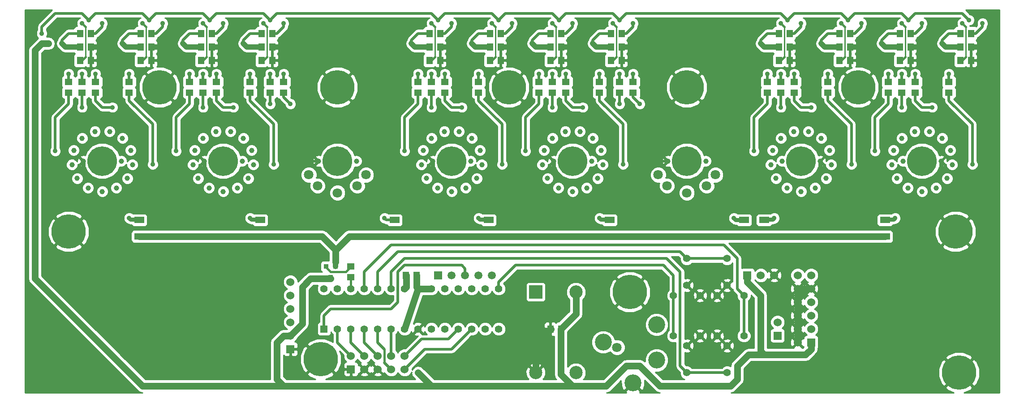
<source format=gbl>
G04 (created by PCBNEW (2013-may-18)-stable) date Fr 12 Dez 2014 14:12:43 CET*
%MOIN*%
G04 Gerber Fmt 3.4, Leading zero omitted, Abs format*
%FSLAX34Y34*%
G01*
G70*
G90*
G04 APERTURE LIST*
%ADD10C,0.00590551*%
%ADD11R,0.06X0.0590551*%
%ADD12C,0.0590551*%
%ADD13C,0.126*%
%ADD14C,0.0708661*%
%ADD15C,0.055*%
%ADD16C,0.0393701*%
%ADD17R,0.06X0.06*%
%ADD18C,0.06*%
%ADD19R,0.036X0.036*%
%ADD20C,0.220472*%
%ADD21R,0.0984X0.0984*%
%ADD22C,0.0984*%
%ADD23C,0.255906*%
%ADD24R,0.0582677X0.046063*%
%ADD25R,0.046063X0.0582677*%
%ADD26R,0.0720472X0.0480315*%
%ADD27R,0.055X0.055*%
%ADD28C,0.035*%
%ADD29C,0.015*%
%ADD30C,0.02*%
%ADD31C,0.05*%
%ADD32C,0.04*%
%ADD33C,0.03*%
%ADD34C,0.01*%
G04 APERTURE END LIST*
G54D10*
G54D11*
X51000Y-35000D03*
G54D12*
X52000Y-35000D03*
X53000Y-35000D03*
X54000Y-35000D03*
X55000Y-35000D03*
G54D13*
X65486Y-43008D03*
X67258Y-41315D03*
X67258Y-38677D03*
G54D14*
X64305Y-40370D03*
G54D13*
X63281Y-39976D03*
G54D15*
X69500Y-42250D03*
X69500Y-40250D03*
X72500Y-42250D03*
X72500Y-40250D03*
X68500Y-36500D03*
X70500Y-36500D03*
X68500Y-39500D03*
X70500Y-39500D03*
X72500Y-33750D03*
X72500Y-35750D03*
X69500Y-33750D03*
X69500Y-35750D03*
X73750Y-39500D03*
X71750Y-39500D03*
X73750Y-36500D03*
X71750Y-36500D03*
G54D16*
X35000Y-28763D03*
X35000Y-28763D03*
X33948Y-28504D03*
X33137Y-27785D03*
X32752Y-26772D03*
X32883Y-25697D03*
X33498Y-24805D03*
X34458Y-24301D03*
X35541Y-24301D03*
X36501Y-24805D03*
X37116Y-25697D03*
X37247Y-26772D03*
X36862Y-27785D03*
X36051Y-28504D03*
X87000Y-28763D03*
X87000Y-28763D03*
X85948Y-28504D03*
X85137Y-27785D03*
X84752Y-26772D03*
X84883Y-25697D03*
X85498Y-24805D03*
X86458Y-24301D03*
X87541Y-24301D03*
X88501Y-24805D03*
X89116Y-25697D03*
X89247Y-26772D03*
X88862Y-27785D03*
X88051Y-28504D03*
X78000Y-28763D03*
X78000Y-28763D03*
X76948Y-28504D03*
X76137Y-27785D03*
X75752Y-26772D03*
X75883Y-25697D03*
X76498Y-24805D03*
X77458Y-24301D03*
X78541Y-24301D03*
X79501Y-24805D03*
X80116Y-25697D03*
X80247Y-26772D03*
X79862Y-27785D03*
X79051Y-28504D03*
X61000Y-28763D03*
X61000Y-28763D03*
X59948Y-28504D03*
X59137Y-27785D03*
X58752Y-26772D03*
X58883Y-25697D03*
X59498Y-24805D03*
X60458Y-24301D03*
X61541Y-24301D03*
X62501Y-24805D03*
X63116Y-25697D03*
X63247Y-26772D03*
X62862Y-27785D03*
X62051Y-28504D03*
X52000Y-28763D03*
X52000Y-28763D03*
X50948Y-28504D03*
X50137Y-27785D03*
X49752Y-26772D03*
X49883Y-25697D03*
X50498Y-24805D03*
X51458Y-24301D03*
X52541Y-24301D03*
X53501Y-24805D03*
X54116Y-25697D03*
X54247Y-26772D03*
X53862Y-27785D03*
X53051Y-28504D03*
X26000Y-28763D03*
X26000Y-28763D03*
X24948Y-28504D03*
X24137Y-27785D03*
X23752Y-26772D03*
X23883Y-25697D03*
X24498Y-24805D03*
X25458Y-24301D03*
X26541Y-24301D03*
X27501Y-24805D03*
X28116Y-25697D03*
X28247Y-26772D03*
X27862Y-27785D03*
X27051Y-28504D03*
G54D17*
X78750Y-40000D03*
G54D18*
X77750Y-40000D03*
X78750Y-39000D03*
X77750Y-39000D03*
X78750Y-38000D03*
X77750Y-38000D03*
X78750Y-37000D03*
X77750Y-37000D03*
X78750Y-36000D03*
X77750Y-36000D03*
X78750Y-35000D03*
X77750Y-35000D03*
G54D17*
X44500Y-42000D03*
G54D18*
X44500Y-41000D03*
X45500Y-42000D03*
X45500Y-41000D03*
X46500Y-42000D03*
X46500Y-41000D03*
X47500Y-42000D03*
X47500Y-41000D03*
X48500Y-42000D03*
X48500Y-41000D03*
G54D17*
X40000Y-40500D03*
G54D18*
X40000Y-39500D03*
X40000Y-38500D03*
X40000Y-37500D03*
X40000Y-36500D03*
X40000Y-35500D03*
G54D19*
X43350Y-34350D03*
X42650Y-34350D03*
X43000Y-35150D03*
G54D20*
X26000Y-26500D03*
G54D16*
X27417Y-26500D03*
X24582Y-26500D03*
G54D20*
X35000Y-26500D03*
G54D16*
X36417Y-26500D03*
X33582Y-26500D03*
G54D20*
X52000Y-26500D03*
G54D16*
X53417Y-26500D03*
X50582Y-26500D03*
G54D20*
X61000Y-26500D03*
G54D16*
X62417Y-26500D03*
X59582Y-26500D03*
G54D20*
X78000Y-26500D03*
G54D16*
X76582Y-26500D03*
X79417Y-26500D03*
G54D20*
X87000Y-26500D03*
G54D16*
X85582Y-26500D03*
X88417Y-26500D03*
G54D21*
X58250Y-36250D03*
G54D22*
X58250Y-42250D03*
X61250Y-42250D03*
X61250Y-36250D03*
G54D23*
X42250Y-41250D03*
X89750Y-42250D03*
X65250Y-36250D03*
X89500Y-31750D03*
X82250Y-21000D03*
X23500Y-31750D03*
X69500Y-21000D03*
X56250Y-21000D03*
X43500Y-21000D03*
X30250Y-21000D03*
G54D20*
X43500Y-26500D03*
G54D16*
X44917Y-26500D03*
X42082Y-26500D03*
G54D20*
X69500Y-26500D03*
G54D16*
X70917Y-26500D03*
X68082Y-26500D03*
G54D24*
X85500Y-20594D03*
X85500Y-21405D03*
X84500Y-20594D03*
X84500Y-21405D03*
X80000Y-20594D03*
X80000Y-21405D03*
X77500Y-20594D03*
X77500Y-21405D03*
X23500Y-20594D03*
X23500Y-21405D03*
X54000Y-20594D03*
X54000Y-21405D03*
X86500Y-20594D03*
X86500Y-21405D03*
X37000Y-20594D03*
X37000Y-21405D03*
X49500Y-20594D03*
X49500Y-21405D03*
X50500Y-20594D03*
X50500Y-21405D03*
X24500Y-20594D03*
X24500Y-21405D03*
X51500Y-20594D03*
X51500Y-21405D03*
X76500Y-20594D03*
X76500Y-21405D03*
X75500Y-20594D03*
X75500Y-21405D03*
X63000Y-20594D03*
X63000Y-21405D03*
X60500Y-20594D03*
X60500Y-21405D03*
X59500Y-20594D03*
X59500Y-21405D03*
X58500Y-20594D03*
X58500Y-21405D03*
X25500Y-20594D03*
X25500Y-21405D03*
X28000Y-20594D03*
X28000Y-21405D03*
X32500Y-20594D03*
X32500Y-21405D03*
X34500Y-20594D03*
X34500Y-21405D03*
X33500Y-20594D03*
X33500Y-21405D03*
X44500Y-35155D03*
X44500Y-34344D03*
X64500Y-20594D03*
X64500Y-21405D03*
X38500Y-20594D03*
X38500Y-21405D03*
X89000Y-20594D03*
X89000Y-21405D03*
G54D25*
X54844Y-19000D03*
X55655Y-19000D03*
X25155Y-17000D03*
X24344Y-17000D03*
X24344Y-19000D03*
X25155Y-19000D03*
X29655Y-17000D03*
X28844Y-17000D03*
X28844Y-19000D03*
X29655Y-19000D03*
X34155Y-17000D03*
X33344Y-17000D03*
X33344Y-19000D03*
X34155Y-19000D03*
X38655Y-17000D03*
X37844Y-17000D03*
X37844Y-19000D03*
X38655Y-19000D03*
X51155Y-17000D03*
X50344Y-17000D03*
X50344Y-19000D03*
X51155Y-19000D03*
X55655Y-17000D03*
X54844Y-17000D03*
X60155Y-17000D03*
X59344Y-17000D03*
X59344Y-19000D03*
X60155Y-19000D03*
X64655Y-17000D03*
X63844Y-17000D03*
X63844Y-19000D03*
X64655Y-19000D03*
X77155Y-17000D03*
X76344Y-17000D03*
X76344Y-19000D03*
X77155Y-19000D03*
X81655Y-17000D03*
X80844Y-17000D03*
X80844Y-19000D03*
X81655Y-19000D03*
X86155Y-17000D03*
X85344Y-17000D03*
X85344Y-19000D03*
X86155Y-19000D03*
X90655Y-17000D03*
X89844Y-17000D03*
X89844Y-19000D03*
X90655Y-19000D03*
G54D26*
X28750Y-32112D03*
X28750Y-30887D03*
X37750Y-32112D03*
X37750Y-30887D03*
X54750Y-32112D03*
X54750Y-30887D03*
X63750Y-32112D03*
X63750Y-30887D03*
X75250Y-32112D03*
X75250Y-30887D03*
X84250Y-32112D03*
X84250Y-30887D03*
X47750Y-32112D03*
X47750Y-30887D03*
X73750Y-32112D03*
X73750Y-30887D03*
G54D25*
X49405Y-35000D03*
X48594Y-35000D03*
X59344Y-39000D03*
X60155Y-39000D03*
X89844Y-18000D03*
X90655Y-18000D03*
X85344Y-18000D03*
X86155Y-18000D03*
X76344Y-18000D03*
X77155Y-18000D03*
X63844Y-18000D03*
X64655Y-18000D03*
X59344Y-18000D03*
X60155Y-18000D03*
X54844Y-18000D03*
X55655Y-18000D03*
X50344Y-18000D03*
X51155Y-18000D03*
X37844Y-18000D03*
X38655Y-18000D03*
X33344Y-18000D03*
X34155Y-18000D03*
X28844Y-18000D03*
X29655Y-18000D03*
X24344Y-18000D03*
X25155Y-18000D03*
X80844Y-18000D03*
X81655Y-18000D03*
G54D24*
X39500Y-20594D03*
X39500Y-21405D03*
X65500Y-20594D03*
X65500Y-21405D03*
G54D17*
X76250Y-39500D03*
G54D18*
X76250Y-38500D03*
G54D17*
X74000Y-35000D03*
G54D18*
X75000Y-35000D03*
X76000Y-35000D03*
G54D14*
X68027Y-28346D03*
X70972Y-28346D03*
X71628Y-27524D03*
X67371Y-27524D03*
X69500Y-28862D03*
X42027Y-28346D03*
X44972Y-28346D03*
X45628Y-27524D03*
X41371Y-27524D03*
X43500Y-28862D03*
G54D15*
X43500Y-39000D03*
X44500Y-39000D03*
X45500Y-39000D03*
X46500Y-39000D03*
X47500Y-39000D03*
X48500Y-39000D03*
X49500Y-39000D03*
X50500Y-39000D03*
X51500Y-39000D03*
X52500Y-39000D03*
X53500Y-39000D03*
X54500Y-39000D03*
X55500Y-39000D03*
G54D27*
X42500Y-39000D03*
G54D15*
X55500Y-36000D03*
X54500Y-36000D03*
X53500Y-36000D03*
X52500Y-36000D03*
X51500Y-36000D03*
X50500Y-36000D03*
X49500Y-36000D03*
X48500Y-36000D03*
X47500Y-36000D03*
X46500Y-36000D03*
X45500Y-36000D03*
X44500Y-36000D03*
X43500Y-36000D03*
X42500Y-36000D03*
G54D28*
X41000Y-26500D03*
X67000Y-26500D03*
X22250Y-18500D03*
X52500Y-18250D03*
X57000Y-18250D03*
X61500Y-18250D03*
X66000Y-18250D03*
X78500Y-18250D03*
X83000Y-18250D03*
X87500Y-18250D03*
X92000Y-18250D03*
X40000Y-18250D03*
X35500Y-18250D03*
X31000Y-18250D03*
X26500Y-18250D03*
X28000Y-43250D03*
X21750Y-34750D03*
X23250Y-29000D03*
X84250Y-29000D03*
X75250Y-29000D03*
X32250Y-29000D03*
X49250Y-29000D03*
X58250Y-29000D03*
X33500Y-16250D03*
X30500Y-16250D03*
X60500Y-20000D03*
X59500Y-20000D03*
X58500Y-20000D03*
X49500Y-20000D03*
X39500Y-20000D03*
X24500Y-16250D03*
X51500Y-20000D03*
X50500Y-20000D03*
X26000Y-16250D03*
X80000Y-20000D03*
X85500Y-20000D03*
X84500Y-20000D03*
X91500Y-16250D03*
X65500Y-20000D03*
X64500Y-20000D03*
X63000Y-20000D03*
X85500Y-16250D03*
X77500Y-20000D03*
X76500Y-20000D03*
X75500Y-20000D03*
X87000Y-16250D03*
X81000Y-16250D03*
X82500Y-16250D03*
X66000Y-22250D03*
X76500Y-16250D03*
X40000Y-22250D03*
X38500Y-22250D03*
X64500Y-22250D03*
X78000Y-16250D03*
X50500Y-22500D03*
X48500Y-25750D03*
X56500Y-16250D03*
X64000Y-16250D03*
X52750Y-22500D03*
X65500Y-16250D03*
X59500Y-22500D03*
X61750Y-22500D03*
X57500Y-25750D03*
X59500Y-16250D03*
X55750Y-26750D03*
X64750Y-26750D03*
X61000Y-16250D03*
X90750Y-26750D03*
X81750Y-26750D03*
X38750Y-26750D03*
X89000Y-20000D03*
X87750Y-22500D03*
X74500Y-25750D03*
X76500Y-22500D03*
X85500Y-22500D03*
X38500Y-20000D03*
X83500Y-25750D03*
X78750Y-22500D03*
X28000Y-20000D03*
X33500Y-20000D03*
X32500Y-20000D03*
X85000Y-30750D03*
X76000Y-30750D03*
X63000Y-30750D03*
X54000Y-30750D03*
X37000Y-20000D03*
X34500Y-20000D03*
X37000Y-30750D03*
X28000Y-30750D03*
X25500Y-20000D03*
X24500Y-20000D03*
X23500Y-20000D03*
X50500Y-16250D03*
X90000Y-16250D03*
X52000Y-16250D03*
X24500Y-22500D03*
X22500Y-25750D03*
X26750Y-22500D03*
X33500Y-22500D03*
X29750Y-26750D03*
X38000Y-16250D03*
X35750Y-22500D03*
X31500Y-25750D03*
X39500Y-16250D03*
X47000Y-30750D03*
X73000Y-30750D03*
X55000Y-16250D03*
X35000Y-16250D03*
X86500Y-20000D03*
X29000Y-16250D03*
X54000Y-20000D03*
X21500Y-17000D03*
X77000Y-16000D03*
X25000Y-16000D03*
X29500Y-16000D03*
X34000Y-16000D03*
X38500Y-16000D03*
X51000Y-16000D03*
X55500Y-16000D03*
X90500Y-16000D03*
X60000Y-16000D03*
X64500Y-16000D03*
X81500Y-16000D03*
X86000Y-16000D03*
X49500Y-42250D03*
X22000Y-17750D03*
X75000Y-40900D03*
X23000Y-17750D03*
X84000Y-17750D03*
X88500Y-17750D03*
X49000Y-17750D03*
X53500Y-17750D03*
X58000Y-17750D03*
X62500Y-17750D03*
X75000Y-17750D03*
X79500Y-17750D03*
X36500Y-17750D03*
X32000Y-17750D03*
X27500Y-17750D03*
G54D29*
X47000Y-40500D02*
X47000Y-41500D01*
G54D30*
X46500Y-40000D02*
X47000Y-40500D01*
X46500Y-39000D02*
X46500Y-40000D01*
X47000Y-41500D02*
X47500Y-42000D01*
X47500Y-39000D02*
X47500Y-41000D01*
X52000Y-40500D02*
X50000Y-40500D01*
X53500Y-39000D02*
X52000Y-40500D01*
X50000Y-40500D02*
X48500Y-42000D01*
X51750Y-39750D02*
X49750Y-39750D01*
X52500Y-39000D02*
X51750Y-39750D01*
X49750Y-39750D02*
X48500Y-41000D01*
X45500Y-39000D02*
X45500Y-40000D01*
X45500Y-40000D02*
X46500Y-41000D01*
G54D31*
X30250Y-21000D02*
X30250Y-20500D01*
X40000Y-29250D02*
X40000Y-29500D01*
X40500Y-26500D02*
X40000Y-27000D01*
X40000Y-27000D02*
X40000Y-29250D01*
X41000Y-26500D02*
X40500Y-26500D01*
X39500Y-30000D02*
X39250Y-30000D01*
X40000Y-29500D02*
X39500Y-30000D01*
X67000Y-26500D02*
X66500Y-26500D01*
X66000Y-29500D02*
X65500Y-30000D01*
X66000Y-27000D02*
X66000Y-29500D01*
X66500Y-26500D02*
X66000Y-27000D01*
G54D30*
X42082Y-26500D02*
X41000Y-26500D01*
G54D31*
X40750Y-30000D02*
X46000Y-30000D01*
X39250Y-30000D02*
X39000Y-30000D01*
X39000Y-30000D02*
X40250Y-30000D01*
X46000Y-30000D02*
X46750Y-30000D01*
X46750Y-30000D02*
X48250Y-30000D01*
X40250Y-30000D02*
X40750Y-30000D01*
G54D30*
X68082Y-26500D02*
X67000Y-26500D01*
G54D31*
X21750Y-19000D02*
X22250Y-18500D01*
X21750Y-29250D02*
X21750Y-19000D01*
X22500Y-30000D02*
X21750Y-29250D01*
G54D30*
X90655Y-19000D02*
X91500Y-19000D01*
X92000Y-18500D02*
X92000Y-18250D01*
X91500Y-19000D02*
X92000Y-18500D01*
X52500Y-18250D02*
X52500Y-18500D01*
X52000Y-19000D02*
X52500Y-18500D01*
X51125Y-19000D02*
X52000Y-19000D01*
G54D32*
X52250Y-18000D02*
X52500Y-18250D01*
X52250Y-18000D02*
X51125Y-18000D01*
G54D30*
X57000Y-18250D02*
X57000Y-18500D01*
X56500Y-19000D02*
X57000Y-18500D01*
X55625Y-19000D02*
X56500Y-19000D01*
G54D32*
X56750Y-18000D02*
X57000Y-18250D01*
X56750Y-18000D02*
X55625Y-18000D01*
G54D30*
X61500Y-18250D02*
X61500Y-18500D01*
X61000Y-19000D02*
X61500Y-18500D01*
X60125Y-19000D02*
X61000Y-19000D01*
G54D32*
X61250Y-18000D02*
X61500Y-18250D01*
X61250Y-18000D02*
X60125Y-18000D01*
G54D30*
X66000Y-18250D02*
X66000Y-18500D01*
X65500Y-19000D02*
X66000Y-18500D01*
X64625Y-19000D02*
X65500Y-19000D01*
G54D32*
X65750Y-18000D02*
X66000Y-18250D01*
X65750Y-18000D02*
X64625Y-18000D01*
G54D30*
X78500Y-18250D02*
X78500Y-18500D01*
X78000Y-19000D02*
X78500Y-18500D01*
X77125Y-19000D02*
X78000Y-19000D01*
G54D32*
X78250Y-18000D02*
X78500Y-18250D01*
X78250Y-18000D02*
X77125Y-18000D01*
G54D30*
X83000Y-18250D02*
X83000Y-18500D01*
X82500Y-19000D02*
X83000Y-18500D01*
X81625Y-19000D02*
X82500Y-19000D01*
G54D32*
X82750Y-18000D02*
X83000Y-18250D01*
X82750Y-18000D02*
X81625Y-18000D01*
G54D30*
X87500Y-18250D02*
X87500Y-18500D01*
X87000Y-19000D02*
X87500Y-18500D01*
X86125Y-19000D02*
X87000Y-19000D01*
G54D32*
X87250Y-18000D02*
X87500Y-18250D01*
X87250Y-18000D02*
X86125Y-18000D01*
X91750Y-18000D02*
X92000Y-18250D01*
X91750Y-18000D02*
X90625Y-18000D01*
G54D30*
X31000Y-18250D02*
X31000Y-18500D01*
X30500Y-19000D02*
X31000Y-18500D01*
X30500Y-19000D02*
X29625Y-19000D01*
X35500Y-18250D02*
X35500Y-18500D01*
X35000Y-19000D02*
X35500Y-18500D01*
X35000Y-19000D02*
X34125Y-19000D01*
X40000Y-18500D02*
X40000Y-18250D01*
X39500Y-19000D02*
X40000Y-18500D01*
X38625Y-19000D02*
X39500Y-19000D01*
G54D32*
X39750Y-18000D02*
X40000Y-18250D01*
X39750Y-18000D02*
X38625Y-18000D01*
X34125Y-18000D02*
X35250Y-18000D01*
X35250Y-18000D02*
X35500Y-18250D01*
X29625Y-18000D02*
X30750Y-18000D01*
X30750Y-18000D02*
X31000Y-18250D01*
X25125Y-18000D02*
X26250Y-18000D01*
X26250Y-18000D02*
X26500Y-18250D01*
G54D30*
X26500Y-18250D02*
X26500Y-18500D01*
X26000Y-19000D02*
X25125Y-19000D01*
X26000Y-19000D02*
X26500Y-18500D01*
G54D31*
X21750Y-30750D02*
X21750Y-31750D01*
X21750Y-31750D02*
X21750Y-34750D01*
X22500Y-30000D02*
X22250Y-30250D01*
X22250Y-30250D02*
X21750Y-30750D01*
G54D33*
X23250Y-29000D02*
X23250Y-29250D01*
X23250Y-29250D02*
X22500Y-30000D01*
G54D31*
X77750Y-40000D02*
X77750Y-39000D01*
X77750Y-39000D02*
X77750Y-38000D01*
X77750Y-38000D02*
X77750Y-37000D01*
X77750Y-37000D02*
X77750Y-36000D01*
X77750Y-36000D02*
X78750Y-36000D01*
G54D33*
X88417Y-26500D02*
X88417Y-27082D01*
G54D31*
X85500Y-30000D02*
X83250Y-30000D01*
X85500Y-30000D02*
X87750Y-30000D01*
G54D33*
X88750Y-29000D02*
X87750Y-30000D01*
X88750Y-28500D02*
X88750Y-29000D01*
G54D29*
X88250Y-28000D02*
X88750Y-28500D01*
X88250Y-27250D02*
X88250Y-28000D01*
G54D33*
X88417Y-27082D02*
X88250Y-27250D01*
X79750Y-29250D02*
X79000Y-30000D01*
X79750Y-28500D02*
X79750Y-29250D01*
G54D29*
X59750Y-27250D02*
X59750Y-28000D01*
G54D33*
X59582Y-27082D02*
X59750Y-27250D01*
X59582Y-26500D02*
X59582Y-27082D01*
X59250Y-29250D02*
X58500Y-30000D01*
X59250Y-28500D02*
X59250Y-29250D01*
G54D29*
X59750Y-28000D02*
X59250Y-28500D01*
G54D33*
X50582Y-26500D02*
X50582Y-27082D01*
X50250Y-29250D02*
X49500Y-30000D01*
X50250Y-28500D02*
X50250Y-29250D01*
G54D29*
X50750Y-28000D02*
X50250Y-28500D01*
X50750Y-27250D02*
X50750Y-28000D01*
G54D33*
X50582Y-27082D02*
X50750Y-27250D01*
X33250Y-29250D02*
X32500Y-30000D01*
X33250Y-28500D02*
X33250Y-29250D01*
X24582Y-26500D02*
X24582Y-27082D01*
X24250Y-29250D02*
X23500Y-30000D01*
X24250Y-28500D02*
X24250Y-29250D01*
G54D29*
X24750Y-28000D02*
X24250Y-28500D01*
X24750Y-27250D02*
X24750Y-28000D01*
G54D33*
X24582Y-27082D02*
X24750Y-27250D01*
G54D31*
X58250Y-42250D02*
X58250Y-40125D01*
X58250Y-40125D02*
X59375Y-39000D01*
X48625Y-35000D02*
X48625Y-35875D01*
X48625Y-35875D02*
X48500Y-36000D01*
X24500Y-30000D02*
X24000Y-30000D01*
X24000Y-30000D02*
X23500Y-30000D01*
X23500Y-30000D02*
X22750Y-30000D01*
X22750Y-30000D02*
X22500Y-30000D01*
X26750Y-30000D02*
X24500Y-30000D01*
G54D33*
X83250Y-30000D02*
X84000Y-29250D01*
X84000Y-29250D02*
X84125Y-29125D01*
X84125Y-29125D02*
X84250Y-29000D01*
X74250Y-30000D02*
X75000Y-29250D01*
X75000Y-29250D02*
X75125Y-29125D01*
X75125Y-29125D02*
X75250Y-29000D01*
X58000Y-29250D02*
X58125Y-29125D01*
X58125Y-29125D02*
X58250Y-29000D01*
X49000Y-29250D02*
X49125Y-29125D01*
X49125Y-29125D02*
X49250Y-29000D01*
G54D31*
X78750Y-30000D02*
X79000Y-30000D01*
X79000Y-30000D02*
X83250Y-30000D01*
X65000Y-30000D02*
X65500Y-30000D01*
X62000Y-30000D02*
X65000Y-30000D01*
X65500Y-30000D02*
X66250Y-30000D01*
X66750Y-30000D02*
X68750Y-30000D01*
X68750Y-30000D02*
X72000Y-30000D01*
X72000Y-30000D02*
X74250Y-30000D01*
X66000Y-30000D02*
X66750Y-30000D01*
X66250Y-30000D02*
X66000Y-30000D01*
X74250Y-30000D02*
X78750Y-30000D01*
G54D33*
X57250Y-30000D02*
X58000Y-29250D01*
X48250Y-30000D02*
X49000Y-29250D01*
X31250Y-30000D02*
X32000Y-29250D01*
X32000Y-29250D02*
X32125Y-29125D01*
X32125Y-29125D02*
X32250Y-29000D01*
G54D30*
X61750Y-30000D02*
X62000Y-30000D01*
G54D31*
X26750Y-30000D02*
X27750Y-30000D01*
X27750Y-30000D02*
X28000Y-30000D01*
X28000Y-30000D02*
X31250Y-30000D01*
X31250Y-30000D02*
X32500Y-30000D01*
X32500Y-30000D02*
X35750Y-30000D01*
X36750Y-30000D02*
X38750Y-30000D01*
X38750Y-30000D02*
X39250Y-30000D01*
X35750Y-30000D02*
X36750Y-30000D01*
X48250Y-30000D02*
X49500Y-30000D01*
X49500Y-30000D02*
X52750Y-30000D01*
X52750Y-30000D02*
X56000Y-30000D01*
X56000Y-30000D02*
X57250Y-30000D01*
X57250Y-30000D02*
X58500Y-30000D01*
X58500Y-30000D02*
X62000Y-30000D01*
G54D33*
X33582Y-26500D02*
X33582Y-27082D01*
G54D29*
X33750Y-28000D02*
X33250Y-28500D01*
X33750Y-27250D02*
X33750Y-28000D01*
G54D33*
X33582Y-27082D02*
X33750Y-27250D01*
X79417Y-26500D02*
X79417Y-27082D01*
G54D29*
X79250Y-28000D02*
X79750Y-28500D01*
X79250Y-27250D02*
X79250Y-28000D01*
G54D33*
X79417Y-27082D02*
X79250Y-27250D01*
G54D30*
X43500Y-39000D02*
X43500Y-40000D01*
X43500Y-40000D02*
X44500Y-41000D01*
G54D29*
X44500Y-36000D02*
X44500Y-35125D01*
X33375Y-19000D02*
X33500Y-19000D01*
X33750Y-16500D02*
X33500Y-16250D01*
G54D34*
X33750Y-18750D02*
X33750Y-16500D01*
G54D29*
X33500Y-19000D02*
X33750Y-18750D01*
G54D30*
X30000Y-17000D02*
X30500Y-16500D01*
X30500Y-16500D02*
X30500Y-16250D01*
X29625Y-17000D02*
X30000Y-17000D01*
X60500Y-20000D02*
X60500Y-20625D01*
X59500Y-20000D02*
X59500Y-20625D01*
X58500Y-20000D02*
X58500Y-20625D01*
X49500Y-20000D02*
X49500Y-20625D01*
X39500Y-20000D02*
X39500Y-20594D01*
G54D34*
X24750Y-16500D02*
X24750Y-18750D01*
G54D29*
X24500Y-19000D02*
X24750Y-18750D01*
X24750Y-16500D02*
X24500Y-16250D01*
G54D30*
X51500Y-20000D02*
X51500Y-20625D01*
X50500Y-20000D02*
X50500Y-20625D01*
X25500Y-17000D02*
X26000Y-16500D01*
X26000Y-16500D02*
X26000Y-16250D01*
X25125Y-17000D02*
X25500Y-17000D01*
X80000Y-20000D02*
X80000Y-20625D01*
X85500Y-20000D02*
X85500Y-20625D01*
X84500Y-20000D02*
X84500Y-20625D01*
X90625Y-17000D02*
X91000Y-17000D01*
X91500Y-16500D02*
X91500Y-16250D01*
X91000Y-17000D02*
X91500Y-16500D01*
X65500Y-20000D02*
X65500Y-20594D01*
X64500Y-20000D02*
X64500Y-20594D01*
X63000Y-20000D02*
X63000Y-20625D01*
G54D34*
X85750Y-18750D02*
X85750Y-16500D01*
G54D29*
X85500Y-19000D02*
X85750Y-18750D01*
X85750Y-16500D02*
X85500Y-16250D01*
X85375Y-19000D02*
X85500Y-19000D01*
G54D30*
X77500Y-20000D02*
X77500Y-20625D01*
X76500Y-20000D02*
X76500Y-20625D01*
X75500Y-20000D02*
X75500Y-20625D01*
X87000Y-16250D02*
X87000Y-16500D01*
X87000Y-16500D02*
X86500Y-17000D01*
X86500Y-17000D02*
X86155Y-17000D01*
G54D29*
X80875Y-19000D02*
X81000Y-19000D01*
X81250Y-16500D02*
X81000Y-16250D01*
G54D34*
X81250Y-18750D02*
X81250Y-16500D01*
G54D29*
X81000Y-19000D02*
X81250Y-18750D01*
G54D30*
X68000Y-33750D02*
X48500Y-33750D01*
X69500Y-42250D02*
X69000Y-41750D01*
X69000Y-34750D02*
X68000Y-33750D01*
X69000Y-41750D02*
X69000Y-34750D01*
X47500Y-34750D02*
X47500Y-36000D01*
X48500Y-33750D02*
X47500Y-34750D01*
X69500Y-42250D02*
X72500Y-42250D01*
X82000Y-17000D02*
X82500Y-16500D01*
X82500Y-16500D02*
X82500Y-16250D01*
X81625Y-17000D02*
X82000Y-17000D01*
X47500Y-32750D02*
X72250Y-32750D01*
X73750Y-39500D02*
X73750Y-36500D01*
X73750Y-36500D02*
X73250Y-36000D01*
X73250Y-36000D02*
X73250Y-33750D01*
X73250Y-33750D02*
X72250Y-32750D01*
X47500Y-32750D02*
X45500Y-34750D01*
X45500Y-34750D02*
X45500Y-36000D01*
X55500Y-36000D02*
X55500Y-35500D01*
X55500Y-35500D02*
X56750Y-34250D01*
X56750Y-34250D02*
X67750Y-34250D01*
X68500Y-35000D02*
X68500Y-36500D01*
X67750Y-34250D02*
X68500Y-35000D01*
X68500Y-39500D02*
X68500Y-36500D01*
X69000Y-33250D02*
X48000Y-33250D01*
X72500Y-33750D02*
X69500Y-33750D01*
X69500Y-33750D02*
X69000Y-33250D01*
X48000Y-33250D02*
X46500Y-34750D01*
X46500Y-34750D02*
X46500Y-36000D01*
X65500Y-21750D02*
X66000Y-22250D01*
X65500Y-21405D02*
X65500Y-21750D01*
G54D34*
X76750Y-18750D02*
X76750Y-16500D01*
G54D29*
X76375Y-19000D02*
X76500Y-19000D01*
X76750Y-16500D02*
X76500Y-16250D01*
X76500Y-19000D02*
X76750Y-18750D01*
G54D30*
X39500Y-21405D02*
X39500Y-21750D01*
X39500Y-21750D02*
X40000Y-22250D01*
X38500Y-22250D02*
X38500Y-21405D01*
X64500Y-21405D02*
X64500Y-22250D01*
X77500Y-17000D02*
X78000Y-16500D01*
X78000Y-16500D02*
X78000Y-16250D01*
X77125Y-17000D02*
X77500Y-17000D01*
X50500Y-22500D02*
X50500Y-21375D01*
X49500Y-22250D02*
X49500Y-21375D01*
X48500Y-23250D02*
X49500Y-22250D01*
X48500Y-25750D02*
X48500Y-23250D01*
X56000Y-17000D02*
X56500Y-16500D01*
X56500Y-16500D02*
X56500Y-16250D01*
X55625Y-17000D02*
X56000Y-17000D01*
G54D29*
X63875Y-19000D02*
X64000Y-19000D01*
X64250Y-16500D02*
X64000Y-16250D01*
G54D34*
X64250Y-18750D02*
X64250Y-16500D01*
G54D29*
X64000Y-19000D02*
X64250Y-18750D01*
G54D30*
X52750Y-22500D02*
X52000Y-22500D01*
X52000Y-22500D02*
X51500Y-22000D01*
X51500Y-22000D02*
X51500Y-21375D01*
X65000Y-17000D02*
X65500Y-16500D01*
X65500Y-16500D02*
X65500Y-16250D01*
X64625Y-17000D02*
X65000Y-17000D01*
X59500Y-22500D02*
X59500Y-21375D01*
X60500Y-22000D02*
X60500Y-21375D01*
X61750Y-22500D02*
X61000Y-22500D01*
X61000Y-22500D02*
X60500Y-22000D01*
X58500Y-22250D02*
X58500Y-21375D01*
X57500Y-23250D02*
X58500Y-22250D01*
X57500Y-25750D02*
X57500Y-23250D01*
G54D29*
X59375Y-19000D02*
X59500Y-19000D01*
X59750Y-16500D02*
X59500Y-16250D01*
G54D34*
X59750Y-18750D02*
X59750Y-16500D01*
G54D29*
X59500Y-19000D02*
X59750Y-18750D01*
G54D30*
X55750Y-26750D02*
X55750Y-23750D01*
X55750Y-23750D02*
X54000Y-22000D01*
X54000Y-22000D02*
X54000Y-21375D01*
X64750Y-26750D02*
X64750Y-25250D01*
X64750Y-25250D02*
X64750Y-24250D01*
X64750Y-24250D02*
X64750Y-23750D01*
X64750Y-23750D02*
X63000Y-22000D01*
X63000Y-22000D02*
X63000Y-21375D01*
X60500Y-17000D02*
X61000Y-16500D01*
X61000Y-16500D02*
X61000Y-16250D01*
X60125Y-17000D02*
X60500Y-17000D01*
X89000Y-22000D02*
X89000Y-21375D01*
X90750Y-23750D02*
X89000Y-22000D01*
X90750Y-26750D02*
X90750Y-23750D01*
X81750Y-26750D02*
X81750Y-23750D01*
X81750Y-23750D02*
X80000Y-22000D01*
X80000Y-22000D02*
X80000Y-21375D01*
X38750Y-26750D02*
X38750Y-23750D01*
X37000Y-22000D02*
X37000Y-21375D01*
X38750Y-23750D02*
X37000Y-22000D01*
X89000Y-20000D02*
X89000Y-20625D01*
X87750Y-22500D02*
X87000Y-22500D01*
X87000Y-22500D02*
X86500Y-22000D01*
X86500Y-22000D02*
X86500Y-21375D01*
X74500Y-25750D02*
X74500Y-23250D01*
X74500Y-23250D02*
X75500Y-22250D01*
X75500Y-22250D02*
X75500Y-21375D01*
X76500Y-22500D02*
X76500Y-21375D01*
X85500Y-22500D02*
X85500Y-21375D01*
X38500Y-20000D02*
X38500Y-20594D01*
X83500Y-25750D02*
X83500Y-23250D01*
X83500Y-23250D02*
X84500Y-22250D01*
X84500Y-22250D02*
X84500Y-21375D01*
X78750Y-22500D02*
X78000Y-22500D01*
X78000Y-22500D02*
X77500Y-22000D01*
X77500Y-22000D02*
X77500Y-21375D01*
X28000Y-20000D02*
X28000Y-20625D01*
X33500Y-20000D02*
X33500Y-20625D01*
X32500Y-20000D02*
X32500Y-20625D01*
G54D33*
X84900Y-30850D02*
X84250Y-30850D01*
X85000Y-30750D02*
X84900Y-30850D01*
X75900Y-30850D02*
X75250Y-30850D01*
X76000Y-30750D02*
X75900Y-30850D01*
X63100Y-30850D02*
X63750Y-30850D01*
X63000Y-30750D02*
X63100Y-30850D01*
X54100Y-30850D02*
X54750Y-30850D01*
X54000Y-30750D02*
X54100Y-30850D01*
G54D30*
X37000Y-20000D02*
X37000Y-20625D01*
X34500Y-20000D02*
X34500Y-20625D01*
G54D33*
X37100Y-30850D02*
X37750Y-30850D01*
X37000Y-30750D02*
X37100Y-30850D01*
X28100Y-30850D02*
X28750Y-30850D01*
X28000Y-30750D02*
X28100Y-30850D01*
G54D31*
X47750Y-32112D02*
X44387Y-32112D01*
X44387Y-32112D02*
X43350Y-33150D01*
X47750Y-32112D02*
X54750Y-32112D01*
X75250Y-32112D02*
X73750Y-32112D01*
X73750Y-32112D02*
X63750Y-32112D01*
X37750Y-32112D02*
X28750Y-32112D01*
X43350Y-33150D02*
X43350Y-33100D01*
X43350Y-33100D02*
X42362Y-32112D01*
X42362Y-32112D02*
X37750Y-32112D01*
X43350Y-33150D02*
X43350Y-34000D01*
G54D32*
X43350Y-34000D02*
X43350Y-34350D01*
G54D31*
X84250Y-32112D02*
X75250Y-32112D01*
X63750Y-32112D02*
X54750Y-32112D01*
G54D30*
X25500Y-20000D02*
X25500Y-20625D01*
X24500Y-20000D02*
X24500Y-20625D01*
X23500Y-20000D02*
X23500Y-20625D01*
G54D29*
X50375Y-19000D02*
X50500Y-19000D01*
X50750Y-16500D02*
X50500Y-16250D01*
G54D34*
X50750Y-18750D02*
X50750Y-16500D01*
G54D29*
X50500Y-19000D02*
X50750Y-18750D01*
X89875Y-19000D02*
X90000Y-19000D01*
X90250Y-16500D02*
X90000Y-16250D01*
G54D34*
X90250Y-18750D02*
X90250Y-16500D01*
G54D29*
X90000Y-19000D02*
X90250Y-18750D01*
X42650Y-34350D02*
X42650Y-34400D01*
X44125Y-34750D02*
X44500Y-34375D01*
X43000Y-34750D02*
X44125Y-34750D01*
X42650Y-34400D02*
X43000Y-34750D01*
G54D30*
X51500Y-17000D02*
X52000Y-16500D01*
X52000Y-16500D02*
X52000Y-16250D01*
X51125Y-17000D02*
X51500Y-17000D01*
X24500Y-22500D02*
X24500Y-21375D01*
X23500Y-22250D02*
X23500Y-21375D01*
X22500Y-23250D02*
X23500Y-22250D01*
X22500Y-25750D02*
X22500Y-23250D01*
X25500Y-22000D02*
X25500Y-21375D01*
X26000Y-22500D02*
X25500Y-22000D01*
X26750Y-22500D02*
X26000Y-22500D01*
X33500Y-22500D02*
X33500Y-21375D01*
X28000Y-22000D02*
X28000Y-21375D01*
X29750Y-23750D02*
X28000Y-22000D01*
X29750Y-26750D02*
X29750Y-23750D01*
G54D29*
X37875Y-19000D02*
X38000Y-19000D01*
X38250Y-16500D02*
X38000Y-16250D01*
G54D34*
X38250Y-18750D02*
X38250Y-16500D01*
G54D29*
X38000Y-19000D02*
X38250Y-18750D01*
G54D30*
X34500Y-22000D02*
X34500Y-21375D01*
X35000Y-22500D02*
X34500Y-22000D01*
X35750Y-22500D02*
X35000Y-22500D01*
X32500Y-22250D02*
X32500Y-21375D01*
X31500Y-23250D02*
X32500Y-22250D01*
X31500Y-25750D02*
X31500Y-23250D01*
X39000Y-17000D02*
X39500Y-16500D01*
X39500Y-16500D02*
X39500Y-16250D01*
X38625Y-17000D02*
X39000Y-17000D01*
X47137Y-30887D02*
X47000Y-30750D01*
X47137Y-30887D02*
X47750Y-30887D01*
G54D33*
X73137Y-30887D02*
X73000Y-30750D01*
X73137Y-30887D02*
X73750Y-30887D01*
G54D29*
X54875Y-19000D02*
X55000Y-19000D01*
X55250Y-16500D02*
X55000Y-16250D01*
G54D34*
X55250Y-18750D02*
X55250Y-16500D01*
G54D29*
X55000Y-19000D02*
X55250Y-18750D01*
G54D30*
X34500Y-17000D02*
X35000Y-16500D01*
X35000Y-16500D02*
X35000Y-16250D01*
X34125Y-17000D02*
X34500Y-17000D01*
X86500Y-20000D02*
X86500Y-20625D01*
G54D29*
X28875Y-19000D02*
X29000Y-19000D01*
X29250Y-16500D02*
X29000Y-16250D01*
G54D34*
X29250Y-18750D02*
X29250Y-16500D01*
G54D29*
X29000Y-19000D02*
X29250Y-18750D01*
G54D30*
X54000Y-20000D02*
X54000Y-20625D01*
X23000Y-15500D02*
X22500Y-15500D01*
X23000Y-15500D02*
X24500Y-15500D01*
X24500Y-15500D02*
X25000Y-16000D01*
X22500Y-15500D02*
X21500Y-16500D01*
X21500Y-16500D02*
X21500Y-17000D01*
X77500Y-15500D02*
X81000Y-15500D01*
X77000Y-16000D02*
X77500Y-15500D01*
X76500Y-15500D02*
X77000Y-16000D01*
X25500Y-15500D02*
X29000Y-15500D01*
X25000Y-16000D02*
X25500Y-15500D01*
X29500Y-16000D02*
X30000Y-15500D01*
X29000Y-15500D02*
X29500Y-16000D01*
X34000Y-16000D02*
X34500Y-15500D01*
X33500Y-15500D02*
X34000Y-16000D01*
X30000Y-15500D02*
X33500Y-15500D01*
X34500Y-15500D02*
X38000Y-15500D01*
X38000Y-15500D02*
X38500Y-16000D01*
X38500Y-16000D02*
X39000Y-15500D01*
X39000Y-15500D02*
X50500Y-15500D01*
X50500Y-15500D02*
X51000Y-16000D01*
X51000Y-16000D02*
X51500Y-15500D01*
X51500Y-15500D02*
X55000Y-15500D01*
X55000Y-15500D02*
X55500Y-16000D01*
X55500Y-16000D02*
X56000Y-15500D01*
X56000Y-15500D02*
X59500Y-15500D01*
X86000Y-16000D02*
X86500Y-15500D01*
X90000Y-15500D02*
X90500Y-16000D01*
X86500Y-15500D02*
X90000Y-15500D01*
X85500Y-15500D02*
X86000Y-16000D01*
X82000Y-15500D02*
X85500Y-15500D01*
X81500Y-16000D02*
X82000Y-15500D01*
X81000Y-15500D02*
X81500Y-16000D01*
X65000Y-15500D02*
X76500Y-15500D01*
X64500Y-16000D02*
X65000Y-15500D01*
X64000Y-15500D02*
X64500Y-16000D01*
X60500Y-15500D02*
X64000Y-15500D01*
X60000Y-16000D02*
X60500Y-15500D01*
X59500Y-15500D02*
X60000Y-16000D01*
X44500Y-39000D02*
X44500Y-40000D01*
X44500Y-40000D02*
X45500Y-41000D01*
X42500Y-39000D02*
X42500Y-38000D01*
X53000Y-34500D02*
X53000Y-35000D01*
X52750Y-34250D02*
X53000Y-34500D01*
X48500Y-34250D02*
X52750Y-34250D01*
X48000Y-34750D02*
X48500Y-34250D01*
X48000Y-37000D02*
X48000Y-34750D01*
X47500Y-37500D02*
X48000Y-37000D01*
X43000Y-37500D02*
X47500Y-37500D01*
X42500Y-38000D02*
X43000Y-37500D01*
G54D31*
X40000Y-39500D02*
X39500Y-39500D01*
X39000Y-42750D02*
X39500Y-43250D01*
X39000Y-40000D02*
X39000Y-42750D01*
X39500Y-39500D02*
X39000Y-40000D01*
X40000Y-39500D02*
X40875Y-38625D01*
X40875Y-38625D02*
X40875Y-35875D01*
X49500Y-42250D02*
X50500Y-43250D01*
X29000Y-43250D02*
X21000Y-35250D01*
X22000Y-17750D02*
X21500Y-17750D01*
X21000Y-18250D02*
X21000Y-18500D01*
X21000Y-35250D02*
X21000Y-18500D01*
X21500Y-17750D02*
X21000Y-18250D01*
X29000Y-43250D02*
X39500Y-43250D01*
X39500Y-43250D02*
X42000Y-43250D01*
X49750Y-43250D02*
X42000Y-43250D01*
X40875Y-35875D02*
X41500Y-35250D01*
X63500Y-43250D02*
X61000Y-43250D01*
X65000Y-41750D02*
X63500Y-43250D01*
X66000Y-41750D02*
X65000Y-41750D01*
X67500Y-43250D02*
X66000Y-41750D01*
X72750Y-43250D02*
X67500Y-43250D01*
X73250Y-42750D02*
X72750Y-43250D01*
X73250Y-41750D02*
X73250Y-42750D01*
X60125Y-42375D02*
X61000Y-43250D01*
X61000Y-43250D02*
X50500Y-43250D01*
X50500Y-43250D02*
X49750Y-43250D01*
X49500Y-43250D02*
X49750Y-43250D01*
X74075Y-40925D02*
X73250Y-41750D01*
X75000Y-40900D02*
X75112Y-40787D01*
X75000Y-38750D02*
X75000Y-36500D01*
X75250Y-40925D02*
X75112Y-40787D01*
X75112Y-40787D02*
X75000Y-40675D01*
X75000Y-38750D02*
X75000Y-40675D01*
X75000Y-36500D02*
X74000Y-35500D01*
X76750Y-40925D02*
X78325Y-40925D01*
X78325Y-40925D02*
X78750Y-40500D01*
X75250Y-40925D02*
X74075Y-40925D01*
X75250Y-40925D02*
X76750Y-40925D01*
X76750Y-40925D02*
X76825Y-40925D01*
X75250Y-40925D02*
X75225Y-40925D01*
X74000Y-35500D02*
X74000Y-35000D01*
G54D32*
X85375Y-18000D02*
X84250Y-18000D01*
X84250Y-18000D02*
X84000Y-17750D01*
G54D30*
X84500Y-17000D02*
X85344Y-17000D01*
X84000Y-17750D02*
X84000Y-17500D01*
X84000Y-17500D02*
X84500Y-17000D01*
X49000Y-17500D02*
X49000Y-17750D01*
X49500Y-17000D02*
X49000Y-17500D01*
X50375Y-17000D02*
X49500Y-17000D01*
G54D32*
X49250Y-18000D02*
X49000Y-17750D01*
X49250Y-18000D02*
X50375Y-18000D01*
G54D30*
X53500Y-17500D02*
X53500Y-17750D01*
X54000Y-17000D02*
X53500Y-17500D01*
X54875Y-17000D02*
X54000Y-17000D01*
G54D32*
X53750Y-18000D02*
X53500Y-17750D01*
X53750Y-18000D02*
X54875Y-18000D01*
G54D30*
X58000Y-17500D02*
X58000Y-17750D01*
X58500Y-17000D02*
X58000Y-17500D01*
X59375Y-17000D02*
X58500Y-17000D01*
G54D32*
X58250Y-18000D02*
X58000Y-17750D01*
X58250Y-18000D02*
X59375Y-18000D01*
G54D30*
X62500Y-17500D02*
X62500Y-17750D01*
X63875Y-17000D02*
X63000Y-17000D01*
X63000Y-17000D02*
X62500Y-17500D01*
G54D32*
X62750Y-18000D02*
X62500Y-17750D01*
X62750Y-18000D02*
X63875Y-18000D01*
G54D30*
X75000Y-17500D02*
X75000Y-17750D01*
X75500Y-17000D02*
X75000Y-17500D01*
X76375Y-17000D02*
X75500Y-17000D01*
G54D32*
X75250Y-18000D02*
X75000Y-17750D01*
X75250Y-18000D02*
X76375Y-18000D01*
G54D30*
X79500Y-17500D02*
X79500Y-17750D01*
X80000Y-17000D02*
X79500Y-17500D01*
X80875Y-17000D02*
X80000Y-17000D01*
G54D32*
X79750Y-18000D02*
X79500Y-17750D01*
X79750Y-18000D02*
X80875Y-18000D01*
G54D30*
X88500Y-17500D02*
X88500Y-17750D01*
X89875Y-17000D02*
X89000Y-17000D01*
X89000Y-17000D02*
X88500Y-17500D01*
G54D32*
X88750Y-18000D02*
X88500Y-17750D01*
X88750Y-18000D02*
X89875Y-18000D01*
G54D30*
X27500Y-17750D02*
X27500Y-17500D01*
X28000Y-17000D02*
X27500Y-17500D01*
X28000Y-17000D02*
X28875Y-17000D01*
X32000Y-17750D02*
X32000Y-17500D01*
X32500Y-17000D02*
X32000Y-17500D01*
X32500Y-17000D02*
X33375Y-17000D01*
X36500Y-17500D02*
X36500Y-17750D01*
X37000Y-17000D02*
X36500Y-17500D01*
X37875Y-17000D02*
X37000Y-17000D01*
G54D32*
X36750Y-18000D02*
X36500Y-17750D01*
X36750Y-18000D02*
X37875Y-18000D01*
X33375Y-18000D02*
X32250Y-18000D01*
X32250Y-18000D02*
X32000Y-17750D01*
X28875Y-18000D02*
X27750Y-18000D01*
X27750Y-18000D02*
X27500Y-17750D01*
X24375Y-18000D02*
X23250Y-18000D01*
X23250Y-18000D02*
X23000Y-17750D01*
G54D30*
X23000Y-17750D02*
X23000Y-17500D01*
X23500Y-17000D02*
X23000Y-17500D01*
X23500Y-17000D02*
X24375Y-17000D01*
G54D31*
X78750Y-40500D02*
X78750Y-40000D01*
X60125Y-39000D02*
X60125Y-42375D01*
X61250Y-36250D02*
X61250Y-37875D01*
X61250Y-37875D02*
X60125Y-39000D01*
X49375Y-35000D02*
X49375Y-35875D01*
X49375Y-35875D02*
X49500Y-36000D01*
X49500Y-36000D02*
X50500Y-36000D01*
X41500Y-35250D02*
X43000Y-35250D01*
X48500Y-39000D02*
X49500Y-36000D01*
G54D10*
G36*
X28974Y-43745D02*
X20255Y-43745D01*
X20255Y-15255D01*
X22250Y-15255D01*
X21252Y-16252D01*
X21176Y-16366D01*
X21150Y-16500D01*
X21150Y-16748D01*
X21139Y-16758D01*
X21075Y-16915D01*
X21074Y-17084D01*
X21139Y-17240D01*
X21235Y-17336D01*
X21146Y-17396D01*
X21146Y-17396D01*
X20646Y-17896D01*
X20538Y-18058D01*
X20499Y-18250D01*
X20500Y-18250D01*
X20500Y-18500D01*
X20500Y-35249D01*
X20499Y-35250D01*
X20538Y-35441D01*
X20646Y-35603D01*
X28646Y-43603D01*
X28646Y-43603D01*
X28808Y-43711D01*
X28974Y-43745D01*
X28974Y-43745D01*
G37*
G54D34*
X28974Y-43745D02*
X20255Y-43745D01*
X20255Y-15255D01*
X22250Y-15255D01*
X21252Y-16252D01*
X21176Y-16366D01*
X21150Y-16500D01*
X21150Y-16748D01*
X21139Y-16758D01*
X21075Y-16915D01*
X21074Y-17084D01*
X21139Y-17240D01*
X21235Y-17336D01*
X21146Y-17396D01*
X21146Y-17396D01*
X20646Y-17896D01*
X20538Y-18058D01*
X20499Y-18250D01*
X20500Y-18250D01*
X20500Y-18500D01*
X20500Y-35249D01*
X20499Y-35250D01*
X20538Y-35441D01*
X20646Y-35603D01*
X28646Y-43603D01*
X28646Y-43603D01*
X28808Y-43711D01*
X28974Y-43745D01*
G54D10*
G36*
X48576Y-36005D02*
X48505Y-36076D01*
X48500Y-36070D01*
X48494Y-36076D01*
X48423Y-36005D01*
X48429Y-36000D01*
X48423Y-35994D01*
X48494Y-35923D01*
X48500Y-35929D01*
X48505Y-35923D01*
X48576Y-35994D01*
X48570Y-36000D01*
X48576Y-36005D01*
X48576Y-36005D01*
G37*
G54D34*
X48576Y-36005D02*
X48505Y-36076D01*
X48500Y-36070D01*
X48494Y-36076D01*
X48423Y-36005D01*
X48429Y-36000D01*
X48423Y-35994D01*
X48494Y-35923D01*
X48500Y-35929D01*
X48505Y-35923D01*
X48576Y-35994D01*
X48570Y-36000D01*
X48576Y-36005D01*
G54D10*
G36*
X48652Y-35050D02*
X48644Y-35050D01*
X48644Y-35057D01*
X48544Y-35057D01*
X48544Y-35050D01*
X48536Y-35050D01*
X48536Y-34950D01*
X48544Y-34950D01*
X48544Y-34942D01*
X48644Y-34942D01*
X48644Y-34950D01*
X48652Y-34950D01*
X48652Y-35050D01*
X48652Y-35050D01*
G37*
G54D34*
X48652Y-35050D02*
X48644Y-35050D01*
X48644Y-35057D01*
X48544Y-35057D01*
X48544Y-35050D01*
X48536Y-35050D01*
X48536Y-34950D01*
X48544Y-34950D01*
X48544Y-34942D01*
X48644Y-34942D01*
X48644Y-34950D01*
X48652Y-34950D01*
X48652Y-35050D01*
G54D10*
G36*
X49292Y-42750D02*
X46815Y-42750D01*
X46815Y-42385D01*
X46500Y-42070D01*
X46429Y-42141D01*
X46429Y-42000D01*
X46114Y-41684D01*
X46018Y-41712D01*
X46001Y-41760D01*
X45981Y-41712D01*
X45885Y-41684D01*
X45570Y-42000D01*
X45885Y-42315D01*
X45981Y-42287D01*
X45998Y-42239D01*
X46018Y-42287D01*
X46114Y-42315D01*
X46429Y-42000D01*
X46429Y-42141D01*
X46184Y-42385D01*
X46212Y-42481D01*
X46418Y-42554D01*
X46636Y-42543D01*
X46787Y-42481D01*
X46815Y-42385D01*
X46815Y-42750D01*
X45815Y-42750D01*
X45815Y-42385D01*
X45500Y-42070D01*
X45184Y-42385D01*
X45212Y-42481D01*
X45418Y-42554D01*
X45636Y-42543D01*
X45787Y-42481D01*
X45815Y-42385D01*
X45815Y-42750D01*
X44450Y-42750D01*
X44450Y-42487D01*
X44450Y-42050D01*
X44012Y-42050D01*
X43950Y-42112D01*
X43949Y-42250D01*
X43950Y-42349D01*
X43988Y-42441D01*
X44058Y-42512D01*
X44150Y-42550D01*
X44387Y-42550D01*
X44450Y-42487D01*
X44450Y-42750D01*
X42621Y-42750D01*
X43107Y-42552D01*
X43125Y-42540D01*
X43272Y-42343D01*
X42250Y-41320D01*
X42179Y-41391D01*
X42179Y-41250D01*
X41156Y-40227D01*
X40959Y-40374D01*
X40722Y-40934D01*
X40718Y-41543D01*
X40947Y-42107D01*
X40959Y-42125D01*
X41156Y-42272D01*
X42179Y-41250D01*
X42179Y-41391D01*
X41227Y-42343D01*
X41374Y-42540D01*
X41870Y-42750D01*
X40550Y-42750D01*
X40550Y-40849D01*
X40550Y-40612D01*
X40487Y-40550D01*
X40050Y-40550D01*
X40050Y-40987D01*
X40112Y-41050D01*
X40250Y-41050D01*
X40349Y-41049D01*
X40441Y-41011D01*
X40512Y-40941D01*
X40550Y-40849D01*
X40550Y-42750D01*
X39707Y-42750D01*
X39500Y-42542D01*
X39500Y-40953D01*
X39558Y-41011D01*
X39650Y-41049D01*
X39749Y-41050D01*
X39887Y-41050D01*
X39950Y-40987D01*
X39950Y-40550D01*
X39942Y-40550D01*
X39942Y-40450D01*
X39950Y-40450D01*
X39950Y-40442D01*
X40050Y-40442D01*
X40050Y-40450D01*
X40487Y-40450D01*
X40550Y-40387D01*
X40550Y-40150D01*
X40512Y-40058D01*
X40441Y-39988D01*
X40349Y-39950D01*
X40327Y-39950D01*
X40465Y-39811D01*
X40516Y-39690D01*
X41228Y-38978D01*
X41228Y-38978D01*
X41228Y-38978D01*
X41336Y-38816D01*
X41375Y-38625D01*
X41375Y-36082D01*
X41707Y-35750D01*
X42035Y-35750D01*
X41975Y-35895D01*
X41974Y-36103D01*
X42054Y-36297D01*
X42202Y-36444D01*
X42395Y-36524D01*
X42603Y-36525D01*
X42797Y-36445D01*
X42944Y-36297D01*
X43000Y-36164D01*
X43054Y-36297D01*
X43202Y-36444D01*
X43395Y-36524D01*
X43603Y-36525D01*
X43797Y-36445D01*
X43944Y-36297D01*
X44000Y-36164D01*
X44054Y-36297D01*
X44202Y-36444D01*
X44395Y-36524D01*
X44603Y-36525D01*
X44797Y-36445D01*
X44944Y-36297D01*
X45000Y-36164D01*
X45054Y-36297D01*
X45202Y-36444D01*
X45395Y-36524D01*
X45603Y-36525D01*
X45797Y-36445D01*
X45944Y-36297D01*
X46000Y-36164D01*
X46054Y-36297D01*
X46202Y-36444D01*
X46395Y-36524D01*
X46603Y-36525D01*
X46797Y-36445D01*
X46944Y-36297D01*
X47000Y-36164D01*
X47054Y-36297D01*
X47202Y-36444D01*
X47395Y-36524D01*
X47603Y-36525D01*
X47650Y-36506D01*
X47650Y-36855D01*
X47355Y-37150D01*
X43000Y-37150D01*
X42866Y-37176D01*
X42752Y-37252D01*
X42252Y-37752D01*
X42176Y-37866D01*
X42150Y-38000D01*
X42150Y-38485D01*
X42083Y-38512D01*
X42013Y-38583D01*
X41975Y-38675D01*
X41974Y-38774D01*
X41974Y-39324D01*
X42012Y-39416D01*
X42083Y-39486D01*
X42175Y-39524D01*
X42274Y-39525D01*
X42824Y-39525D01*
X42916Y-39487D01*
X42986Y-39416D01*
X43024Y-39324D01*
X43025Y-39225D01*
X43025Y-39225D01*
X43054Y-39297D01*
X43150Y-39392D01*
X43150Y-39992D01*
X43125Y-39959D01*
X42565Y-39722D01*
X41956Y-39718D01*
X41392Y-39947D01*
X41374Y-39959D01*
X41227Y-40156D01*
X42250Y-41179D01*
X42255Y-41173D01*
X42326Y-41244D01*
X42320Y-41250D01*
X43343Y-42272D01*
X43540Y-42125D01*
X43777Y-41565D01*
X43781Y-40956D01*
X43658Y-40653D01*
X43950Y-40945D01*
X43949Y-41108D01*
X44033Y-41311D01*
X44172Y-41449D01*
X44150Y-41449D01*
X44058Y-41487D01*
X43988Y-41558D01*
X43950Y-41650D01*
X43949Y-41749D01*
X43950Y-41887D01*
X44012Y-41950D01*
X44450Y-41950D01*
X44450Y-41942D01*
X44550Y-41942D01*
X44550Y-41950D01*
X44557Y-41950D01*
X44557Y-42050D01*
X44550Y-42050D01*
X44550Y-42487D01*
X44612Y-42550D01*
X44849Y-42550D01*
X44941Y-42512D01*
X45011Y-42441D01*
X45049Y-42349D01*
X45050Y-42296D01*
X45114Y-42315D01*
X45429Y-42000D01*
X45114Y-41684D01*
X45050Y-41703D01*
X45049Y-41650D01*
X45011Y-41558D01*
X44941Y-41487D01*
X44849Y-41449D01*
X44827Y-41449D01*
X44965Y-41311D01*
X44999Y-41230D01*
X45033Y-41311D01*
X45188Y-41465D01*
X45263Y-41497D01*
X45212Y-41518D01*
X45184Y-41614D01*
X45500Y-41929D01*
X45815Y-41614D01*
X45787Y-41518D01*
X45732Y-41499D01*
X45811Y-41466D01*
X45965Y-41311D01*
X45999Y-41230D01*
X46033Y-41311D01*
X46188Y-41465D01*
X46263Y-41497D01*
X46212Y-41518D01*
X46184Y-41614D01*
X46500Y-41929D01*
X46505Y-41923D01*
X46576Y-41994D01*
X46570Y-42000D01*
X46885Y-42315D01*
X46981Y-42287D01*
X47000Y-42232D01*
X47033Y-42311D01*
X47188Y-42465D01*
X47390Y-42549D01*
X47608Y-42550D01*
X47811Y-42466D01*
X47965Y-42311D01*
X47999Y-42230D01*
X48033Y-42311D01*
X48188Y-42465D01*
X48390Y-42549D01*
X48608Y-42550D01*
X48811Y-42466D01*
X48965Y-42311D01*
X49007Y-42211D01*
X48999Y-42250D01*
X49038Y-42441D01*
X49146Y-42603D01*
X49292Y-42750D01*
X49292Y-42750D01*
G37*
G54D34*
X49292Y-42750D02*
X46815Y-42750D01*
X46815Y-42385D01*
X46500Y-42070D01*
X46429Y-42141D01*
X46429Y-42000D01*
X46114Y-41684D01*
X46018Y-41712D01*
X46001Y-41760D01*
X45981Y-41712D01*
X45885Y-41684D01*
X45570Y-42000D01*
X45885Y-42315D01*
X45981Y-42287D01*
X45998Y-42239D01*
X46018Y-42287D01*
X46114Y-42315D01*
X46429Y-42000D01*
X46429Y-42141D01*
X46184Y-42385D01*
X46212Y-42481D01*
X46418Y-42554D01*
X46636Y-42543D01*
X46787Y-42481D01*
X46815Y-42385D01*
X46815Y-42750D01*
X45815Y-42750D01*
X45815Y-42385D01*
X45500Y-42070D01*
X45184Y-42385D01*
X45212Y-42481D01*
X45418Y-42554D01*
X45636Y-42543D01*
X45787Y-42481D01*
X45815Y-42385D01*
X45815Y-42750D01*
X44450Y-42750D01*
X44450Y-42487D01*
X44450Y-42050D01*
X44012Y-42050D01*
X43950Y-42112D01*
X43949Y-42250D01*
X43950Y-42349D01*
X43988Y-42441D01*
X44058Y-42512D01*
X44150Y-42550D01*
X44387Y-42550D01*
X44450Y-42487D01*
X44450Y-42750D01*
X42621Y-42750D01*
X43107Y-42552D01*
X43125Y-42540D01*
X43272Y-42343D01*
X42250Y-41320D01*
X42179Y-41391D01*
X42179Y-41250D01*
X41156Y-40227D01*
X40959Y-40374D01*
X40722Y-40934D01*
X40718Y-41543D01*
X40947Y-42107D01*
X40959Y-42125D01*
X41156Y-42272D01*
X42179Y-41250D01*
X42179Y-41391D01*
X41227Y-42343D01*
X41374Y-42540D01*
X41870Y-42750D01*
X40550Y-42750D01*
X40550Y-40849D01*
X40550Y-40612D01*
X40487Y-40550D01*
X40050Y-40550D01*
X40050Y-40987D01*
X40112Y-41050D01*
X40250Y-41050D01*
X40349Y-41049D01*
X40441Y-41011D01*
X40512Y-40941D01*
X40550Y-40849D01*
X40550Y-42750D01*
X39707Y-42750D01*
X39500Y-42542D01*
X39500Y-40953D01*
X39558Y-41011D01*
X39650Y-41049D01*
X39749Y-41050D01*
X39887Y-41050D01*
X39950Y-40987D01*
X39950Y-40550D01*
X39942Y-40550D01*
X39942Y-40450D01*
X39950Y-40450D01*
X39950Y-40442D01*
X40050Y-40442D01*
X40050Y-40450D01*
X40487Y-40450D01*
X40550Y-40387D01*
X40550Y-40150D01*
X40512Y-40058D01*
X40441Y-39988D01*
X40349Y-39950D01*
X40327Y-39950D01*
X40465Y-39811D01*
X40516Y-39690D01*
X41228Y-38978D01*
X41228Y-38978D01*
X41228Y-38978D01*
X41336Y-38816D01*
X41375Y-38625D01*
X41375Y-36082D01*
X41707Y-35750D01*
X42035Y-35750D01*
X41975Y-35895D01*
X41974Y-36103D01*
X42054Y-36297D01*
X42202Y-36444D01*
X42395Y-36524D01*
X42603Y-36525D01*
X42797Y-36445D01*
X42944Y-36297D01*
X43000Y-36164D01*
X43054Y-36297D01*
X43202Y-36444D01*
X43395Y-36524D01*
X43603Y-36525D01*
X43797Y-36445D01*
X43944Y-36297D01*
X44000Y-36164D01*
X44054Y-36297D01*
X44202Y-36444D01*
X44395Y-36524D01*
X44603Y-36525D01*
X44797Y-36445D01*
X44944Y-36297D01*
X45000Y-36164D01*
X45054Y-36297D01*
X45202Y-36444D01*
X45395Y-36524D01*
X45603Y-36525D01*
X45797Y-36445D01*
X45944Y-36297D01*
X46000Y-36164D01*
X46054Y-36297D01*
X46202Y-36444D01*
X46395Y-36524D01*
X46603Y-36525D01*
X46797Y-36445D01*
X46944Y-36297D01*
X47000Y-36164D01*
X47054Y-36297D01*
X47202Y-36444D01*
X47395Y-36524D01*
X47603Y-36525D01*
X47650Y-36506D01*
X47650Y-36855D01*
X47355Y-37150D01*
X43000Y-37150D01*
X42866Y-37176D01*
X42752Y-37252D01*
X42252Y-37752D01*
X42176Y-37866D01*
X42150Y-38000D01*
X42150Y-38485D01*
X42083Y-38512D01*
X42013Y-38583D01*
X41975Y-38675D01*
X41974Y-38774D01*
X41974Y-39324D01*
X42012Y-39416D01*
X42083Y-39486D01*
X42175Y-39524D01*
X42274Y-39525D01*
X42824Y-39525D01*
X42916Y-39487D01*
X42986Y-39416D01*
X43024Y-39324D01*
X43025Y-39225D01*
X43025Y-39225D01*
X43054Y-39297D01*
X43150Y-39392D01*
X43150Y-39992D01*
X43125Y-39959D01*
X42565Y-39722D01*
X41956Y-39718D01*
X41392Y-39947D01*
X41374Y-39959D01*
X41227Y-40156D01*
X42250Y-41179D01*
X42255Y-41173D01*
X42326Y-41244D01*
X42320Y-41250D01*
X43343Y-42272D01*
X43540Y-42125D01*
X43777Y-41565D01*
X43781Y-40956D01*
X43658Y-40653D01*
X43950Y-40945D01*
X43949Y-41108D01*
X44033Y-41311D01*
X44172Y-41449D01*
X44150Y-41449D01*
X44058Y-41487D01*
X43988Y-41558D01*
X43950Y-41650D01*
X43949Y-41749D01*
X43950Y-41887D01*
X44012Y-41950D01*
X44450Y-41950D01*
X44450Y-41942D01*
X44550Y-41942D01*
X44550Y-41950D01*
X44557Y-41950D01*
X44557Y-42050D01*
X44550Y-42050D01*
X44550Y-42487D01*
X44612Y-42550D01*
X44849Y-42550D01*
X44941Y-42512D01*
X45011Y-42441D01*
X45049Y-42349D01*
X45050Y-42296D01*
X45114Y-42315D01*
X45429Y-42000D01*
X45114Y-41684D01*
X45050Y-41703D01*
X45049Y-41650D01*
X45011Y-41558D01*
X44941Y-41487D01*
X44849Y-41449D01*
X44827Y-41449D01*
X44965Y-41311D01*
X44999Y-41230D01*
X45033Y-41311D01*
X45188Y-41465D01*
X45263Y-41497D01*
X45212Y-41518D01*
X45184Y-41614D01*
X45500Y-41929D01*
X45815Y-41614D01*
X45787Y-41518D01*
X45732Y-41499D01*
X45811Y-41466D01*
X45965Y-41311D01*
X45999Y-41230D01*
X46033Y-41311D01*
X46188Y-41465D01*
X46263Y-41497D01*
X46212Y-41518D01*
X46184Y-41614D01*
X46500Y-41929D01*
X46505Y-41923D01*
X46576Y-41994D01*
X46570Y-42000D01*
X46885Y-42315D01*
X46981Y-42287D01*
X47000Y-42232D01*
X47033Y-42311D01*
X47188Y-42465D01*
X47390Y-42549D01*
X47608Y-42550D01*
X47811Y-42466D01*
X47965Y-42311D01*
X47999Y-42230D01*
X48033Y-42311D01*
X48188Y-42465D01*
X48390Y-42549D01*
X48608Y-42550D01*
X48811Y-42466D01*
X48965Y-42311D01*
X49007Y-42211D01*
X48999Y-42250D01*
X49038Y-42441D01*
X49146Y-42603D01*
X49292Y-42750D01*
G54D10*
G36*
X67474Y-43745D02*
X65981Y-43745D01*
X66039Y-43632D01*
X65486Y-43078D01*
X64932Y-43632D01*
X64990Y-43745D01*
X63525Y-43745D01*
X63691Y-43711D01*
X63853Y-43603D01*
X64603Y-42853D01*
X64609Y-43197D01*
X64731Y-43494D01*
X64861Y-43561D01*
X65415Y-43008D01*
X65409Y-43002D01*
X65480Y-42931D01*
X65486Y-42937D01*
X65491Y-42931D01*
X65562Y-43002D01*
X65556Y-43008D01*
X66110Y-43561D01*
X66240Y-43494D01*
X66368Y-43168D01*
X66363Y-42820D01*
X67146Y-43603D01*
X67146Y-43603D01*
X67308Y-43711D01*
X67474Y-43745D01*
X67474Y-43745D01*
G37*
G54D34*
X67474Y-43745D02*
X65981Y-43745D01*
X66039Y-43632D01*
X65486Y-43078D01*
X64932Y-43632D01*
X64990Y-43745D01*
X63525Y-43745D01*
X63691Y-43711D01*
X63853Y-43603D01*
X64603Y-42853D01*
X64609Y-43197D01*
X64731Y-43494D01*
X64861Y-43561D01*
X65415Y-43008D01*
X65409Y-43002D01*
X65480Y-42931D01*
X65486Y-42937D01*
X65491Y-42931D01*
X65562Y-43002D01*
X65556Y-43008D01*
X66110Y-43561D01*
X66240Y-43494D01*
X66368Y-43168D01*
X66363Y-42820D01*
X67146Y-43603D01*
X67146Y-43603D01*
X67308Y-43711D01*
X67474Y-43745D01*
G54D10*
G36*
X69335Y-42750D02*
X67707Y-42750D01*
X67152Y-42194D01*
X67432Y-42195D01*
X67755Y-42061D01*
X68003Y-41814D01*
X68137Y-41490D01*
X68138Y-41140D01*
X68004Y-40817D01*
X67757Y-40569D01*
X67433Y-40435D01*
X67083Y-40434D01*
X66760Y-40568D01*
X66512Y-40815D01*
X66378Y-41139D01*
X66377Y-41420D01*
X66353Y-41396D01*
X66272Y-41342D01*
X66272Y-37343D01*
X65250Y-36320D01*
X65179Y-36391D01*
X65179Y-36250D01*
X64156Y-35227D01*
X63959Y-35374D01*
X63722Y-35934D01*
X63718Y-36543D01*
X63947Y-37107D01*
X63959Y-37125D01*
X64156Y-37272D01*
X65179Y-36250D01*
X65179Y-36391D01*
X64227Y-37343D01*
X64374Y-37540D01*
X64934Y-37777D01*
X65543Y-37781D01*
X66107Y-37552D01*
X66125Y-37540D01*
X66272Y-37343D01*
X66272Y-41342D01*
X66191Y-41288D01*
X66000Y-41249D01*
X65999Y-41250D01*
X65000Y-41250D01*
X64909Y-41268D01*
X64909Y-40250D01*
X64817Y-40028D01*
X64647Y-39857D01*
X64425Y-39765D01*
X64185Y-39765D01*
X64151Y-39779D01*
X64027Y-39478D01*
X63780Y-39230D01*
X63456Y-39096D01*
X63106Y-39095D01*
X62783Y-39229D01*
X62535Y-39476D01*
X62401Y-39800D01*
X62400Y-40150D01*
X62534Y-40473D01*
X62781Y-40721D01*
X63105Y-40855D01*
X63455Y-40856D01*
X63778Y-40722D01*
X63791Y-40709D01*
X63792Y-40711D01*
X63962Y-40882D01*
X64184Y-40974D01*
X64424Y-40974D01*
X64646Y-40882D01*
X64817Y-40712D01*
X64909Y-40490D01*
X64909Y-40250D01*
X64909Y-41268D01*
X64808Y-41288D01*
X64646Y-41396D01*
X64646Y-41396D01*
X63292Y-42750D01*
X61799Y-42750D01*
X61878Y-42670D01*
X61991Y-42398D01*
X61992Y-42103D01*
X61879Y-41830D01*
X61670Y-41621D01*
X61398Y-41508D01*
X61103Y-41507D01*
X60830Y-41620D01*
X60625Y-41825D01*
X60625Y-39367D01*
X60635Y-39341D01*
X60635Y-39241D01*
X60635Y-39196D01*
X61603Y-38228D01*
X61603Y-38228D01*
X61603Y-38228D01*
X61711Y-38066D01*
X61750Y-37875D01*
X61750Y-36799D01*
X61878Y-36670D01*
X61991Y-36398D01*
X61992Y-36103D01*
X61879Y-35830D01*
X61670Y-35621D01*
X61398Y-35508D01*
X61103Y-35507D01*
X60830Y-35620D01*
X60621Y-35829D01*
X60508Y-36101D01*
X60507Y-36396D01*
X60620Y-36669D01*
X60750Y-36799D01*
X60750Y-37667D01*
X59959Y-38458D01*
X59875Y-38458D01*
X59783Y-38496D01*
X59750Y-38530D01*
X59716Y-38496D01*
X59624Y-38458D01*
X59456Y-38458D01*
X59394Y-38521D01*
X59394Y-38950D01*
X59402Y-38950D01*
X59402Y-39050D01*
X59394Y-39050D01*
X59394Y-39478D01*
X59456Y-39541D01*
X59624Y-39541D01*
X59625Y-39541D01*
X59625Y-42374D01*
X59624Y-42375D01*
X59663Y-42566D01*
X59771Y-42728D01*
X59792Y-42750D01*
X59294Y-42750D01*
X59294Y-39478D01*
X59294Y-39050D01*
X59294Y-38950D01*
X59294Y-38521D01*
X59231Y-38458D01*
X59064Y-38458D01*
X58992Y-38488D01*
X58992Y-36692D01*
X58992Y-35708D01*
X58954Y-35616D01*
X58883Y-35546D01*
X58791Y-35508D01*
X58692Y-35507D01*
X57708Y-35507D01*
X57616Y-35545D01*
X57546Y-35616D01*
X57508Y-35708D01*
X57507Y-35807D01*
X57507Y-36791D01*
X57545Y-36883D01*
X57616Y-36953D01*
X57708Y-36991D01*
X57807Y-36992D01*
X58791Y-36992D01*
X58883Y-36954D01*
X58953Y-36883D01*
X58991Y-36791D01*
X58992Y-36692D01*
X58992Y-38488D01*
X58972Y-38496D01*
X58902Y-38566D01*
X58864Y-38658D01*
X58864Y-38758D01*
X58864Y-38887D01*
X58926Y-38950D01*
X59294Y-38950D01*
X59294Y-39050D01*
X58926Y-39050D01*
X58864Y-39112D01*
X58864Y-39241D01*
X58864Y-39341D01*
X58902Y-39433D01*
X58972Y-39503D01*
X59064Y-39541D01*
X59231Y-39541D01*
X59294Y-39478D01*
X59294Y-42750D01*
X58995Y-42750D01*
X58818Y-42750D01*
X58819Y-42748D01*
X58774Y-42704D01*
X58890Y-42653D01*
X58995Y-42377D01*
X58987Y-42082D01*
X58890Y-41846D01*
X58774Y-41795D01*
X58704Y-41866D01*
X58704Y-41725D01*
X58653Y-41609D01*
X58377Y-41504D01*
X58082Y-41512D01*
X57846Y-41609D01*
X57795Y-41725D01*
X58250Y-42179D01*
X58704Y-41725D01*
X58704Y-41866D01*
X58320Y-42250D01*
X58326Y-42255D01*
X58255Y-42326D01*
X58250Y-42320D01*
X58244Y-42326D01*
X58179Y-42261D01*
X58173Y-42255D01*
X58179Y-42250D01*
X57725Y-41795D01*
X57609Y-41846D01*
X57504Y-42122D01*
X57512Y-42417D01*
X57609Y-42653D01*
X57725Y-42704D01*
X57680Y-42748D01*
X57681Y-42750D01*
X50707Y-42750D01*
X49853Y-41896D01*
X49691Y-41788D01*
X49500Y-41749D01*
X49308Y-41788D01*
X49146Y-41896D01*
X49049Y-42040D01*
X49050Y-41944D01*
X50144Y-40850D01*
X52000Y-40850D01*
X52133Y-40823D01*
X52133Y-40823D01*
X52247Y-40747D01*
X53470Y-39524D01*
X53603Y-39525D01*
X53797Y-39445D01*
X53944Y-39297D01*
X54000Y-39164D01*
X54054Y-39297D01*
X54202Y-39444D01*
X54395Y-39524D01*
X54603Y-39525D01*
X54797Y-39445D01*
X54944Y-39297D01*
X55000Y-39164D01*
X55054Y-39297D01*
X55202Y-39444D01*
X55395Y-39524D01*
X55603Y-39525D01*
X55797Y-39445D01*
X55944Y-39297D01*
X56024Y-39104D01*
X56025Y-38896D01*
X55945Y-38703D01*
X55797Y-38555D01*
X55604Y-38475D01*
X55396Y-38474D01*
X55203Y-38554D01*
X55055Y-38702D01*
X54999Y-38835D01*
X54945Y-38703D01*
X54797Y-38555D01*
X54604Y-38475D01*
X54396Y-38474D01*
X54203Y-38554D01*
X54055Y-38702D01*
X53999Y-38835D01*
X53945Y-38703D01*
X53797Y-38555D01*
X53604Y-38475D01*
X53396Y-38474D01*
X53203Y-38554D01*
X53055Y-38702D01*
X52999Y-38835D01*
X52945Y-38703D01*
X52797Y-38555D01*
X52604Y-38475D01*
X52396Y-38474D01*
X52203Y-38554D01*
X52055Y-38702D01*
X51999Y-38835D01*
X51945Y-38703D01*
X51797Y-38555D01*
X51604Y-38475D01*
X51396Y-38474D01*
X51203Y-38554D01*
X51055Y-38702D01*
X50999Y-38835D01*
X50945Y-38703D01*
X50797Y-38555D01*
X50604Y-38475D01*
X50396Y-38474D01*
X50203Y-38554D01*
X50055Y-38702D01*
X50002Y-38828D01*
X49960Y-38727D01*
X49867Y-38702D01*
X49797Y-38773D01*
X49570Y-39000D01*
X49867Y-39297D01*
X49960Y-39272D01*
X49999Y-39162D01*
X50054Y-39297D01*
X50157Y-39400D01*
X49788Y-39400D01*
X49797Y-39367D01*
X49500Y-39070D01*
X49202Y-39367D01*
X49227Y-39460D01*
X49424Y-39529D01*
X49478Y-39526D01*
X48554Y-40450D01*
X48391Y-40449D01*
X48188Y-40533D01*
X48034Y-40688D01*
X48000Y-40769D01*
X47966Y-40688D01*
X47850Y-40572D01*
X47850Y-39392D01*
X47944Y-39297D01*
X48000Y-39164D01*
X48054Y-39297D01*
X48202Y-39444D01*
X48395Y-39524D01*
X48603Y-39525D01*
X48797Y-39445D01*
X48944Y-39297D01*
X48997Y-39171D01*
X49039Y-39272D01*
X49132Y-39297D01*
X49429Y-39000D01*
X49423Y-38994D01*
X49494Y-38923D01*
X49500Y-38929D01*
X49797Y-38632D01*
X49772Y-38539D01*
X49575Y-38470D01*
X49367Y-38481D01*
X49227Y-38539D01*
X49202Y-38632D01*
X49162Y-38591D01*
X49858Y-36500D01*
X50335Y-36500D01*
X50395Y-36524D01*
X50603Y-36525D01*
X50797Y-36445D01*
X50944Y-36297D01*
X51000Y-36164D01*
X51054Y-36297D01*
X51202Y-36444D01*
X51395Y-36524D01*
X51603Y-36525D01*
X51797Y-36445D01*
X51944Y-36297D01*
X52000Y-36164D01*
X52054Y-36297D01*
X52202Y-36444D01*
X52395Y-36524D01*
X52603Y-36525D01*
X52797Y-36445D01*
X52944Y-36297D01*
X53000Y-36164D01*
X53054Y-36297D01*
X53202Y-36444D01*
X53395Y-36524D01*
X53603Y-36525D01*
X53797Y-36445D01*
X53944Y-36297D01*
X54000Y-36164D01*
X54054Y-36297D01*
X54202Y-36444D01*
X54395Y-36524D01*
X54603Y-36525D01*
X54797Y-36445D01*
X54944Y-36297D01*
X55000Y-36164D01*
X55054Y-36297D01*
X55202Y-36444D01*
X55395Y-36524D01*
X55603Y-36525D01*
X55797Y-36445D01*
X55944Y-36297D01*
X56024Y-36104D01*
X56025Y-35896D01*
X55945Y-35703D01*
X55868Y-35626D01*
X56894Y-34600D01*
X67605Y-34600D01*
X68150Y-35144D01*
X68150Y-36107D01*
X68055Y-36202D01*
X67975Y-36395D01*
X67974Y-36603D01*
X68054Y-36797D01*
X68150Y-36892D01*
X68150Y-39107D01*
X68138Y-39119D01*
X68138Y-38502D01*
X68004Y-38179D01*
X67757Y-37931D01*
X67433Y-37797D01*
X67083Y-37796D01*
X66781Y-37921D01*
X66781Y-35956D01*
X66552Y-35392D01*
X66540Y-35374D01*
X66343Y-35227D01*
X66272Y-35298D01*
X66272Y-35156D01*
X66125Y-34959D01*
X65565Y-34722D01*
X64956Y-34718D01*
X64392Y-34947D01*
X64374Y-34959D01*
X64227Y-35156D01*
X65250Y-36179D01*
X66272Y-35156D01*
X66272Y-35298D01*
X65320Y-36250D01*
X66343Y-37272D01*
X66540Y-37125D01*
X66777Y-36565D01*
X66781Y-35956D01*
X66781Y-37921D01*
X66760Y-37930D01*
X66512Y-38177D01*
X66378Y-38501D01*
X66377Y-38851D01*
X66511Y-39174D01*
X66758Y-39422D01*
X67082Y-39556D01*
X67432Y-39557D01*
X67755Y-39423D01*
X68003Y-39176D01*
X68137Y-38852D01*
X68138Y-38502D01*
X68138Y-39119D01*
X68055Y-39202D01*
X67975Y-39395D01*
X67974Y-39603D01*
X68054Y-39797D01*
X68202Y-39944D01*
X68395Y-40024D01*
X68603Y-40025D01*
X68650Y-40006D01*
X68650Y-41750D01*
X68676Y-41883D01*
X68752Y-41997D01*
X68975Y-42220D01*
X68974Y-42353D01*
X69054Y-42547D01*
X69202Y-42694D01*
X69335Y-42750D01*
X69335Y-42750D01*
G37*
G54D34*
X69335Y-42750D02*
X67707Y-42750D01*
X67152Y-42194D01*
X67432Y-42195D01*
X67755Y-42061D01*
X68003Y-41814D01*
X68137Y-41490D01*
X68138Y-41140D01*
X68004Y-40817D01*
X67757Y-40569D01*
X67433Y-40435D01*
X67083Y-40434D01*
X66760Y-40568D01*
X66512Y-40815D01*
X66378Y-41139D01*
X66377Y-41420D01*
X66353Y-41396D01*
X66272Y-41342D01*
X66272Y-37343D01*
X65250Y-36320D01*
X65179Y-36391D01*
X65179Y-36250D01*
X64156Y-35227D01*
X63959Y-35374D01*
X63722Y-35934D01*
X63718Y-36543D01*
X63947Y-37107D01*
X63959Y-37125D01*
X64156Y-37272D01*
X65179Y-36250D01*
X65179Y-36391D01*
X64227Y-37343D01*
X64374Y-37540D01*
X64934Y-37777D01*
X65543Y-37781D01*
X66107Y-37552D01*
X66125Y-37540D01*
X66272Y-37343D01*
X66272Y-41342D01*
X66191Y-41288D01*
X66000Y-41249D01*
X65999Y-41250D01*
X65000Y-41250D01*
X64909Y-41268D01*
X64909Y-40250D01*
X64817Y-40028D01*
X64647Y-39857D01*
X64425Y-39765D01*
X64185Y-39765D01*
X64151Y-39779D01*
X64027Y-39478D01*
X63780Y-39230D01*
X63456Y-39096D01*
X63106Y-39095D01*
X62783Y-39229D01*
X62535Y-39476D01*
X62401Y-39800D01*
X62400Y-40150D01*
X62534Y-40473D01*
X62781Y-40721D01*
X63105Y-40855D01*
X63455Y-40856D01*
X63778Y-40722D01*
X63791Y-40709D01*
X63792Y-40711D01*
X63962Y-40882D01*
X64184Y-40974D01*
X64424Y-40974D01*
X64646Y-40882D01*
X64817Y-40712D01*
X64909Y-40490D01*
X64909Y-40250D01*
X64909Y-41268D01*
X64808Y-41288D01*
X64646Y-41396D01*
X64646Y-41396D01*
X63292Y-42750D01*
X61799Y-42750D01*
X61878Y-42670D01*
X61991Y-42398D01*
X61992Y-42103D01*
X61879Y-41830D01*
X61670Y-41621D01*
X61398Y-41508D01*
X61103Y-41507D01*
X60830Y-41620D01*
X60625Y-41825D01*
X60625Y-39367D01*
X60635Y-39341D01*
X60635Y-39241D01*
X60635Y-39196D01*
X61603Y-38228D01*
X61603Y-38228D01*
X61603Y-38228D01*
X61711Y-38066D01*
X61750Y-37875D01*
X61750Y-36799D01*
X61878Y-36670D01*
X61991Y-36398D01*
X61992Y-36103D01*
X61879Y-35830D01*
X61670Y-35621D01*
X61398Y-35508D01*
X61103Y-35507D01*
X60830Y-35620D01*
X60621Y-35829D01*
X60508Y-36101D01*
X60507Y-36396D01*
X60620Y-36669D01*
X60750Y-36799D01*
X60750Y-37667D01*
X59959Y-38458D01*
X59875Y-38458D01*
X59783Y-38496D01*
X59750Y-38530D01*
X59716Y-38496D01*
X59624Y-38458D01*
X59456Y-38458D01*
X59394Y-38521D01*
X59394Y-38950D01*
X59402Y-38950D01*
X59402Y-39050D01*
X59394Y-39050D01*
X59394Y-39478D01*
X59456Y-39541D01*
X59624Y-39541D01*
X59625Y-39541D01*
X59625Y-42374D01*
X59624Y-42375D01*
X59663Y-42566D01*
X59771Y-42728D01*
X59792Y-42750D01*
X59294Y-42750D01*
X59294Y-39478D01*
X59294Y-39050D01*
X59294Y-38950D01*
X59294Y-38521D01*
X59231Y-38458D01*
X59064Y-38458D01*
X58992Y-38488D01*
X58992Y-36692D01*
X58992Y-35708D01*
X58954Y-35616D01*
X58883Y-35546D01*
X58791Y-35508D01*
X58692Y-35507D01*
X57708Y-35507D01*
X57616Y-35545D01*
X57546Y-35616D01*
X57508Y-35708D01*
X57507Y-35807D01*
X57507Y-36791D01*
X57545Y-36883D01*
X57616Y-36953D01*
X57708Y-36991D01*
X57807Y-36992D01*
X58791Y-36992D01*
X58883Y-36954D01*
X58953Y-36883D01*
X58991Y-36791D01*
X58992Y-36692D01*
X58992Y-38488D01*
X58972Y-38496D01*
X58902Y-38566D01*
X58864Y-38658D01*
X58864Y-38758D01*
X58864Y-38887D01*
X58926Y-38950D01*
X59294Y-38950D01*
X59294Y-39050D01*
X58926Y-39050D01*
X58864Y-39112D01*
X58864Y-39241D01*
X58864Y-39341D01*
X58902Y-39433D01*
X58972Y-39503D01*
X59064Y-39541D01*
X59231Y-39541D01*
X59294Y-39478D01*
X59294Y-42750D01*
X58995Y-42750D01*
X58818Y-42750D01*
X58819Y-42748D01*
X58774Y-42704D01*
X58890Y-42653D01*
X58995Y-42377D01*
X58987Y-42082D01*
X58890Y-41846D01*
X58774Y-41795D01*
X58704Y-41866D01*
X58704Y-41725D01*
X58653Y-41609D01*
X58377Y-41504D01*
X58082Y-41512D01*
X57846Y-41609D01*
X57795Y-41725D01*
X58250Y-42179D01*
X58704Y-41725D01*
X58704Y-41866D01*
X58320Y-42250D01*
X58326Y-42255D01*
X58255Y-42326D01*
X58250Y-42320D01*
X58244Y-42326D01*
X58179Y-42261D01*
X58173Y-42255D01*
X58179Y-42250D01*
X57725Y-41795D01*
X57609Y-41846D01*
X57504Y-42122D01*
X57512Y-42417D01*
X57609Y-42653D01*
X57725Y-42704D01*
X57680Y-42748D01*
X57681Y-42750D01*
X50707Y-42750D01*
X49853Y-41896D01*
X49691Y-41788D01*
X49500Y-41749D01*
X49308Y-41788D01*
X49146Y-41896D01*
X49049Y-42040D01*
X49050Y-41944D01*
X50144Y-40850D01*
X52000Y-40850D01*
X52133Y-40823D01*
X52133Y-40823D01*
X52247Y-40747D01*
X53470Y-39524D01*
X53603Y-39525D01*
X53797Y-39445D01*
X53944Y-39297D01*
X54000Y-39164D01*
X54054Y-39297D01*
X54202Y-39444D01*
X54395Y-39524D01*
X54603Y-39525D01*
X54797Y-39445D01*
X54944Y-39297D01*
X55000Y-39164D01*
X55054Y-39297D01*
X55202Y-39444D01*
X55395Y-39524D01*
X55603Y-39525D01*
X55797Y-39445D01*
X55944Y-39297D01*
X56024Y-39104D01*
X56025Y-38896D01*
X55945Y-38703D01*
X55797Y-38555D01*
X55604Y-38475D01*
X55396Y-38474D01*
X55203Y-38554D01*
X55055Y-38702D01*
X54999Y-38835D01*
X54945Y-38703D01*
X54797Y-38555D01*
X54604Y-38475D01*
X54396Y-38474D01*
X54203Y-38554D01*
X54055Y-38702D01*
X53999Y-38835D01*
X53945Y-38703D01*
X53797Y-38555D01*
X53604Y-38475D01*
X53396Y-38474D01*
X53203Y-38554D01*
X53055Y-38702D01*
X52999Y-38835D01*
X52945Y-38703D01*
X52797Y-38555D01*
X52604Y-38475D01*
X52396Y-38474D01*
X52203Y-38554D01*
X52055Y-38702D01*
X51999Y-38835D01*
X51945Y-38703D01*
X51797Y-38555D01*
X51604Y-38475D01*
X51396Y-38474D01*
X51203Y-38554D01*
X51055Y-38702D01*
X50999Y-38835D01*
X50945Y-38703D01*
X50797Y-38555D01*
X50604Y-38475D01*
X50396Y-38474D01*
X50203Y-38554D01*
X50055Y-38702D01*
X50002Y-38828D01*
X49960Y-38727D01*
X49867Y-38702D01*
X49797Y-38773D01*
X49570Y-39000D01*
X49867Y-39297D01*
X49960Y-39272D01*
X49999Y-39162D01*
X50054Y-39297D01*
X50157Y-39400D01*
X49788Y-39400D01*
X49797Y-39367D01*
X49500Y-39070D01*
X49202Y-39367D01*
X49227Y-39460D01*
X49424Y-39529D01*
X49478Y-39526D01*
X48554Y-40450D01*
X48391Y-40449D01*
X48188Y-40533D01*
X48034Y-40688D01*
X48000Y-40769D01*
X47966Y-40688D01*
X47850Y-40572D01*
X47850Y-39392D01*
X47944Y-39297D01*
X48000Y-39164D01*
X48054Y-39297D01*
X48202Y-39444D01*
X48395Y-39524D01*
X48603Y-39525D01*
X48797Y-39445D01*
X48944Y-39297D01*
X48997Y-39171D01*
X49039Y-39272D01*
X49132Y-39297D01*
X49429Y-39000D01*
X49423Y-38994D01*
X49494Y-38923D01*
X49500Y-38929D01*
X49797Y-38632D01*
X49772Y-38539D01*
X49575Y-38470D01*
X49367Y-38481D01*
X49227Y-38539D01*
X49202Y-38632D01*
X49162Y-38591D01*
X49858Y-36500D01*
X50335Y-36500D01*
X50395Y-36524D01*
X50603Y-36525D01*
X50797Y-36445D01*
X50944Y-36297D01*
X51000Y-36164D01*
X51054Y-36297D01*
X51202Y-36444D01*
X51395Y-36524D01*
X51603Y-36525D01*
X51797Y-36445D01*
X51944Y-36297D01*
X52000Y-36164D01*
X52054Y-36297D01*
X52202Y-36444D01*
X52395Y-36524D01*
X52603Y-36525D01*
X52797Y-36445D01*
X52944Y-36297D01*
X53000Y-36164D01*
X53054Y-36297D01*
X53202Y-36444D01*
X53395Y-36524D01*
X53603Y-36525D01*
X53797Y-36445D01*
X53944Y-36297D01*
X54000Y-36164D01*
X54054Y-36297D01*
X54202Y-36444D01*
X54395Y-36524D01*
X54603Y-36525D01*
X54797Y-36445D01*
X54944Y-36297D01*
X55000Y-36164D01*
X55054Y-36297D01*
X55202Y-36444D01*
X55395Y-36524D01*
X55603Y-36525D01*
X55797Y-36445D01*
X55944Y-36297D01*
X56024Y-36104D01*
X56025Y-35896D01*
X55945Y-35703D01*
X55868Y-35626D01*
X56894Y-34600D01*
X67605Y-34600D01*
X68150Y-35144D01*
X68150Y-36107D01*
X68055Y-36202D01*
X67975Y-36395D01*
X67974Y-36603D01*
X68054Y-36797D01*
X68150Y-36892D01*
X68150Y-39107D01*
X68138Y-39119D01*
X68138Y-38502D01*
X68004Y-38179D01*
X67757Y-37931D01*
X67433Y-37797D01*
X67083Y-37796D01*
X66781Y-37921D01*
X66781Y-35956D01*
X66552Y-35392D01*
X66540Y-35374D01*
X66343Y-35227D01*
X66272Y-35298D01*
X66272Y-35156D01*
X66125Y-34959D01*
X65565Y-34722D01*
X64956Y-34718D01*
X64392Y-34947D01*
X64374Y-34959D01*
X64227Y-35156D01*
X65250Y-36179D01*
X66272Y-35156D01*
X66272Y-35298D01*
X65320Y-36250D01*
X66343Y-37272D01*
X66540Y-37125D01*
X66777Y-36565D01*
X66781Y-35956D01*
X66781Y-37921D01*
X66760Y-37930D01*
X66512Y-38177D01*
X66378Y-38501D01*
X66377Y-38851D01*
X66511Y-39174D01*
X66758Y-39422D01*
X67082Y-39556D01*
X67432Y-39557D01*
X67755Y-39423D01*
X68003Y-39176D01*
X68137Y-38852D01*
X68138Y-38502D01*
X68138Y-39119D01*
X68055Y-39202D01*
X67975Y-39395D01*
X67974Y-39603D01*
X68054Y-39797D01*
X68202Y-39944D01*
X68395Y-40024D01*
X68603Y-40025D01*
X68650Y-40006D01*
X68650Y-41750D01*
X68676Y-41883D01*
X68752Y-41997D01*
X68975Y-42220D01*
X68974Y-42353D01*
X69054Y-42547D01*
X69202Y-42694D01*
X69335Y-42750D01*
G54D10*
G36*
X74500Y-40425D02*
X74075Y-40425D01*
X73883Y-40463D01*
X73721Y-40571D01*
X73721Y-40571D01*
X73029Y-41263D01*
X73029Y-40325D01*
X73018Y-40117D01*
X72960Y-39977D01*
X72867Y-39952D01*
X72797Y-40023D01*
X72797Y-39882D01*
X72797Y-36117D01*
X72500Y-35820D01*
X72429Y-35891D01*
X72429Y-35750D01*
X72132Y-35452D01*
X72039Y-35477D01*
X71970Y-35674D01*
X71981Y-35882D01*
X72039Y-36022D01*
X72132Y-36047D01*
X72429Y-35750D01*
X72429Y-35891D01*
X72202Y-36117D01*
X72227Y-36210D01*
X72424Y-36279D01*
X72632Y-36268D01*
X72772Y-36210D01*
X72797Y-36117D01*
X72797Y-39882D01*
X72772Y-39789D01*
X72575Y-39720D01*
X72367Y-39731D01*
X72279Y-39767D01*
X72279Y-39575D01*
X72279Y-36575D01*
X72268Y-36367D01*
X72210Y-36227D01*
X72117Y-36202D01*
X72047Y-36273D01*
X72047Y-36132D01*
X72022Y-36039D01*
X71825Y-35970D01*
X71617Y-35981D01*
X71477Y-36039D01*
X71452Y-36132D01*
X71750Y-36429D01*
X72047Y-36132D01*
X72047Y-36273D01*
X71820Y-36500D01*
X72117Y-36797D01*
X72210Y-36772D01*
X72279Y-36575D01*
X72279Y-39575D01*
X72268Y-39367D01*
X72210Y-39227D01*
X72117Y-39202D01*
X72047Y-39273D01*
X72047Y-39132D01*
X72047Y-36867D01*
X71750Y-36570D01*
X71679Y-36641D01*
X71679Y-36500D01*
X71382Y-36202D01*
X71289Y-36227D01*
X71220Y-36424D01*
X71231Y-36632D01*
X71289Y-36772D01*
X71382Y-36797D01*
X71679Y-36500D01*
X71679Y-36641D01*
X71452Y-36867D01*
X71477Y-36960D01*
X71674Y-37029D01*
X71882Y-37018D01*
X72022Y-36960D01*
X72047Y-36867D01*
X72047Y-39132D01*
X72022Y-39039D01*
X71825Y-38970D01*
X71617Y-38981D01*
X71477Y-39039D01*
X71452Y-39132D01*
X71750Y-39429D01*
X72047Y-39132D01*
X72047Y-39273D01*
X71820Y-39500D01*
X72117Y-39797D01*
X72210Y-39772D01*
X72279Y-39575D01*
X72279Y-39767D01*
X72227Y-39789D01*
X72202Y-39882D01*
X72500Y-40179D01*
X72797Y-39882D01*
X72797Y-40023D01*
X72570Y-40250D01*
X72867Y-40547D01*
X72960Y-40522D01*
X73029Y-40325D01*
X73029Y-41263D01*
X72896Y-41396D01*
X72797Y-41545D01*
X72797Y-40617D01*
X72500Y-40320D01*
X72429Y-40391D01*
X72429Y-40250D01*
X72132Y-39952D01*
X72047Y-39975D01*
X72047Y-39867D01*
X71750Y-39570D01*
X71679Y-39641D01*
X71679Y-39500D01*
X71382Y-39202D01*
X71289Y-39227D01*
X71220Y-39424D01*
X71231Y-39632D01*
X71289Y-39772D01*
X71382Y-39797D01*
X71679Y-39500D01*
X71679Y-39641D01*
X71452Y-39867D01*
X71477Y-39960D01*
X71674Y-40029D01*
X71882Y-40018D01*
X72022Y-39960D01*
X72047Y-39867D01*
X72047Y-39975D01*
X72039Y-39977D01*
X71970Y-40174D01*
X71981Y-40382D01*
X72039Y-40522D01*
X72132Y-40547D01*
X72429Y-40250D01*
X72429Y-40391D01*
X72202Y-40617D01*
X72227Y-40710D01*
X72424Y-40779D01*
X72632Y-40768D01*
X72772Y-40710D01*
X72797Y-40617D01*
X72797Y-41545D01*
X72788Y-41558D01*
X72749Y-41750D01*
X72750Y-41750D01*
X72750Y-41785D01*
X72604Y-41725D01*
X72396Y-41724D01*
X72203Y-41804D01*
X72107Y-41900D01*
X71029Y-41900D01*
X71029Y-39575D01*
X71029Y-36575D01*
X71018Y-36367D01*
X70960Y-36227D01*
X70867Y-36202D01*
X70797Y-36273D01*
X70797Y-36132D01*
X70772Y-36039D01*
X70575Y-35970D01*
X70367Y-35981D01*
X70227Y-36039D01*
X70202Y-36132D01*
X70500Y-36429D01*
X70797Y-36132D01*
X70797Y-36273D01*
X70570Y-36500D01*
X70867Y-36797D01*
X70960Y-36772D01*
X71029Y-36575D01*
X71029Y-39575D01*
X71018Y-39367D01*
X70960Y-39227D01*
X70867Y-39202D01*
X70797Y-39273D01*
X70797Y-39132D01*
X70797Y-36867D01*
X70500Y-36570D01*
X70429Y-36641D01*
X70429Y-36500D01*
X70132Y-36202D01*
X70039Y-36227D01*
X70029Y-36254D01*
X70029Y-35825D01*
X70018Y-35617D01*
X69960Y-35477D01*
X69867Y-35452D01*
X69570Y-35750D01*
X69867Y-36047D01*
X69960Y-36022D01*
X70029Y-35825D01*
X70029Y-36254D01*
X69970Y-36424D01*
X69981Y-36632D01*
X70039Y-36772D01*
X70132Y-36797D01*
X70429Y-36500D01*
X70429Y-36641D01*
X70202Y-36867D01*
X70227Y-36960D01*
X70424Y-37029D01*
X70632Y-37018D01*
X70772Y-36960D01*
X70797Y-36867D01*
X70797Y-39132D01*
X70772Y-39039D01*
X70575Y-38970D01*
X70367Y-38981D01*
X70227Y-39039D01*
X70202Y-39132D01*
X70500Y-39429D01*
X70797Y-39132D01*
X70797Y-39273D01*
X70570Y-39500D01*
X70867Y-39797D01*
X70960Y-39772D01*
X71029Y-39575D01*
X71029Y-41900D01*
X70797Y-41900D01*
X70797Y-39867D01*
X70500Y-39570D01*
X70429Y-39641D01*
X70429Y-39500D01*
X70132Y-39202D01*
X70039Y-39227D01*
X69970Y-39424D01*
X69981Y-39632D01*
X70039Y-39772D01*
X70132Y-39797D01*
X70429Y-39500D01*
X70429Y-39641D01*
X70202Y-39867D01*
X70227Y-39960D01*
X70424Y-40029D01*
X70632Y-40018D01*
X70772Y-39960D01*
X70797Y-39867D01*
X70797Y-41900D01*
X70029Y-41900D01*
X70029Y-40325D01*
X70018Y-40117D01*
X69960Y-39977D01*
X69867Y-39952D01*
X69570Y-40250D01*
X69867Y-40547D01*
X69960Y-40522D01*
X70029Y-40325D01*
X70029Y-41900D01*
X69892Y-41900D01*
X69797Y-41805D01*
X69604Y-41725D01*
X69469Y-41724D01*
X69350Y-41605D01*
X69350Y-40753D01*
X69424Y-40779D01*
X69632Y-40768D01*
X69772Y-40710D01*
X69797Y-40617D01*
X69500Y-40320D01*
X69494Y-40326D01*
X69423Y-40255D01*
X69429Y-40250D01*
X69423Y-40244D01*
X69494Y-40173D01*
X69500Y-40179D01*
X69797Y-39882D01*
X69772Y-39789D01*
X69575Y-39720D01*
X69367Y-39731D01*
X69350Y-39738D01*
X69350Y-36253D01*
X69424Y-36279D01*
X69632Y-36268D01*
X69772Y-36210D01*
X69797Y-36117D01*
X69500Y-35820D01*
X69494Y-35826D01*
X69423Y-35755D01*
X69429Y-35750D01*
X69423Y-35744D01*
X69494Y-35673D01*
X69500Y-35679D01*
X69797Y-35382D01*
X69772Y-35289D01*
X69575Y-35220D01*
X69367Y-35231D01*
X69350Y-35238D01*
X69350Y-34750D01*
X69323Y-34616D01*
X69247Y-34502D01*
X68344Y-33600D01*
X68855Y-33600D01*
X68975Y-33720D01*
X68974Y-33853D01*
X69054Y-34047D01*
X69202Y-34194D01*
X69395Y-34274D01*
X69603Y-34275D01*
X69797Y-34195D01*
X69892Y-34100D01*
X72107Y-34100D01*
X72202Y-34194D01*
X72395Y-34274D01*
X72603Y-34275D01*
X72797Y-34195D01*
X72900Y-34092D01*
X72900Y-35461D01*
X72867Y-35452D01*
X72797Y-35523D01*
X72797Y-35382D01*
X72772Y-35289D01*
X72575Y-35220D01*
X72367Y-35231D01*
X72227Y-35289D01*
X72202Y-35382D01*
X72500Y-35679D01*
X72797Y-35382D01*
X72797Y-35523D01*
X72570Y-35750D01*
X72867Y-36047D01*
X72907Y-36036D01*
X72926Y-36133D01*
X73002Y-36247D01*
X73225Y-36470D01*
X73224Y-36603D01*
X73304Y-36797D01*
X73400Y-36892D01*
X73400Y-39107D01*
X73305Y-39202D01*
X73225Y-39395D01*
X73224Y-39603D01*
X73304Y-39797D01*
X73452Y-39944D01*
X73645Y-40024D01*
X73853Y-40025D01*
X74047Y-39945D01*
X74194Y-39797D01*
X74274Y-39604D01*
X74275Y-39396D01*
X74195Y-39203D01*
X74100Y-39107D01*
X74100Y-36892D01*
X74194Y-36797D01*
X74274Y-36604D01*
X74275Y-36482D01*
X74500Y-36707D01*
X74500Y-38750D01*
X74500Y-40425D01*
X74500Y-40425D01*
G37*
G54D34*
X74500Y-40425D02*
X74075Y-40425D01*
X73883Y-40463D01*
X73721Y-40571D01*
X73721Y-40571D01*
X73029Y-41263D01*
X73029Y-40325D01*
X73018Y-40117D01*
X72960Y-39977D01*
X72867Y-39952D01*
X72797Y-40023D01*
X72797Y-39882D01*
X72797Y-36117D01*
X72500Y-35820D01*
X72429Y-35891D01*
X72429Y-35750D01*
X72132Y-35452D01*
X72039Y-35477D01*
X71970Y-35674D01*
X71981Y-35882D01*
X72039Y-36022D01*
X72132Y-36047D01*
X72429Y-35750D01*
X72429Y-35891D01*
X72202Y-36117D01*
X72227Y-36210D01*
X72424Y-36279D01*
X72632Y-36268D01*
X72772Y-36210D01*
X72797Y-36117D01*
X72797Y-39882D01*
X72772Y-39789D01*
X72575Y-39720D01*
X72367Y-39731D01*
X72279Y-39767D01*
X72279Y-39575D01*
X72279Y-36575D01*
X72268Y-36367D01*
X72210Y-36227D01*
X72117Y-36202D01*
X72047Y-36273D01*
X72047Y-36132D01*
X72022Y-36039D01*
X71825Y-35970D01*
X71617Y-35981D01*
X71477Y-36039D01*
X71452Y-36132D01*
X71750Y-36429D01*
X72047Y-36132D01*
X72047Y-36273D01*
X71820Y-36500D01*
X72117Y-36797D01*
X72210Y-36772D01*
X72279Y-36575D01*
X72279Y-39575D01*
X72268Y-39367D01*
X72210Y-39227D01*
X72117Y-39202D01*
X72047Y-39273D01*
X72047Y-39132D01*
X72047Y-36867D01*
X71750Y-36570D01*
X71679Y-36641D01*
X71679Y-36500D01*
X71382Y-36202D01*
X71289Y-36227D01*
X71220Y-36424D01*
X71231Y-36632D01*
X71289Y-36772D01*
X71382Y-36797D01*
X71679Y-36500D01*
X71679Y-36641D01*
X71452Y-36867D01*
X71477Y-36960D01*
X71674Y-37029D01*
X71882Y-37018D01*
X72022Y-36960D01*
X72047Y-36867D01*
X72047Y-39132D01*
X72022Y-39039D01*
X71825Y-38970D01*
X71617Y-38981D01*
X71477Y-39039D01*
X71452Y-39132D01*
X71750Y-39429D01*
X72047Y-39132D01*
X72047Y-39273D01*
X71820Y-39500D01*
X72117Y-39797D01*
X72210Y-39772D01*
X72279Y-39575D01*
X72279Y-39767D01*
X72227Y-39789D01*
X72202Y-39882D01*
X72500Y-40179D01*
X72797Y-39882D01*
X72797Y-40023D01*
X72570Y-40250D01*
X72867Y-40547D01*
X72960Y-40522D01*
X73029Y-40325D01*
X73029Y-41263D01*
X72896Y-41396D01*
X72797Y-41545D01*
X72797Y-40617D01*
X72500Y-40320D01*
X72429Y-40391D01*
X72429Y-40250D01*
X72132Y-39952D01*
X72047Y-39975D01*
X72047Y-39867D01*
X71750Y-39570D01*
X71679Y-39641D01*
X71679Y-39500D01*
X71382Y-39202D01*
X71289Y-39227D01*
X71220Y-39424D01*
X71231Y-39632D01*
X71289Y-39772D01*
X71382Y-39797D01*
X71679Y-39500D01*
X71679Y-39641D01*
X71452Y-39867D01*
X71477Y-39960D01*
X71674Y-40029D01*
X71882Y-40018D01*
X72022Y-39960D01*
X72047Y-39867D01*
X72047Y-39975D01*
X72039Y-39977D01*
X71970Y-40174D01*
X71981Y-40382D01*
X72039Y-40522D01*
X72132Y-40547D01*
X72429Y-40250D01*
X72429Y-40391D01*
X72202Y-40617D01*
X72227Y-40710D01*
X72424Y-40779D01*
X72632Y-40768D01*
X72772Y-40710D01*
X72797Y-40617D01*
X72797Y-41545D01*
X72788Y-41558D01*
X72749Y-41750D01*
X72750Y-41750D01*
X72750Y-41785D01*
X72604Y-41725D01*
X72396Y-41724D01*
X72203Y-41804D01*
X72107Y-41900D01*
X71029Y-41900D01*
X71029Y-39575D01*
X71029Y-36575D01*
X71018Y-36367D01*
X70960Y-36227D01*
X70867Y-36202D01*
X70797Y-36273D01*
X70797Y-36132D01*
X70772Y-36039D01*
X70575Y-35970D01*
X70367Y-35981D01*
X70227Y-36039D01*
X70202Y-36132D01*
X70500Y-36429D01*
X70797Y-36132D01*
X70797Y-36273D01*
X70570Y-36500D01*
X70867Y-36797D01*
X70960Y-36772D01*
X71029Y-36575D01*
X71029Y-39575D01*
X71018Y-39367D01*
X70960Y-39227D01*
X70867Y-39202D01*
X70797Y-39273D01*
X70797Y-39132D01*
X70797Y-36867D01*
X70500Y-36570D01*
X70429Y-36641D01*
X70429Y-36500D01*
X70132Y-36202D01*
X70039Y-36227D01*
X70029Y-36254D01*
X70029Y-35825D01*
X70018Y-35617D01*
X69960Y-35477D01*
X69867Y-35452D01*
X69570Y-35750D01*
X69867Y-36047D01*
X69960Y-36022D01*
X70029Y-35825D01*
X70029Y-36254D01*
X69970Y-36424D01*
X69981Y-36632D01*
X70039Y-36772D01*
X70132Y-36797D01*
X70429Y-36500D01*
X70429Y-36641D01*
X70202Y-36867D01*
X70227Y-36960D01*
X70424Y-37029D01*
X70632Y-37018D01*
X70772Y-36960D01*
X70797Y-36867D01*
X70797Y-39132D01*
X70772Y-39039D01*
X70575Y-38970D01*
X70367Y-38981D01*
X70227Y-39039D01*
X70202Y-39132D01*
X70500Y-39429D01*
X70797Y-39132D01*
X70797Y-39273D01*
X70570Y-39500D01*
X70867Y-39797D01*
X70960Y-39772D01*
X71029Y-39575D01*
X71029Y-41900D01*
X70797Y-41900D01*
X70797Y-39867D01*
X70500Y-39570D01*
X70429Y-39641D01*
X70429Y-39500D01*
X70132Y-39202D01*
X70039Y-39227D01*
X69970Y-39424D01*
X69981Y-39632D01*
X70039Y-39772D01*
X70132Y-39797D01*
X70429Y-39500D01*
X70429Y-39641D01*
X70202Y-39867D01*
X70227Y-39960D01*
X70424Y-40029D01*
X70632Y-40018D01*
X70772Y-39960D01*
X70797Y-39867D01*
X70797Y-41900D01*
X70029Y-41900D01*
X70029Y-40325D01*
X70018Y-40117D01*
X69960Y-39977D01*
X69867Y-39952D01*
X69570Y-40250D01*
X69867Y-40547D01*
X69960Y-40522D01*
X70029Y-40325D01*
X70029Y-41900D01*
X69892Y-41900D01*
X69797Y-41805D01*
X69604Y-41725D01*
X69469Y-41724D01*
X69350Y-41605D01*
X69350Y-40753D01*
X69424Y-40779D01*
X69632Y-40768D01*
X69772Y-40710D01*
X69797Y-40617D01*
X69500Y-40320D01*
X69494Y-40326D01*
X69423Y-40255D01*
X69429Y-40250D01*
X69423Y-40244D01*
X69494Y-40173D01*
X69500Y-40179D01*
X69797Y-39882D01*
X69772Y-39789D01*
X69575Y-39720D01*
X69367Y-39731D01*
X69350Y-39738D01*
X69350Y-36253D01*
X69424Y-36279D01*
X69632Y-36268D01*
X69772Y-36210D01*
X69797Y-36117D01*
X69500Y-35820D01*
X69494Y-35826D01*
X69423Y-35755D01*
X69429Y-35750D01*
X69423Y-35744D01*
X69494Y-35673D01*
X69500Y-35679D01*
X69797Y-35382D01*
X69772Y-35289D01*
X69575Y-35220D01*
X69367Y-35231D01*
X69350Y-35238D01*
X69350Y-34750D01*
X69323Y-34616D01*
X69247Y-34502D01*
X68344Y-33600D01*
X68855Y-33600D01*
X68975Y-33720D01*
X68974Y-33853D01*
X69054Y-34047D01*
X69202Y-34194D01*
X69395Y-34274D01*
X69603Y-34275D01*
X69797Y-34195D01*
X69892Y-34100D01*
X72107Y-34100D01*
X72202Y-34194D01*
X72395Y-34274D01*
X72603Y-34275D01*
X72797Y-34195D01*
X72900Y-34092D01*
X72900Y-35461D01*
X72867Y-35452D01*
X72797Y-35523D01*
X72797Y-35382D01*
X72772Y-35289D01*
X72575Y-35220D01*
X72367Y-35231D01*
X72227Y-35289D01*
X72202Y-35382D01*
X72500Y-35679D01*
X72797Y-35382D01*
X72797Y-35523D01*
X72570Y-35750D01*
X72867Y-36047D01*
X72907Y-36036D01*
X72926Y-36133D01*
X73002Y-36247D01*
X73225Y-36470D01*
X73224Y-36603D01*
X73304Y-36797D01*
X73400Y-36892D01*
X73400Y-39107D01*
X73305Y-39202D01*
X73225Y-39395D01*
X73224Y-39603D01*
X73304Y-39797D01*
X73452Y-39944D01*
X73645Y-40024D01*
X73853Y-40025D01*
X74047Y-39945D01*
X74194Y-39797D01*
X74274Y-39604D01*
X74275Y-39396D01*
X74195Y-39203D01*
X74100Y-39107D01*
X74100Y-36892D01*
X74194Y-36797D01*
X74274Y-36604D01*
X74275Y-36482D01*
X74500Y-36707D01*
X74500Y-38750D01*
X74500Y-40425D01*
G54D10*
G36*
X92745Y-43745D02*
X91281Y-43745D01*
X91281Y-41956D01*
X91175Y-41694D01*
X91175Y-26665D01*
X91135Y-26570D01*
X91135Y-19241D01*
X91135Y-18758D01*
X91135Y-18658D01*
X91097Y-18566D01*
X91030Y-18500D01*
X91097Y-18433D01*
X91135Y-18341D01*
X91135Y-18241D01*
X91135Y-18112D01*
X91073Y-18050D01*
X90705Y-18050D01*
X90705Y-18478D01*
X90726Y-18500D01*
X90705Y-18521D01*
X90705Y-18950D01*
X91073Y-18950D01*
X91135Y-18887D01*
X91135Y-18758D01*
X91135Y-19241D01*
X91135Y-19112D01*
X91073Y-19050D01*
X90705Y-19050D01*
X90705Y-19478D01*
X90768Y-19541D01*
X90935Y-19541D01*
X91027Y-19503D01*
X91097Y-19433D01*
X91135Y-19341D01*
X91135Y-19241D01*
X91135Y-26570D01*
X91110Y-26509D01*
X91100Y-26499D01*
X91100Y-23750D01*
X91073Y-23616D01*
X90997Y-23502D01*
X89369Y-21874D01*
X89432Y-21847D01*
X89503Y-21777D01*
X89541Y-21685D01*
X89541Y-21586D01*
X89541Y-21125D01*
X89503Y-21033D01*
X89469Y-21000D01*
X89503Y-20966D01*
X89541Y-20874D01*
X89541Y-20775D01*
X89541Y-20314D01*
X89503Y-20222D01*
X89433Y-20152D01*
X89402Y-20139D01*
X89424Y-20084D01*
X89425Y-19915D01*
X89360Y-19759D01*
X89241Y-19639D01*
X89084Y-19575D01*
X88915Y-19574D01*
X88759Y-19639D01*
X88639Y-19758D01*
X88575Y-19915D01*
X88574Y-20084D01*
X88597Y-20139D01*
X88567Y-20152D01*
X88496Y-20222D01*
X88458Y-20314D01*
X88458Y-20413D01*
X88458Y-20874D01*
X88496Y-20966D01*
X88530Y-20999D01*
X88496Y-21033D01*
X88458Y-21125D01*
X88458Y-21224D01*
X88458Y-21685D01*
X88496Y-21777D01*
X88566Y-21847D01*
X88650Y-21882D01*
X88650Y-22000D01*
X88676Y-22133D01*
X88752Y-22247D01*
X90400Y-23894D01*
X90400Y-26498D01*
X90389Y-26508D01*
X90325Y-26665D01*
X90324Y-26834D01*
X90389Y-26990D01*
X90508Y-27110D01*
X90665Y-27174D01*
X90834Y-27175D01*
X90990Y-27110D01*
X91110Y-26991D01*
X91174Y-26834D01*
X91175Y-26665D01*
X91175Y-41694D01*
X91052Y-41392D01*
X91040Y-41374D01*
X91031Y-41367D01*
X91031Y-31456D01*
X90802Y-30892D01*
X90790Y-30874D01*
X90593Y-30727D01*
X90522Y-30798D01*
X90522Y-30656D01*
X90375Y-30459D01*
X89815Y-30222D01*
X89694Y-30221D01*
X89694Y-26684D01*
X89626Y-26520D01*
X89563Y-26457D01*
X89563Y-25608D01*
X89495Y-25444D01*
X89369Y-25318D01*
X89205Y-25250D01*
X89028Y-25250D01*
X88948Y-25283D01*
X88948Y-24717D01*
X88880Y-24552D01*
X88754Y-24426D01*
X88590Y-24358D01*
X88412Y-24358D01*
X88248Y-24426D01*
X88175Y-24499D01*
X88175Y-22415D01*
X88110Y-22259D01*
X87991Y-22139D01*
X87834Y-22075D01*
X87665Y-22074D01*
X87509Y-22139D01*
X87499Y-22150D01*
X87144Y-22150D01*
X86869Y-21874D01*
X86932Y-21847D01*
X87003Y-21777D01*
X87041Y-21685D01*
X87041Y-21586D01*
X87041Y-21125D01*
X87003Y-21033D01*
X86969Y-21000D01*
X87003Y-20966D01*
X87041Y-20874D01*
X87041Y-20775D01*
X87041Y-20314D01*
X87003Y-20222D01*
X86933Y-20152D01*
X86902Y-20139D01*
X86924Y-20084D01*
X86925Y-19915D01*
X86860Y-19759D01*
X86741Y-19639D01*
X86635Y-19596D01*
X86635Y-19241D01*
X86635Y-18758D01*
X86635Y-18658D01*
X86597Y-18566D01*
X86530Y-18500D01*
X86597Y-18433D01*
X86635Y-18341D01*
X86635Y-18241D01*
X86635Y-18112D01*
X86573Y-18050D01*
X86205Y-18050D01*
X86205Y-18478D01*
X86226Y-18500D01*
X86205Y-18521D01*
X86205Y-18950D01*
X86573Y-18950D01*
X86635Y-18887D01*
X86635Y-18758D01*
X86635Y-19241D01*
X86635Y-19112D01*
X86573Y-19050D01*
X86205Y-19050D01*
X86205Y-19478D01*
X86268Y-19541D01*
X86435Y-19541D01*
X86527Y-19503D01*
X86597Y-19433D01*
X86635Y-19341D01*
X86635Y-19241D01*
X86635Y-19596D01*
X86584Y-19575D01*
X86415Y-19574D01*
X86259Y-19639D01*
X86139Y-19758D01*
X86075Y-19915D01*
X86074Y-20084D01*
X86097Y-20139D01*
X86067Y-20152D01*
X85999Y-20219D01*
X85933Y-20152D01*
X85902Y-20139D01*
X85924Y-20084D01*
X85925Y-19915D01*
X85860Y-19759D01*
X85741Y-19639D01*
X85584Y-19575D01*
X85415Y-19574D01*
X85259Y-19639D01*
X85139Y-19758D01*
X85075Y-19915D01*
X85074Y-20084D01*
X85097Y-20139D01*
X85067Y-20152D01*
X84999Y-20219D01*
X84933Y-20152D01*
X84902Y-20139D01*
X84924Y-20084D01*
X84925Y-19915D01*
X84860Y-19759D01*
X84741Y-19639D01*
X84584Y-19575D01*
X84415Y-19574D01*
X84259Y-19639D01*
X84139Y-19758D01*
X84075Y-19915D01*
X84074Y-20084D01*
X84097Y-20139D01*
X84067Y-20152D01*
X83996Y-20222D01*
X83958Y-20314D01*
X83958Y-20413D01*
X83958Y-20874D01*
X83996Y-20966D01*
X84030Y-20999D01*
X83996Y-21033D01*
X83958Y-21125D01*
X83958Y-21224D01*
X83958Y-21685D01*
X83996Y-21777D01*
X84066Y-21847D01*
X84150Y-21882D01*
X84150Y-22105D01*
X83781Y-22473D01*
X83781Y-20706D01*
X83552Y-20142D01*
X83540Y-20124D01*
X83343Y-19977D01*
X83272Y-20048D01*
X83272Y-19906D01*
X83125Y-19709D01*
X82565Y-19472D01*
X82061Y-19469D01*
X82097Y-19433D01*
X82135Y-19341D01*
X82135Y-19241D01*
X82135Y-18758D01*
X82135Y-18658D01*
X82097Y-18566D01*
X82030Y-18500D01*
X82097Y-18433D01*
X82135Y-18341D01*
X82135Y-18241D01*
X82135Y-18112D01*
X82073Y-18050D01*
X81705Y-18050D01*
X81705Y-18478D01*
X81726Y-18500D01*
X81705Y-18521D01*
X81705Y-18950D01*
X82073Y-18950D01*
X82135Y-18887D01*
X82135Y-18758D01*
X82135Y-19241D01*
X82135Y-19112D01*
X82073Y-19050D01*
X81705Y-19050D01*
X81705Y-19478D01*
X81768Y-19541D01*
X81776Y-19541D01*
X81392Y-19697D01*
X81374Y-19709D01*
X81227Y-19906D01*
X82250Y-20929D01*
X83272Y-19906D01*
X83272Y-20048D01*
X82320Y-21000D01*
X83343Y-22022D01*
X83540Y-21875D01*
X83777Y-21315D01*
X83781Y-20706D01*
X83781Y-22473D01*
X83272Y-22982D01*
X83272Y-22093D01*
X82250Y-21070D01*
X82179Y-21141D01*
X82179Y-21000D01*
X81156Y-19977D01*
X80959Y-20124D01*
X80722Y-20684D01*
X80718Y-21293D01*
X80947Y-21857D01*
X80959Y-21875D01*
X81156Y-22022D01*
X82179Y-21000D01*
X82179Y-21141D01*
X81227Y-22093D01*
X81374Y-22290D01*
X81934Y-22527D01*
X82543Y-22531D01*
X83107Y-22302D01*
X83125Y-22290D01*
X83272Y-22093D01*
X83272Y-22982D01*
X83252Y-23002D01*
X83176Y-23116D01*
X83150Y-23250D01*
X83150Y-25498D01*
X83139Y-25508D01*
X83075Y-25665D01*
X83074Y-25834D01*
X83139Y-25990D01*
X83258Y-26110D01*
X83415Y-26174D01*
X83584Y-26175D01*
X83740Y-26110D01*
X83860Y-25991D01*
X83924Y-25834D01*
X83925Y-25665D01*
X83860Y-25509D01*
X83850Y-25499D01*
X83850Y-23394D01*
X84747Y-22497D01*
X84823Y-22383D01*
X84850Y-22250D01*
X84850Y-21882D01*
X84932Y-21847D01*
X85000Y-21780D01*
X85066Y-21847D01*
X85150Y-21882D01*
X85150Y-22248D01*
X85139Y-22258D01*
X85075Y-22415D01*
X85074Y-22584D01*
X85139Y-22740D01*
X85258Y-22860D01*
X85415Y-22924D01*
X85584Y-22925D01*
X85740Y-22860D01*
X85860Y-22741D01*
X85924Y-22584D01*
X85925Y-22415D01*
X85860Y-22259D01*
X85850Y-22249D01*
X85850Y-21882D01*
X85932Y-21847D01*
X86000Y-21780D01*
X86066Y-21847D01*
X86150Y-21882D01*
X86150Y-22000D01*
X86176Y-22133D01*
X86252Y-22247D01*
X86752Y-22747D01*
X86866Y-22823D01*
X86866Y-22823D01*
X87000Y-22850D01*
X87498Y-22850D01*
X87508Y-22860D01*
X87665Y-22924D01*
X87834Y-22925D01*
X87990Y-22860D01*
X88110Y-22741D01*
X88174Y-22584D01*
X88175Y-22415D01*
X88175Y-24499D01*
X88122Y-24552D01*
X88054Y-24716D01*
X88054Y-24894D01*
X88122Y-25058D01*
X88247Y-25184D01*
X88411Y-25252D01*
X88589Y-25252D01*
X88753Y-25184D01*
X88879Y-25058D01*
X88947Y-24894D01*
X88948Y-24717D01*
X88948Y-25283D01*
X88863Y-25318D01*
X88737Y-25443D01*
X88669Y-25607D01*
X88669Y-25785D01*
X88737Y-25950D01*
X88863Y-26075D01*
X89027Y-26144D01*
X89205Y-26144D01*
X89369Y-26076D01*
X89495Y-25950D01*
X89563Y-25786D01*
X89563Y-25608D01*
X89563Y-26457D01*
X89500Y-26394D01*
X89336Y-26326D01*
X89158Y-26325D01*
X88994Y-26393D01*
X88868Y-26519D01*
X88866Y-26523D01*
X88856Y-26379D01*
X88813Y-26274D01*
X88728Y-26259D01*
X88488Y-26500D01*
X88728Y-26740D01*
X88800Y-26727D01*
X88800Y-26861D01*
X88868Y-27025D01*
X88993Y-27151D01*
X89157Y-27219D01*
X89335Y-27219D01*
X89500Y-27151D01*
X89625Y-27026D01*
X89694Y-26862D01*
X89694Y-26684D01*
X89694Y-30221D01*
X89309Y-30219D01*
X89309Y-27697D01*
X89242Y-27533D01*
X89116Y-27407D01*
X88952Y-27339D01*
X88774Y-27338D01*
X88657Y-27387D01*
X88657Y-26811D01*
X88417Y-26570D01*
X88411Y-26576D01*
X88352Y-26516D01*
X88352Y-26483D01*
X88411Y-26423D01*
X88417Y-26429D01*
X88657Y-26188D01*
X88643Y-26104D01*
X88474Y-26047D01*
X88297Y-26060D01*
X88283Y-26065D01*
X88147Y-25734D01*
X87988Y-25576D01*
X87988Y-24213D01*
X87920Y-24049D01*
X87795Y-23923D01*
X87631Y-23855D01*
X87453Y-23855D01*
X87288Y-23922D01*
X87163Y-24048D01*
X87094Y-24212D01*
X87094Y-24390D01*
X87162Y-24554D01*
X87288Y-24680D01*
X87452Y-24748D01*
X87630Y-24748D01*
X87794Y-24681D01*
X87920Y-24555D01*
X87988Y-24391D01*
X87988Y-24213D01*
X87988Y-25576D01*
X87767Y-25354D01*
X87270Y-25147D01*
X86905Y-25147D01*
X86905Y-24213D01*
X86837Y-24049D01*
X86711Y-23923D01*
X86547Y-23855D01*
X86369Y-23855D01*
X86205Y-23922D01*
X86079Y-24048D01*
X86011Y-24212D01*
X86011Y-24390D01*
X86079Y-24554D01*
X86204Y-24680D01*
X86368Y-24748D01*
X86546Y-24748D01*
X86711Y-24681D01*
X86836Y-24555D01*
X86905Y-24391D01*
X86905Y-24213D01*
X86905Y-25147D01*
X86732Y-25147D01*
X86234Y-25352D01*
X85945Y-25641D01*
X85945Y-24717D01*
X85877Y-24552D01*
X85752Y-24426D01*
X85588Y-24358D01*
X85410Y-24358D01*
X85246Y-24426D01*
X85120Y-24552D01*
X85052Y-24716D01*
X85051Y-24894D01*
X85119Y-25058D01*
X85245Y-25184D01*
X85409Y-25252D01*
X85587Y-25252D01*
X85751Y-25184D01*
X85877Y-25058D01*
X85945Y-24894D01*
X85945Y-24717D01*
X85945Y-25641D01*
X85854Y-25732D01*
X85713Y-26070D01*
X85671Y-26053D01*
X85494Y-26053D01*
X85330Y-26120D01*
X85330Y-25608D01*
X85262Y-25444D01*
X85136Y-25318D01*
X84972Y-25250D01*
X84794Y-25250D01*
X84630Y-25318D01*
X84504Y-25443D01*
X84436Y-25607D01*
X84436Y-25785D01*
X84504Y-25950D01*
X84630Y-26075D01*
X84794Y-26144D01*
X84971Y-26144D01*
X85136Y-26076D01*
X85262Y-25950D01*
X85330Y-25786D01*
X85330Y-25608D01*
X85330Y-26120D01*
X85329Y-26120D01*
X85204Y-26246D01*
X85135Y-26410D01*
X85135Y-26529D01*
X85131Y-26520D01*
X85006Y-26394D01*
X84842Y-26326D01*
X84664Y-26325D01*
X84499Y-26393D01*
X84374Y-26519D01*
X84305Y-26683D01*
X84305Y-26861D01*
X84373Y-27025D01*
X84499Y-27151D01*
X84663Y-27219D01*
X84841Y-27219D01*
X85005Y-27151D01*
X85131Y-27026D01*
X85199Y-26862D01*
X85199Y-26743D01*
X85203Y-26752D01*
X85329Y-26878D01*
X85493Y-26946D01*
X85671Y-26946D01*
X85714Y-26929D01*
X85852Y-27265D01*
X86232Y-27645D01*
X86729Y-27852D01*
X87267Y-27852D01*
X87765Y-27647D01*
X88145Y-27267D01*
X88286Y-26927D01*
X88360Y-26952D01*
X88537Y-26939D01*
X88643Y-26895D01*
X88657Y-26811D01*
X88657Y-27387D01*
X88610Y-27406D01*
X88484Y-27532D01*
X88416Y-27696D01*
X88416Y-27874D01*
X88483Y-28038D01*
X88609Y-28164D01*
X88773Y-28232D01*
X88951Y-28232D01*
X89115Y-28164D01*
X89241Y-28039D01*
X89309Y-27875D01*
X89309Y-27697D01*
X89309Y-30219D01*
X89206Y-30218D01*
X88642Y-30447D01*
X88624Y-30459D01*
X88498Y-30627D01*
X88498Y-28415D01*
X88431Y-28251D01*
X88305Y-28125D01*
X88141Y-28057D01*
X87963Y-28057D01*
X87799Y-28125D01*
X87673Y-28250D01*
X87605Y-28415D01*
X87605Y-28592D01*
X87672Y-28757D01*
X87798Y-28882D01*
X87962Y-28951D01*
X88140Y-28951D01*
X88304Y-28883D01*
X88430Y-28757D01*
X88498Y-28593D01*
X88498Y-28415D01*
X88498Y-30627D01*
X88477Y-30656D01*
X89500Y-31679D01*
X90522Y-30656D01*
X90522Y-30798D01*
X89570Y-31750D01*
X90593Y-32772D01*
X90790Y-32625D01*
X91027Y-32065D01*
X91031Y-31456D01*
X91031Y-41367D01*
X90843Y-41227D01*
X90772Y-41298D01*
X90772Y-41156D01*
X90625Y-40959D01*
X90522Y-40916D01*
X90522Y-32843D01*
X89500Y-31820D01*
X89429Y-31891D01*
X89429Y-31750D01*
X88406Y-30727D01*
X88209Y-30874D01*
X87972Y-31434D01*
X87968Y-32043D01*
X88197Y-32607D01*
X88209Y-32625D01*
X88406Y-32772D01*
X89429Y-31750D01*
X89429Y-31891D01*
X88477Y-32843D01*
X88624Y-33040D01*
X89184Y-33277D01*
X89793Y-33281D01*
X90357Y-33052D01*
X90375Y-33040D01*
X90522Y-32843D01*
X90522Y-40916D01*
X90065Y-40722D01*
X89456Y-40718D01*
X88892Y-40947D01*
X88874Y-40959D01*
X88727Y-41156D01*
X89750Y-42179D01*
X90772Y-41156D01*
X90772Y-41298D01*
X89820Y-42250D01*
X90843Y-43272D01*
X91040Y-43125D01*
X91277Y-42565D01*
X91281Y-41956D01*
X91281Y-43745D01*
X90133Y-43745D01*
X90607Y-43552D01*
X90625Y-43540D01*
X90772Y-43343D01*
X89750Y-42320D01*
X89679Y-42391D01*
X89679Y-42250D01*
X88656Y-41227D01*
X88459Y-41374D01*
X88222Y-41934D01*
X88218Y-42543D01*
X88447Y-43107D01*
X88459Y-43125D01*
X88656Y-43272D01*
X89679Y-42250D01*
X89679Y-42391D01*
X88727Y-43343D01*
X88874Y-43540D01*
X89358Y-43745D01*
X87446Y-43745D01*
X87446Y-28675D01*
X87379Y-28510D01*
X87253Y-28385D01*
X87089Y-28317D01*
X86911Y-28316D01*
X86747Y-28384D01*
X86621Y-28510D01*
X86553Y-28674D01*
X86553Y-28852D01*
X86620Y-29016D01*
X86746Y-29142D01*
X86910Y-29210D01*
X87088Y-29210D01*
X87252Y-29142D01*
X87378Y-29017D01*
X87446Y-28853D01*
X87446Y-28675D01*
X87446Y-43745D01*
X86394Y-43745D01*
X86394Y-28415D01*
X86327Y-28251D01*
X86201Y-28125D01*
X86037Y-28057D01*
X85859Y-28057D01*
X85695Y-28125D01*
X85583Y-28236D01*
X85583Y-27697D01*
X85516Y-27533D01*
X85390Y-27407D01*
X85226Y-27339D01*
X85048Y-27338D01*
X84884Y-27406D01*
X84758Y-27532D01*
X84690Y-27696D01*
X84690Y-27874D01*
X84757Y-28038D01*
X84883Y-28164D01*
X85047Y-28232D01*
X85225Y-28232D01*
X85389Y-28164D01*
X85515Y-28039D01*
X85583Y-27875D01*
X85583Y-27697D01*
X85583Y-28236D01*
X85569Y-28250D01*
X85501Y-28415D01*
X85501Y-28592D01*
X85568Y-28757D01*
X85694Y-28882D01*
X85858Y-28951D01*
X86036Y-28951D01*
X86200Y-28883D01*
X86326Y-28757D01*
X86394Y-28593D01*
X86394Y-28415D01*
X86394Y-43745D01*
X85425Y-43745D01*
X85425Y-30665D01*
X85360Y-30509D01*
X85241Y-30389D01*
X85084Y-30325D01*
X84915Y-30324D01*
X84759Y-30389D01*
X84724Y-30424D01*
X84660Y-30397D01*
X84560Y-30397D01*
X83840Y-30397D01*
X83748Y-30435D01*
X83677Y-30505D01*
X83639Y-30597D01*
X83639Y-30697D01*
X83639Y-31177D01*
X83677Y-31269D01*
X83747Y-31339D01*
X83839Y-31377D01*
X83939Y-31377D01*
X84659Y-31377D01*
X84751Y-31340D01*
X84822Y-31269D01*
X84830Y-31250D01*
X84900Y-31250D01*
X84900Y-31249D01*
X85027Y-31224D01*
X85053Y-31219D01*
X85053Y-31219D01*
X85177Y-31136D01*
X85240Y-31110D01*
X85360Y-30991D01*
X85424Y-30834D01*
X85425Y-30665D01*
X85425Y-43745D01*
X79304Y-43745D01*
X79304Y-36081D01*
X79300Y-35988D01*
X79300Y-34891D01*
X79216Y-34688D01*
X79061Y-34534D01*
X78859Y-34450D01*
X78641Y-34449D01*
X78438Y-34533D01*
X78284Y-34688D01*
X78250Y-34769D01*
X78216Y-34688D01*
X78061Y-34534D01*
X77859Y-34450D01*
X77641Y-34449D01*
X77438Y-34533D01*
X77284Y-34688D01*
X77200Y-34890D01*
X77199Y-35108D01*
X77283Y-35311D01*
X77438Y-35465D01*
X77513Y-35497D01*
X77462Y-35518D01*
X77434Y-35614D01*
X77750Y-35929D01*
X78065Y-35614D01*
X78037Y-35518D01*
X77982Y-35499D01*
X78061Y-35466D01*
X78215Y-35311D01*
X78249Y-35230D01*
X78283Y-35311D01*
X78438Y-35465D01*
X78513Y-35497D01*
X78462Y-35518D01*
X78434Y-35614D01*
X78750Y-35929D01*
X79065Y-35614D01*
X79037Y-35518D01*
X78982Y-35499D01*
X79061Y-35466D01*
X79215Y-35311D01*
X79299Y-35109D01*
X79300Y-34891D01*
X79300Y-35988D01*
X79293Y-35863D01*
X79231Y-35712D01*
X79135Y-35684D01*
X78820Y-36000D01*
X79135Y-36315D01*
X79231Y-36287D01*
X79304Y-36081D01*
X79304Y-43745D01*
X72775Y-43745D01*
X72941Y-43711D01*
X73103Y-43603D01*
X73603Y-43103D01*
X73603Y-43103D01*
X73603Y-43103D01*
X73711Y-42941D01*
X73750Y-42750D01*
X73750Y-41957D01*
X74282Y-41425D01*
X75225Y-41425D01*
X75250Y-41425D01*
X76750Y-41425D01*
X76825Y-41425D01*
X78324Y-41425D01*
X78325Y-41425D01*
X78325Y-41425D01*
X78516Y-41386D01*
X78678Y-41278D01*
X79103Y-40853D01*
X79103Y-40853D01*
X79103Y-40853D01*
X79211Y-40691D01*
X79250Y-40500D01*
X79250Y-40453D01*
X79261Y-40441D01*
X79299Y-40349D01*
X79300Y-40250D01*
X79300Y-39650D01*
X79262Y-39558D01*
X79191Y-39488D01*
X79099Y-39450D01*
X79077Y-39450D01*
X79215Y-39311D01*
X79299Y-39109D01*
X79300Y-38891D01*
X79216Y-38688D01*
X79061Y-38534D01*
X78980Y-38500D01*
X79061Y-38466D01*
X79215Y-38311D01*
X79299Y-38109D01*
X79300Y-37891D01*
X79216Y-37688D01*
X79061Y-37534D01*
X78980Y-37500D01*
X79061Y-37466D01*
X79215Y-37311D01*
X79299Y-37109D01*
X79300Y-36891D01*
X79216Y-36688D01*
X79061Y-36534D01*
X78986Y-36502D01*
X79037Y-36481D01*
X79065Y-36385D01*
X78750Y-36070D01*
X78679Y-36141D01*
X78679Y-36000D01*
X78364Y-35684D01*
X78268Y-35712D01*
X78251Y-35760D01*
X78231Y-35712D01*
X78135Y-35684D01*
X77820Y-36000D01*
X78135Y-36315D01*
X78231Y-36287D01*
X78248Y-36239D01*
X78268Y-36287D01*
X78364Y-36315D01*
X78679Y-36000D01*
X78679Y-36141D01*
X78434Y-36385D01*
X78462Y-36481D01*
X78517Y-36500D01*
X78438Y-36533D01*
X78284Y-36688D01*
X78252Y-36763D01*
X78231Y-36712D01*
X78135Y-36684D01*
X78065Y-36755D01*
X78065Y-36614D01*
X78037Y-36518D01*
X77989Y-36501D01*
X78037Y-36481D01*
X78065Y-36385D01*
X77750Y-36070D01*
X77679Y-36141D01*
X77679Y-36000D01*
X77364Y-35684D01*
X77268Y-35712D01*
X77195Y-35918D01*
X77206Y-36136D01*
X77268Y-36287D01*
X77364Y-36315D01*
X77679Y-36000D01*
X77679Y-36141D01*
X77434Y-36385D01*
X77462Y-36481D01*
X77510Y-36498D01*
X77462Y-36518D01*
X77434Y-36614D01*
X77750Y-36929D01*
X78065Y-36614D01*
X78065Y-36755D01*
X77820Y-37000D01*
X78135Y-37315D01*
X78231Y-37287D01*
X78250Y-37232D01*
X78283Y-37311D01*
X78438Y-37465D01*
X78519Y-37499D01*
X78438Y-37533D01*
X78284Y-37688D01*
X78252Y-37763D01*
X78231Y-37712D01*
X78135Y-37684D01*
X78065Y-37755D01*
X78065Y-37614D01*
X78037Y-37518D01*
X77989Y-37501D01*
X78037Y-37481D01*
X78065Y-37385D01*
X77750Y-37070D01*
X77679Y-37141D01*
X77679Y-37000D01*
X77364Y-36684D01*
X77268Y-36712D01*
X77195Y-36918D01*
X77206Y-37136D01*
X77268Y-37287D01*
X77364Y-37315D01*
X77679Y-37000D01*
X77679Y-37141D01*
X77434Y-37385D01*
X77462Y-37481D01*
X77510Y-37498D01*
X77462Y-37518D01*
X77434Y-37614D01*
X77750Y-37929D01*
X78065Y-37614D01*
X78065Y-37755D01*
X77820Y-38000D01*
X78135Y-38315D01*
X78231Y-38287D01*
X78250Y-38232D01*
X78283Y-38311D01*
X78438Y-38465D01*
X78519Y-38499D01*
X78438Y-38533D01*
X78284Y-38688D01*
X78252Y-38763D01*
X78231Y-38712D01*
X78135Y-38684D01*
X78065Y-38755D01*
X78065Y-38614D01*
X78037Y-38518D01*
X77989Y-38501D01*
X78037Y-38481D01*
X78065Y-38385D01*
X77750Y-38070D01*
X77679Y-38141D01*
X77679Y-38000D01*
X77364Y-37684D01*
X77268Y-37712D01*
X77195Y-37918D01*
X77206Y-38136D01*
X77268Y-38287D01*
X77364Y-38315D01*
X77679Y-38000D01*
X77679Y-38141D01*
X77434Y-38385D01*
X77462Y-38481D01*
X77510Y-38498D01*
X77462Y-38518D01*
X77434Y-38614D01*
X77750Y-38929D01*
X78065Y-38614D01*
X78065Y-38755D01*
X77820Y-39000D01*
X78135Y-39315D01*
X78231Y-39287D01*
X78250Y-39232D01*
X78283Y-39311D01*
X78422Y-39449D01*
X78400Y-39449D01*
X78308Y-39487D01*
X78238Y-39558D01*
X78200Y-39650D01*
X78199Y-39703D01*
X78135Y-39684D01*
X78065Y-39755D01*
X78065Y-39614D01*
X78037Y-39518D01*
X77989Y-39501D01*
X78037Y-39481D01*
X78065Y-39385D01*
X77750Y-39070D01*
X77679Y-39141D01*
X77679Y-39000D01*
X77364Y-38684D01*
X77268Y-38712D01*
X77195Y-38918D01*
X77206Y-39136D01*
X77268Y-39287D01*
X77364Y-39315D01*
X77679Y-39000D01*
X77679Y-39141D01*
X77434Y-39385D01*
X77462Y-39481D01*
X77510Y-39498D01*
X77462Y-39518D01*
X77434Y-39614D01*
X77750Y-39929D01*
X78065Y-39614D01*
X78065Y-39755D01*
X77820Y-40000D01*
X78135Y-40315D01*
X78199Y-40296D01*
X78199Y-40342D01*
X78117Y-40425D01*
X78053Y-40425D01*
X78065Y-40385D01*
X77750Y-40070D01*
X77679Y-40141D01*
X77679Y-40000D01*
X77364Y-39684D01*
X77268Y-39712D01*
X77195Y-39918D01*
X77206Y-40136D01*
X77268Y-40287D01*
X77364Y-40315D01*
X77679Y-40000D01*
X77679Y-40141D01*
X77434Y-40385D01*
X77446Y-40425D01*
X76825Y-40425D01*
X76800Y-40425D01*
X76800Y-38391D01*
X76716Y-38188D01*
X76561Y-38034D01*
X76554Y-38031D01*
X76554Y-35081D01*
X76543Y-34863D01*
X76481Y-34712D01*
X76385Y-34684D01*
X76315Y-34755D01*
X76315Y-34614D01*
X76287Y-34518D01*
X76081Y-34445D01*
X75863Y-34456D01*
X75712Y-34518D01*
X75684Y-34614D01*
X76000Y-34929D01*
X76315Y-34614D01*
X76315Y-34755D01*
X76070Y-35000D01*
X76385Y-35315D01*
X76481Y-35287D01*
X76554Y-35081D01*
X76554Y-38031D01*
X76359Y-37950D01*
X76315Y-37950D01*
X76315Y-35385D01*
X76000Y-35070D01*
X75684Y-35385D01*
X75712Y-35481D01*
X75918Y-35554D01*
X76136Y-35543D01*
X76287Y-35481D01*
X76315Y-35385D01*
X76315Y-37950D01*
X76141Y-37949D01*
X75938Y-38033D01*
X75784Y-38188D01*
X75700Y-38390D01*
X75699Y-38608D01*
X75783Y-38811D01*
X75922Y-38949D01*
X75900Y-38949D01*
X75808Y-38987D01*
X75738Y-39058D01*
X75700Y-39150D01*
X75699Y-39249D01*
X75699Y-39849D01*
X75737Y-39941D01*
X75808Y-40011D01*
X75900Y-40049D01*
X75999Y-40050D01*
X76599Y-40050D01*
X76691Y-40012D01*
X76761Y-39941D01*
X76799Y-39849D01*
X76800Y-39750D01*
X76800Y-39150D01*
X76762Y-39058D01*
X76691Y-38988D01*
X76599Y-38950D01*
X76577Y-38950D01*
X76715Y-38811D01*
X76799Y-38609D01*
X76800Y-38391D01*
X76800Y-40425D01*
X76750Y-40425D01*
X75500Y-40425D01*
X75500Y-38750D01*
X75500Y-36500D01*
X75461Y-36308D01*
X75353Y-36146D01*
X75353Y-36146D01*
X74549Y-35342D01*
X74549Y-35327D01*
X74688Y-35465D01*
X74890Y-35549D01*
X75108Y-35550D01*
X75311Y-35466D01*
X75465Y-35311D01*
X75497Y-35236D01*
X75518Y-35287D01*
X75614Y-35315D01*
X75929Y-35000D01*
X75614Y-34684D01*
X75518Y-34712D01*
X75499Y-34767D01*
X75466Y-34688D01*
X75311Y-34534D01*
X75109Y-34450D01*
X74891Y-34449D01*
X74688Y-34533D01*
X74550Y-34672D01*
X74550Y-34650D01*
X74512Y-34558D01*
X74441Y-34488D01*
X74349Y-34450D01*
X74250Y-34449D01*
X73650Y-34449D01*
X73600Y-34470D01*
X73600Y-33750D01*
X73573Y-33616D01*
X73497Y-33502D01*
X72607Y-32612D01*
X73750Y-32612D01*
X75250Y-32612D01*
X84250Y-32612D01*
X84299Y-32602D01*
X84659Y-32602D01*
X84751Y-32564D01*
X84822Y-32494D01*
X84860Y-32402D01*
X84860Y-32302D01*
X84860Y-31822D01*
X84822Y-31730D01*
X84752Y-31660D01*
X84660Y-31622D01*
X84560Y-31622D01*
X84299Y-31622D01*
X84250Y-31612D01*
X82175Y-31612D01*
X82175Y-26665D01*
X82110Y-26509D01*
X82100Y-26499D01*
X82100Y-23750D01*
X82073Y-23616D01*
X81997Y-23502D01*
X80369Y-21874D01*
X80432Y-21847D01*
X80503Y-21777D01*
X80541Y-21685D01*
X80541Y-21586D01*
X80541Y-21125D01*
X80503Y-21033D01*
X80469Y-21000D01*
X80503Y-20966D01*
X80541Y-20874D01*
X80541Y-20775D01*
X80541Y-20314D01*
X80503Y-20222D01*
X80433Y-20152D01*
X80402Y-20139D01*
X80424Y-20084D01*
X80425Y-19915D01*
X80360Y-19759D01*
X80241Y-19639D01*
X80084Y-19575D01*
X79915Y-19574D01*
X79759Y-19639D01*
X79639Y-19758D01*
X79575Y-19915D01*
X79574Y-20084D01*
X79597Y-20139D01*
X79567Y-20152D01*
X79496Y-20222D01*
X79458Y-20314D01*
X79458Y-20413D01*
X79458Y-20874D01*
X79496Y-20966D01*
X79530Y-20999D01*
X79496Y-21033D01*
X79458Y-21125D01*
X79458Y-21224D01*
X79458Y-21685D01*
X79496Y-21777D01*
X79566Y-21847D01*
X79650Y-21882D01*
X79650Y-22000D01*
X79676Y-22133D01*
X79752Y-22247D01*
X81400Y-23894D01*
X81400Y-26498D01*
X81389Y-26508D01*
X81325Y-26665D01*
X81324Y-26834D01*
X81389Y-26990D01*
X81508Y-27110D01*
X81665Y-27174D01*
X81834Y-27175D01*
X81990Y-27110D01*
X82110Y-26991D01*
X82174Y-26834D01*
X82175Y-26665D01*
X82175Y-31612D01*
X80694Y-31612D01*
X80694Y-26684D01*
X80626Y-26520D01*
X80563Y-26457D01*
X80563Y-25608D01*
X80495Y-25444D01*
X80369Y-25318D01*
X80205Y-25250D01*
X80028Y-25250D01*
X79948Y-25283D01*
X79948Y-24717D01*
X79880Y-24552D01*
X79754Y-24426D01*
X79590Y-24358D01*
X79412Y-24358D01*
X79248Y-24426D01*
X79175Y-24499D01*
X79175Y-22415D01*
X79110Y-22259D01*
X78991Y-22139D01*
X78834Y-22075D01*
X78665Y-22074D01*
X78509Y-22139D01*
X78499Y-22150D01*
X78144Y-22150D01*
X77869Y-21874D01*
X77932Y-21847D01*
X78003Y-21777D01*
X78041Y-21685D01*
X78041Y-21586D01*
X78041Y-21125D01*
X78003Y-21033D01*
X77969Y-21000D01*
X78003Y-20966D01*
X78041Y-20874D01*
X78041Y-20775D01*
X78041Y-20314D01*
X78003Y-20222D01*
X77933Y-20152D01*
X77902Y-20139D01*
X77924Y-20084D01*
X77925Y-19915D01*
X77860Y-19759D01*
X77741Y-19639D01*
X77635Y-19596D01*
X77635Y-19241D01*
X77635Y-18758D01*
X77635Y-18658D01*
X77597Y-18566D01*
X77530Y-18500D01*
X77597Y-18433D01*
X77635Y-18341D01*
X77635Y-18241D01*
X77635Y-18112D01*
X77573Y-18050D01*
X77205Y-18050D01*
X77205Y-18478D01*
X77226Y-18500D01*
X77205Y-18521D01*
X77205Y-18950D01*
X77573Y-18950D01*
X77635Y-18887D01*
X77635Y-18758D01*
X77635Y-19241D01*
X77635Y-19112D01*
X77573Y-19050D01*
X77205Y-19050D01*
X77205Y-19478D01*
X77268Y-19541D01*
X77435Y-19541D01*
X77527Y-19503D01*
X77597Y-19433D01*
X77635Y-19341D01*
X77635Y-19241D01*
X77635Y-19596D01*
X77584Y-19575D01*
X77415Y-19574D01*
X77259Y-19639D01*
X77139Y-19758D01*
X77075Y-19915D01*
X77074Y-20084D01*
X77097Y-20139D01*
X77067Y-20152D01*
X76999Y-20219D01*
X76933Y-20152D01*
X76902Y-20139D01*
X76924Y-20084D01*
X76925Y-19915D01*
X76860Y-19759D01*
X76741Y-19639D01*
X76584Y-19575D01*
X76415Y-19574D01*
X76259Y-19639D01*
X76139Y-19758D01*
X76075Y-19915D01*
X76074Y-20084D01*
X76097Y-20139D01*
X76067Y-20152D01*
X75999Y-20219D01*
X75933Y-20152D01*
X75902Y-20139D01*
X75924Y-20084D01*
X75925Y-19915D01*
X75860Y-19759D01*
X75741Y-19639D01*
X75584Y-19575D01*
X75415Y-19574D01*
X75259Y-19639D01*
X75139Y-19758D01*
X75075Y-19915D01*
X75074Y-20084D01*
X75097Y-20139D01*
X75067Y-20152D01*
X74996Y-20222D01*
X74958Y-20314D01*
X74958Y-20413D01*
X74958Y-20874D01*
X74996Y-20966D01*
X75030Y-20999D01*
X74996Y-21033D01*
X74958Y-21125D01*
X74958Y-21224D01*
X74958Y-21685D01*
X74996Y-21777D01*
X75066Y-21847D01*
X75150Y-21882D01*
X75150Y-22105D01*
X74252Y-23002D01*
X74176Y-23116D01*
X74150Y-23250D01*
X74150Y-25498D01*
X74139Y-25508D01*
X74075Y-25665D01*
X74074Y-25834D01*
X74139Y-25990D01*
X74258Y-26110D01*
X74415Y-26174D01*
X74584Y-26175D01*
X74740Y-26110D01*
X74860Y-25991D01*
X74924Y-25834D01*
X74925Y-25665D01*
X74860Y-25509D01*
X74850Y-25499D01*
X74850Y-23394D01*
X75747Y-22497D01*
X75823Y-22383D01*
X75850Y-22250D01*
X75850Y-21882D01*
X75932Y-21847D01*
X76000Y-21780D01*
X76066Y-21847D01*
X76150Y-21882D01*
X76150Y-22248D01*
X76139Y-22258D01*
X76075Y-22415D01*
X76074Y-22584D01*
X76139Y-22740D01*
X76258Y-22860D01*
X76415Y-22924D01*
X76584Y-22925D01*
X76740Y-22860D01*
X76860Y-22741D01*
X76924Y-22584D01*
X76925Y-22415D01*
X76860Y-22259D01*
X76850Y-22249D01*
X76850Y-21882D01*
X76932Y-21847D01*
X77000Y-21780D01*
X77066Y-21847D01*
X77150Y-21882D01*
X77150Y-22000D01*
X77176Y-22133D01*
X77252Y-22247D01*
X77752Y-22747D01*
X77866Y-22823D01*
X77866Y-22823D01*
X78000Y-22850D01*
X78498Y-22850D01*
X78508Y-22860D01*
X78665Y-22924D01*
X78834Y-22925D01*
X78990Y-22860D01*
X79110Y-22741D01*
X79174Y-22584D01*
X79175Y-22415D01*
X79175Y-24499D01*
X79122Y-24552D01*
X79054Y-24716D01*
X79054Y-24894D01*
X79122Y-25058D01*
X79247Y-25184D01*
X79411Y-25252D01*
X79589Y-25252D01*
X79753Y-25184D01*
X79879Y-25058D01*
X79947Y-24894D01*
X79948Y-24717D01*
X79948Y-25283D01*
X79863Y-25318D01*
X79737Y-25443D01*
X79669Y-25607D01*
X79669Y-25785D01*
X79737Y-25950D01*
X79863Y-26075D01*
X80027Y-26144D01*
X80205Y-26144D01*
X80369Y-26076D01*
X80495Y-25950D01*
X80563Y-25786D01*
X80563Y-25608D01*
X80563Y-26457D01*
X80500Y-26394D01*
X80336Y-26326D01*
X80158Y-26325D01*
X79994Y-26393D01*
X79868Y-26519D01*
X79866Y-26523D01*
X79856Y-26379D01*
X79813Y-26274D01*
X79728Y-26259D01*
X79488Y-26500D01*
X79728Y-26740D01*
X79800Y-26727D01*
X79800Y-26861D01*
X79868Y-27025D01*
X79993Y-27151D01*
X80157Y-27219D01*
X80335Y-27219D01*
X80500Y-27151D01*
X80625Y-27026D01*
X80694Y-26862D01*
X80694Y-26684D01*
X80694Y-31612D01*
X80309Y-31612D01*
X80309Y-27697D01*
X80242Y-27533D01*
X80116Y-27407D01*
X79952Y-27339D01*
X79774Y-27338D01*
X79657Y-27387D01*
X79657Y-26811D01*
X79417Y-26570D01*
X79411Y-26576D01*
X79352Y-26516D01*
X79352Y-26483D01*
X79411Y-26423D01*
X79417Y-26429D01*
X79657Y-26188D01*
X79643Y-26104D01*
X79474Y-26047D01*
X79297Y-26060D01*
X79283Y-26065D01*
X79147Y-25734D01*
X78988Y-25576D01*
X78988Y-24213D01*
X78920Y-24049D01*
X78795Y-23923D01*
X78631Y-23855D01*
X78453Y-23855D01*
X78288Y-23922D01*
X78163Y-24048D01*
X78094Y-24212D01*
X78094Y-24390D01*
X78162Y-24554D01*
X78288Y-24680D01*
X78452Y-24748D01*
X78630Y-24748D01*
X78794Y-24681D01*
X78920Y-24555D01*
X78988Y-24391D01*
X78988Y-24213D01*
X78988Y-25576D01*
X78767Y-25354D01*
X78270Y-25147D01*
X77905Y-25147D01*
X77905Y-24213D01*
X77837Y-24049D01*
X77711Y-23923D01*
X77547Y-23855D01*
X77369Y-23855D01*
X77205Y-23922D01*
X77079Y-24048D01*
X77011Y-24212D01*
X77011Y-24390D01*
X77079Y-24554D01*
X77204Y-24680D01*
X77368Y-24748D01*
X77546Y-24748D01*
X77711Y-24681D01*
X77836Y-24555D01*
X77905Y-24391D01*
X77905Y-24213D01*
X77905Y-25147D01*
X77732Y-25147D01*
X77234Y-25352D01*
X76945Y-25641D01*
X76945Y-24717D01*
X76877Y-24552D01*
X76752Y-24426D01*
X76588Y-24358D01*
X76410Y-24358D01*
X76246Y-24426D01*
X76120Y-24552D01*
X76052Y-24716D01*
X76051Y-24894D01*
X76119Y-25058D01*
X76245Y-25184D01*
X76409Y-25252D01*
X76587Y-25252D01*
X76751Y-25184D01*
X76877Y-25058D01*
X76945Y-24894D01*
X76945Y-24717D01*
X76945Y-25641D01*
X76854Y-25732D01*
X76713Y-26070D01*
X76671Y-26053D01*
X76494Y-26053D01*
X76330Y-26120D01*
X76330Y-25608D01*
X76262Y-25444D01*
X76136Y-25318D01*
X75972Y-25250D01*
X75794Y-25250D01*
X75630Y-25318D01*
X75504Y-25443D01*
X75436Y-25607D01*
X75436Y-25785D01*
X75504Y-25950D01*
X75630Y-26075D01*
X75794Y-26144D01*
X75971Y-26144D01*
X76136Y-26076D01*
X76262Y-25950D01*
X76330Y-25786D01*
X76330Y-25608D01*
X76330Y-26120D01*
X76329Y-26120D01*
X76204Y-26246D01*
X76135Y-26410D01*
X76135Y-26529D01*
X76131Y-26520D01*
X76006Y-26394D01*
X75842Y-26326D01*
X75664Y-26325D01*
X75499Y-26393D01*
X75374Y-26519D01*
X75305Y-26683D01*
X75305Y-26861D01*
X75373Y-27025D01*
X75499Y-27151D01*
X75663Y-27219D01*
X75841Y-27219D01*
X76005Y-27151D01*
X76131Y-27026D01*
X76199Y-26862D01*
X76199Y-26743D01*
X76203Y-26752D01*
X76329Y-26878D01*
X76493Y-26946D01*
X76671Y-26946D01*
X76714Y-26929D01*
X76852Y-27265D01*
X77232Y-27645D01*
X77729Y-27852D01*
X78267Y-27852D01*
X78765Y-27647D01*
X79145Y-27267D01*
X79286Y-26927D01*
X79360Y-26952D01*
X79537Y-26939D01*
X79643Y-26895D01*
X79657Y-26811D01*
X79657Y-27387D01*
X79610Y-27406D01*
X79484Y-27532D01*
X79416Y-27696D01*
X79416Y-27874D01*
X79483Y-28038D01*
X79609Y-28164D01*
X79773Y-28232D01*
X79951Y-28232D01*
X80115Y-28164D01*
X80241Y-28039D01*
X80309Y-27875D01*
X80309Y-27697D01*
X80309Y-31612D01*
X79498Y-31612D01*
X79498Y-28415D01*
X79431Y-28251D01*
X79305Y-28125D01*
X79141Y-28057D01*
X78963Y-28057D01*
X78799Y-28125D01*
X78673Y-28250D01*
X78605Y-28415D01*
X78605Y-28592D01*
X78672Y-28757D01*
X78798Y-28882D01*
X78962Y-28951D01*
X79140Y-28951D01*
X79304Y-28883D01*
X79430Y-28757D01*
X79498Y-28593D01*
X79498Y-28415D01*
X79498Y-31612D01*
X78446Y-31612D01*
X78446Y-28675D01*
X78379Y-28510D01*
X78253Y-28385D01*
X78089Y-28317D01*
X77911Y-28316D01*
X77747Y-28384D01*
X77621Y-28510D01*
X77553Y-28674D01*
X77553Y-28852D01*
X77620Y-29016D01*
X77746Y-29142D01*
X77910Y-29210D01*
X78088Y-29210D01*
X78252Y-29142D01*
X78378Y-29017D01*
X78446Y-28853D01*
X78446Y-28675D01*
X78446Y-31612D01*
X77394Y-31612D01*
X77394Y-28415D01*
X77327Y-28251D01*
X77201Y-28125D01*
X77037Y-28057D01*
X76859Y-28057D01*
X76695Y-28125D01*
X76583Y-28236D01*
X76583Y-27697D01*
X76516Y-27533D01*
X76390Y-27407D01*
X76226Y-27339D01*
X76048Y-27338D01*
X75884Y-27406D01*
X75758Y-27532D01*
X75690Y-27696D01*
X75690Y-27874D01*
X75757Y-28038D01*
X75883Y-28164D01*
X76047Y-28232D01*
X76225Y-28232D01*
X76389Y-28164D01*
X76515Y-28039D01*
X76583Y-27875D01*
X76583Y-27697D01*
X76583Y-28236D01*
X76569Y-28250D01*
X76501Y-28415D01*
X76501Y-28592D01*
X76568Y-28757D01*
X76694Y-28882D01*
X76858Y-28951D01*
X77036Y-28951D01*
X77200Y-28883D01*
X77326Y-28757D01*
X77394Y-28593D01*
X77394Y-28415D01*
X77394Y-31612D01*
X76425Y-31612D01*
X76425Y-30665D01*
X76360Y-30509D01*
X76241Y-30389D01*
X76084Y-30325D01*
X75915Y-30324D01*
X75759Y-30389D01*
X75724Y-30424D01*
X75660Y-30397D01*
X75560Y-30397D01*
X74840Y-30397D01*
X74748Y-30435D01*
X74677Y-30505D01*
X74639Y-30597D01*
X74639Y-30697D01*
X74639Y-31177D01*
X74677Y-31269D01*
X74747Y-31339D01*
X74839Y-31377D01*
X74939Y-31377D01*
X75659Y-31377D01*
X75751Y-31340D01*
X75822Y-31269D01*
X75830Y-31250D01*
X75900Y-31250D01*
X75900Y-31249D01*
X76027Y-31224D01*
X76053Y-31219D01*
X76053Y-31219D01*
X76177Y-31136D01*
X76240Y-31110D01*
X76360Y-30991D01*
X76424Y-30834D01*
X76425Y-30665D01*
X76425Y-31612D01*
X75250Y-31612D01*
X74360Y-31612D01*
X74360Y-31078D01*
X74360Y-30598D01*
X74322Y-30506D01*
X74252Y-30435D01*
X74160Y-30397D01*
X74060Y-30397D01*
X73340Y-30397D01*
X73275Y-30424D01*
X73241Y-30389D01*
X73084Y-30325D01*
X72915Y-30324D01*
X72759Y-30389D01*
X72639Y-30508D01*
X72575Y-30665D01*
X72574Y-30834D01*
X72639Y-30990D01*
X72758Y-31110D01*
X72819Y-31135D01*
X72854Y-31170D01*
X72854Y-31170D01*
X72941Y-31228D01*
X72984Y-31257D01*
X72984Y-31257D01*
X73137Y-31287D01*
X73137Y-31287D01*
X73196Y-31287D01*
X73247Y-31339D01*
X73339Y-31377D01*
X73439Y-31377D01*
X74159Y-31377D01*
X74251Y-31340D01*
X74322Y-31269D01*
X74360Y-31177D01*
X74360Y-31078D01*
X74360Y-31612D01*
X73750Y-31612D01*
X72232Y-31612D01*
X72232Y-27405D01*
X72140Y-27182D01*
X71971Y-27012D01*
X71749Y-26920D01*
X71508Y-26920D01*
X71364Y-26980D01*
X71364Y-26411D01*
X71296Y-26247D01*
X71170Y-26121D01*
X71031Y-26063D01*
X71031Y-20706D01*
X70802Y-20142D01*
X70790Y-20124D01*
X70593Y-19977D01*
X70522Y-20048D01*
X70522Y-19906D01*
X70375Y-19709D01*
X69815Y-19472D01*
X69206Y-19468D01*
X68642Y-19697D01*
X68624Y-19709D01*
X68477Y-19906D01*
X69500Y-20929D01*
X70522Y-19906D01*
X70522Y-20048D01*
X69570Y-21000D01*
X70593Y-22022D01*
X70790Y-21875D01*
X71027Y-21315D01*
X71031Y-20706D01*
X71031Y-26063D01*
X71006Y-26053D01*
X70828Y-26053D01*
X70785Y-26070D01*
X70647Y-25734D01*
X70522Y-25610D01*
X70522Y-22093D01*
X69500Y-21070D01*
X69429Y-21141D01*
X69429Y-21000D01*
X68406Y-19977D01*
X68209Y-20124D01*
X67972Y-20684D01*
X67968Y-21293D01*
X68197Y-21857D01*
X68209Y-21875D01*
X68406Y-22022D01*
X69429Y-21000D01*
X69429Y-21141D01*
X68477Y-22093D01*
X68624Y-22290D01*
X69184Y-22527D01*
X69793Y-22531D01*
X70357Y-22302D01*
X70375Y-22290D01*
X70522Y-22093D01*
X70522Y-25610D01*
X70267Y-25354D01*
X69770Y-25147D01*
X69232Y-25147D01*
X68734Y-25352D01*
X68354Y-25732D01*
X68213Y-26072D01*
X68139Y-26047D01*
X67962Y-26060D01*
X67856Y-26104D01*
X67842Y-26188D01*
X68082Y-26429D01*
X68088Y-26423D01*
X68147Y-26483D01*
X68147Y-26516D01*
X68088Y-26576D01*
X68082Y-26570D01*
X68011Y-26641D01*
X68011Y-26500D01*
X67771Y-26259D01*
X67686Y-26274D01*
X67630Y-26442D01*
X67643Y-26620D01*
X67686Y-26725D01*
X67771Y-26740D01*
X68011Y-26500D01*
X68011Y-26641D01*
X67842Y-26811D01*
X67856Y-26895D01*
X68025Y-26952D01*
X68202Y-26939D01*
X68216Y-26934D01*
X68352Y-27265D01*
X68732Y-27645D01*
X69229Y-27852D01*
X69767Y-27852D01*
X70265Y-27647D01*
X70645Y-27267D01*
X70786Y-26929D01*
X70828Y-26946D01*
X71005Y-26946D01*
X71170Y-26879D01*
X71295Y-26753D01*
X71364Y-26589D01*
X71364Y-26411D01*
X71364Y-26980D01*
X71286Y-27012D01*
X71116Y-27182D01*
X71024Y-27404D01*
X71023Y-27644D01*
X71064Y-27742D01*
X70853Y-27742D01*
X70630Y-27834D01*
X70460Y-28004D01*
X70368Y-28226D01*
X70368Y-28466D01*
X70460Y-28688D01*
X70630Y-28858D01*
X70852Y-28951D01*
X71092Y-28951D01*
X71314Y-28859D01*
X71484Y-28689D01*
X71577Y-28467D01*
X71577Y-28227D01*
X71536Y-28129D01*
X71748Y-28129D01*
X71970Y-28037D01*
X72140Y-27867D01*
X72232Y-27645D01*
X72232Y-27405D01*
X72232Y-31612D01*
X70104Y-31612D01*
X70104Y-28742D01*
X70012Y-28520D01*
X69842Y-28350D01*
X69620Y-28257D01*
X69380Y-28257D01*
X69158Y-28349D01*
X68987Y-28519D01*
X68895Y-28741D01*
X68895Y-28981D01*
X68987Y-29204D01*
X69157Y-29374D01*
X69379Y-29466D01*
X69619Y-29466D01*
X69841Y-29374D01*
X70012Y-29204D01*
X70104Y-28982D01*
X70104Y-28742D01*
X70104Y-31612D01*
X68631Y-31612D01*
X68631Y-28227D01*
X68539Y-28004D01*
X68369Y-27834D01*
X68147Y-27742D01*
X67935Y-27742D01*
X67975Y-27645D01*
X67976Y-27405D01*
X67884Y-27182D01*
X67714Y-27012D01*
X67492Y-26920D01*
X67251Y-26920D01*
X67029Y-27012D01*
X66859Y-27182D01*
X66767Y-27404D01*
X66767Y-27644D01*
X66859Y-27866D01*
X67028Y-28036D01*
X67250Y-28129D01*
X67463Y-28129D01*
X67422Y-28226D01*
X67422Y-28466D01*
X67514Y-28688D01*
X67684Y-28858D01*
X67906Y-28951D01*
X68146Y-28951D01*
X68369Y-28859D01*
X68539Y-28689D01*
X68631Y-28467D01*
X68631Y-28227D01*
X68631Y-31612D01*
X66425Y-31612D01*
X66425Y-22165D01*
X66360Y-22009D01*
X66241Y-21889D01*
X66084Y-21825D01*
X66070Y-21825D01*
X66008Y-21763D01*
X66041Y-21685D01*
X66041Y-21586D01*
X66041Y-21125D01*
X66003Y-21033D01*
X65969Y-21000D01*
X66003Y-20966D01*
X66041Y-20874D01*
X66041Y-20775D01*
X66041Y-20314D01*
X66003Y-20222D01*
X65933Y-20152D01*
X65902Y-20139D01*
X65924Y-20084D01*
X65925Y-19915D01*
X65860Y-19759D01*
X65741Y-19639D01*
X65584Y-19575D01*
X65415Y-19574D01*
X65259Y-19639D01*
X65139Y-19758D01*
X65135Y-19768D01*
X65135Y-19241D01*
X65135Y-18758D01*
X65135Y-18658D01*
X65097Y-18566D01*
X65030Y-18500D01*
X65097Y-18433D01*
X65135Y-18341D01*
X65135Y-18241D01*
X65135Y-18112D01*
X65073Y-18050D01*
X64705Y-18050D01*
X64705Y-18478D01*
X64726Y-18500D01*
X64705Y-18521D01*
X64705Y-18950D01*
X65073Y-18950D01*
X65135Y-18887D01*
X65135Y-18758D01*
X65135Y-19241D01*
X65135Y-19112D01*
X65073Y-19050D01*
X64705Y-19050D01*
X64705Y-19478D01*
X64768Y-19541D01*
X64935Y-19541D01*
X65027Y-19503D01*
X65097Y-19433D01*
X65135Y-19341D01*
X65135Y-19241D01*
X65135Y-19768D01*
X65075Y-19915D01*
X65074Y-20084D01*
X65097Y-20139D01*
X65067Y-20152D01*
X64999Y-20219D01*
X64933Y-20152D01*
X64902Y-20139D01*
X64924Y-20084D01*
X64925Y-19915D01*
X64860Y-19759D01*
X64741Y-19639D01*
X64584Y-19575D01*
X64415Y-19574D01*
X64259Y-19639D01*
X64139Y-19758D01*
X64075Y-19915D01*
X64074Y-20084D01*
X64097Y-20139D01*
X64067Y-20152D01*
X63996Y-20222D01*
X63958Y-20314D01*
X63958Y-20413D01*
X63958Y-20874D01*
X63996Y-20966D01*
X64030Y-20999D01*
X63996Y-21033D01*
X63958Y-21125D01*
X63958Y-21224D01*
X63958Y-21685D01*
X63996Y-21777D01*
X64066Y-21847D01*
X64150Y-21882D01*
X64150Y-21998D01*
X64139Y-22008D01*
X64075Y-22165D01*
X64074Y-22334D01*
X64139Y-22490D01*
X64258Y-22610D01*
X64415Y-22674D01*
X64584Y-22675D01*
X64740Y-22610D01*
X64860Y-22491D01*
X64924Y-22334D01*
X64925Y-22165D01*
X64860Y-22009D01*
X64850Y-21999D01*
X64850Y-21882D01*
X64932Y-21847D01*
X65000Y-21780D01*
X65066Y-21847D01*
X65158Y-21885D01*
X65177Y-21885D01*
X65252Y-21997D01*
X65574Y-22319D01*
X65574Y-22334D01*
X65639Y-22490D01*
X65758Y-22610D01*
X65915Y-22674D01*
X66084Y-22675D01*
X66240Y-22610D01*
X66360Y-22491D01*
X66424Y-22334D01*
X66425Y-22165D01*
X66425Y-31612D01*
X65175Y-31612D01*
X65175Y-26665D01*
X65110Y-26509D01*
X65100Y-26499D01*
X65100Y-25250D01*
X65100Y-24250D01*
X65100Y-23750D01*
X65073Y-23616D01*
X64997Y-23502D01*
X63369Y-21874D01*
X63432Y-21847D01*
X63503Y-21777D01*
X63541Y-21685D01*
X63541Y-21586D01*
X63541Y-21125D01*
X63503Y-21033D01*
X63469Y-21000D01*
X63503Y-20966D01*
X63541Y-20874D01*
X63541Y-20775D01*
X63541Y-20314D01*
X63503Y-20222D01*
X63433Y-20152D01*
X63402Y-20139D01*
X63424Y-20084D01*
X63425Y-19915D01*
X63360Y-19759D01*
X63241Y-19639D01*
X63084Y-19575D01*
X62915Y-19574D01*
X62759Y-19639D01*
X62639Y-19758D01*
X62575Y-19915D01*
X62574Y-20084D01*
X62597Y-20139D01*
X62567Y-20152D01*
X62496Y-20222D01*
X62458Y-20314D01*
X62458Y-20413D01*
X62458Y-20874D01*
X62496Y-20966D01*
X62530Y-20999D01*
X62496Y-21033D01*
X62458Y-21125D01*
X62458Y-21224D01*
X62458Y-21685D01*
X62496Y-21777D01*
X62566Y-21847D01*
X62650Y-21882D01*
X62650Y-22000D01*
X62676Y-22133D01*
X62752Y-22247D01*
X64400Y-23894D01*
X64400Y-24250D01*
X64400Y-25250D01*
X64400Y-26498D01*
X64389Y-26508D01*
X64325Y-26665D01*
X64324Y-26834D01*
X64389Y-26990D01*
X64508Y-27110D01*
X64665Y-27174D01*
X64834Y-27175D01*
X64990Y-27110D01*
X65110Y-26991D01*
X65174Y-26834D01*
X65175Y-26665D01*
X65175Y-31612D01*
X64360Y-31612D01*
X64360Y-31078D01*
X64360Y-30598D01*
X64322Y-30506D01*
X64252Y-30435D01*
X64160Y-30397D01*
X64060Y-30397D01*
X63694Y-30397D01*
X63694Y-26684D01*
X63626Y-26520D01*
X63563Y-26457D01*
X63563Y-25608D01*
X63495Y-25444D01*
X63369Y-25318D01*
X63205Y-25250D01*
X63028Y-25250D01*
X62948Y-25283D01*
X62948Y-24717D01*
X62880Y-24552D01*
X62754Y-24426D01*
X62590Y-24358D01*
X62412Y-24358D01*
X62248Y-24426D01*
X62175Y-24499D01*
X62175Y-22415D01*
X62110Y-22259D01*
X61991Y-22139D01*
X61834Y-22075D01*
X61665Y-22074D01*
X61509Y-22139D01*
X61499Y-22150D01*
X61144Y-22150D01*
X60869Y-21874D01*
X60932Y-21847D01*
X61003Y-21777D01*
X61041Y-21685D01*
X61041Y-21586D01*
X61041Y-21125D01*
X61003Y-21033D01*
X60969Y-21000D01*
X61003Y-20966D01*
X61041Y-20874D01*
X61041Y-20775D01*
X61041Y-20314D01*
X61003Y-20222D01*
X60933Y-20152D01*
X60902Y-20139D01*
X60924Y-20084D01*
X60925Y-19915D01*
X60860Y-19759D01*
X60741Y-19639D01*
X60635Y-19596D01*
X60635Y-19241D01*
X60635Y-18758D01*
X60635Y-18658D01*
X60597Y-18566D01*
X60530Y-18500D01*
X60597Y-18433D01*
X60635Y-18341D01*
X60635Y-18241D01*
X60635Y-18112D01*
X60573Y-18050D01*
X60205Y-18050D01*
X60205Y-18478D01*
X60226Y-18500D01*
X60205Y-18521D01*
X60205Y-18950D01*
X60573Y-18950D01*
X60635Y-18887D01*
X60635Y-18758D01*
X60635Y-19241D01*
X60635Y-19112D01*
X60573Y-19050D01*
X60205Y-19050D01*
X60205Y-19478D01*
X60268Y-19541D01*
X60435Y-19541D01*
X60527Y-19503D01*
X60597Y-19433D01*
X60635Y-19341D01*
X60635Y-19241D01*
X60635Y-19596D01*
X60584Y-19575D01*
X60415Y-19574D01*
X60259Y-19639D01*
X60139Y-19758D01*
X60075Y-19915D01*
X60074Y-20084D01*
X60097Y-20139D01*
X60067Y-20152D01*
X59999Y-20219D01*
X59933Y-20152D01*
X59902Y-20139D01*
X59924Y-20084D01*
X59925Y-19915D01*
X59860Y-19759D01*
X59741Y-19639D01*
X59584Y-19575D01*
X59415Y-19574D01*
X59259Y-19639D01*
X59139Y-19758D01*
X59075Y-19915D01*
X59074Y-20084D01*
X59097Y-20139D01*
X59067Y-20152D01*
X58999Y-20219D01*
X58933Y-20152D01*
X58902Y-20139D01*
X58924Y-20084D01*
X58925Y-19915D01*
X58860Y-19759D01*
X58741Y-19639D01*
X58584Y-19575D01*
X58415Y-19574D01*
X58259Y-19639D01*
X58139Y-19758D01*
X58075Y-19915D01*
X58074Y-20084D01*
X58097Y-20139D01*
X58067Y-20152D01*
X57996Y-20222D01*
X57958Y-20314D01*
X57958Y-20413D01*
X57958Y-20874D01*
X57996Y-20966D01*
X58030Y-20999D01*
X57996Y-21033D01*
X57958Y-21125D01*
X57958Y-21224D01*
X57958Y-21685D01*
X57996Y-21777D01*
X58066Y-21847D01*
X58150Y-21882D01*
X58150Y-22105D01*
X57781Y-22473D01*
X57781Y-20706D01*
X57552Y-20142D01*
X57540Y-20124D01*
X57343Y-19977D01*
X57272Y-20048D01*
X57272Y-19906D01*
X57125Y-19709D01*
X56565Y-19472D01*
X56061Y-19469D01*
X56097Y-19433D01*
X56135Y-19341D01*
X56135Y-19241D01*
X56135Y-18758D01*
X56135Y-18658D01*
X56097Y-18566D01*
X56030Y-18500D01*
X56097Y-18433D01*
X56135Y-18341D01*
X56135Y-18241D01*
X56135Y-18112D01*
X56073Y-18050D01*
X55705Y-18050D01*
X55705Y-18478D01*
X55726Y-18500D01*
X55705Y-18521D01*
X55705Y-18950D01*
X56073Y-18950D01*
X56135Y-18887D01*
X56135Y-18758D01*
X56135Y-19241D01*
X56135Y-19112D01*
X56073Y-19050D01*
X55705Y-19050D01*
X55705Y-19478D01*
X55768Y-19541D01*
X55776Y-19541D01*
X55392Y-19697D01*
X55374Y-19709D01*
X55227Y-19906D01*
X56250Y-20929D01*
X57272Y-19906D01*
X57272Y-20048D01*
X56320Y-21000D01*
X57343Y-22022D01*
X57540Y-21875D01*
X57777Y-21315D01*
X57781Y-20706D01*
X57781Y-22473D01*
X57272Y-22982D01*
X57272Y-22093D01*
X56250Y-21070D01*
X56179Y-21141D01*
X56179Y-21000D01*
X55156Y-19977D01*
X54959Y-20124D01*
X54722Y-20684D01*
X54718Y-21293D01*
X54947Y-21857D01*
X54959Y-21875D01*
X55156Y-22022D01*
X56179Y-21000D01*
X56179Y-21141D01*
X55227Y-22093D01*
X55374Y-22290D01*
X55934Y-22527D01*
X56543Y-22531D01*
X57107Y-22302D01*
X57125Y-22290D01*
X57272Y-22093D01*
X57272Y-22982D01*
X57252Y-23002D01*
X57176Y-23116D01*
X57150Y-23250D01*
X57150Y-25498D01*
X57139Y-25508D01*
X57075Y-25665D01*
X57074Y-25834D01*
X57139Y-25990D01*
X57258Y-26110D01*
X57415Y-26174D01*
X57584Y-26175D01*
X57740Y-26110D01*
X57860Y-25991D01*
X57924Y-25834D01*
X57925Y-25665D01*
X57860Y-25509D01*
X57850Y-25499D01*
X57850Y-23394D01*
X58747Y-22497D01*
X58823Y-22383D01*
X58850Y-22250D01*
X58850Y-21882D01*
X58932Y-21847D01*
X59000Y-21780D01*
X59066Y-21847D01*
X59150Y-21882D01*
X59150Y-22248D01*
X59139Y-22258D01*
X59075Y-22415D01*
X59074Y-22584D01*
X59139Y-22740D01*
X59258Y-22860D01*
X59415Y-22924D01*
X59584Y-22925D01*
X59740Y-22860D01*
X59860Y-22741D01*
X59924Y-22584D01*
X59925Y-22415D01*
X59860Y-22259D01*
X59850Y-22249D01*
X59850Y-21882D01*
X59932Y-21847D01*
X60000Y-21780D01*
X60066Y-21847D01*
X60150Y-21882D01*
X60150Y-22000D01*
X60176Y-22133D01*
X60252Y-22247D01*
X60752Y-22747D01*
X60866Y-22823D01*
X60866Y-22823D01*
X61000Y-22850D01*
X61498Y-22850D01*
X61508Y-22860D01*
X61665Y-22924D01*
X61834Y-22925D01*
X61990Y-22860D01*
X62110Y-22741D01*
X62174Y-22584D01*
X62175Y-22415D01*
X62175Y-24499D01*
X62122Y-24552D01*
X62054Y-24716D01*
X62054Y-24894D01*
X62122Y-25058D01*
X62247Y-25184D01*
X62411Y-25252D01*
X62589Y-25252D01*
X62753Y-25184D01*
X62879Y-25058D01*
X62947Y-24894D01*
X62948Y-24717D01*
X62948Y-25283D01*
X62863Y-25318D01*
X62737Y-25443D01*
X62669Y-25607D01*
X62669Y-25785D01*
X62737Y-25950D01*
X62863Y-26075D01*
X63027Y-26144D01*
X63205Y-26144D01*
X63369Y-26076D01*
X63495Y-25950D01*
X63563Y-25786D01*
X63563Y-25608D01*
X63563Y-26457D01*
X63500Y-26394D01*
X63336Y-26326D01*
X63158Y-26325D01*
X62994Y-26393D01*
X62868Y-26519D01*
X62864Y-26530D01*
X62864Y-26411D01*
X62796Y-26247D01*
X62670Y-26121D01*
X62506Y-26053D01*
X62328Y-26053D01*
X62285Y-26070D01*
X62147Y-25734D01*
X61988Y-25576D01*
X61988Y-24213D01*
X61920Y-24049D01*
X61795Y-23923D01*
X61631Y-23855D01*
X61453Y-23855D01*
X61288Y-23922D01*
X61163Y-24048D01*
X61094Y-24212D01*
X61094Y-24390D01*
X61162Y-24554D01*
X61288Y-24680D01*
X61452Y-24748D01*
X61630Y-24748D01*
X61794Y-24681D01*
X61920Y-24555D01*
X61988Y-24391D01*
X61988Y-24213D01*
X61988Y-25576D01*
X61767Y-25354D01*
X61270Y-25147D01*
X60905Y-25147D01*
X60905Y-24213D01*
X60837Y-24049D01*
X60711Y-23923D01*
X60547Y-23855D01*
X60369Y-23855D01*
X60205Y-23922D01*
X60079Y-24048D01*
X60011Y-24212D01*
X60011Y-24390D01*
X60079Y-24554D01*
X60204Y-24680D01*
X60368Y-24748D01*
X60546Y-24748D01*
X60711Y-24681D01*
X60836Y-24555D01*
X60905Y-24391D01*
X60905Y-24213D01*
X60905Y-25147D01*
X60732Y-25147D01*
X60234Y-25352D01*
X59945Y-25641D01*
X59945Y-24717D01*
X59877Y-24552D01*
X59752Y-24426D01*
X59588Y-24358D01*
X59410Y-24358D01*
X59246Y-24426D01*
X59120Y-24552D01*
X59052Y-24716D01*
X59051Y-24894D01*
X59119Y-25058D01*
X59245Y-25184D01*
X59409Y-25252D01*
X59587Y-25252D01*
X59751Y-25184D01*
X59877Y-25058D01*
X59945Y-24894D01*
X59945Y-24717D01*
X59945Y-25641D01*
X59854Y-25732D01*
X59713Y-26072D01*
X59639Y-26047D01*
X59462Y-26060D01*
X59356Y-26104D01*
X59342Y-26188D01*
X59582Y-26429D01*
X59588Y-26423D01*
X59647Y-26483D01*
X59647Y-26516D01*
X59588Y-26576D01*
X59582Y-26570D01*
X59511Y-26641D01*
X59511Y-26500D01*
X59330Y-26318D01*
X59330Y-25608D01*
X59262Y-25444D01*
X59136Y-25318D01*
X58972Y-25250D01*
X58794Y-25250D01*
X58630Y-25318D01*
X58504Y-25443D01*
X58436Y-25607D01*
X58436Y-25785D01*
X58504Y-25950D01*
X58630Y-26075D01*
X58794Y-26144D01*
X58971Y-26144D01*
X59136Y-26076D01*
X59262Y-25950D01*
X59330Y-25786D01*
X59330Y-25608D01*
X59330Y-26318D01*
X59271Y-26259D01*
X59186Y-26274D01*
X59130Y-26442D01*
X59137Y-26532D01*
X59131Y-26520D01*
X59006Y-26394D01*
X58842Y-26326D01*
X58664Y-26325D01*
X58499Y-26393D01*
X58374Y-26519D01*
X58305Y-26683D01*
X58305Y-26861D01*
X58373Y-27025D01*
X58499Y-27151D01*
X58663Y-27219D01*
X58841Y-27219D01*
X59005Y-27151D01*
X59131Y-27026D01*
X59199Y-26862D01*
X59199Y-26727D01*
X59271Y-26740D01*
X59511Y-26500D01*
X59511Y-26641D01*
X59342Y-26811D01*
X59356Y-26895D01*
X59525Y-26952D01*
X59702Y-26939D01*
X59716Y-26934D01*
X59852Y-27265D01*
X60232Y-27645D01*
X60729Y-27852D01*
X61267Y-27852D01*
X61765Y-27647D01*
X62145Y-27267D01*
X62286Y-26929D01*
X62328Y-26946D01*
X62505Y-26946D01*
X62670Y-26879D01*
X62795Y-26753D01*
X62800Y-26742D01*
X62800Y-26861D01*
X62868Y-27025D01*
X62993Y-27151D01*
X63157Y-27219D01*
X63335Y-27219D01*
X63500Y-27151D01*
X63625Y-27026D01*
X63694Y-26862D01*
X63694Y-26684D01*
X63694Y-30397D01*
X63340Y-30397D01*
X63309Y-30410D01*
X63309Y-27697D01*
X63242Y-27533D01*
X63116Y-27407D01*
X62952Y-27339D01*
X62774Y-27338D01*
X62610Y-27406D01*
X62484Y-27532D01*
X62416Y-27696D01*
X62416Y-27874D01*
X62483Y-28038D01*
X62609Y-28164D01*
X62773Y-28232D01*
X62951Y-28232D01*
X63115Y-28164D01*
X63241Y-28039D01*
X63309Y-27875D01*
X63309Y-27697D01*
X63309Y-30410D01*
X63275Y-30424D01*
X63241Y-30389D01*
X63084Y-30325D01*
X62915Y-30324D01*
X62759Y-30389D01*
X62639Y-30508D01*
X62575Y-30665D01*
X62574Y-30834D01*
X62639Y-30990D01*
X62758Y-31110D01*
X62822Y-31136D01*
X62822Y-31136D01*
X62903Y-31190D01*
X62946Y-31219D01*
X62946Y-31219D01*
X63100Y-31250D01*
X63169Y-31250D01*
X63177Y-31269D01*
X63247Y-31339D01*
X63339Y-31377D01*
X63439Y-31377D01*
X64159Y-31377D01*
X64251Y-31340D01*
X64322Y-31269D01*
X64360Y-31177D01*
X64360Y-31078D01*
X64360Y-31612D01*
X63750Y-31612D01*
X62498Y-31612D01*
X62498Y-28415D01*
X62431Y-28251D01*
X62305Y-28125D01*
X62141Y-28057D01*
X61963Y-28057D01*
X61799Y-28125D01*
X61673Y-28250D01*
X61605Y-28415D01*
X61605Y-28592D01*
X61672Y-28757D01*
X61798Y-28882D01*
X61962Y-28951D01*
X62140Y-28951D01*
X62304Y-28883D01*
X62430Y-28757D01*
X62498Y-28593D01*
X62498Y-28415D01*
X62498Y-31612D01*
X61446Y-31612D01*
X61446Y-28675D01*
X61379Y-28510D01*
X61253Y-28385D01*
X61089Y-28317D01*
X60911Y-28316D01*
X60747Y-28384D01*
X60621Y-28510D01*
X60553Y-28674D01*
X60553Y-28852D01*
X60620Y-29016D01*
X60746Y-29142D01*
X60910Y-29210D01*
X61088Y-29210D01*
X61252Y-29142D01*
X61378Y-29017D01*
X61446Y-28853D01*
X61446Y-28675D01*
X61446Y-31612D01*
X60394Y-31612D01*
X60394Y-28415D01*
X60327Y-28251D01*
X60201Y-28125D01*
X60037Y-28057D01*
X59859Y-28057D01*
X59695Y-28125D01*
X59583Y-28236D01*
X59583Y-27697D01*
X59516Y-27533D01*
X59390Y-27407D01*
X59226Y-27339D01*
X59048Y-27338D01*
X58884Y-27406D01*
X58758Y-27532D01*
X58690Y-27696D01*
X58690Y-27874D01*
X58757Y-28038D01*
X58883Y-28164D01*
X59047Y-28232D01*
X59225Y-28232D01*
X59389Y-28164D01*
X59515Y-28039D01*
X59583Y-27875D01*
X59583Y-27697D01*
X59583Y-28236D01*
X59569Y-28250D01*
X59501Y-28415D01*
X59501Y-28592D01*
X59568Y-28757D01*
X59694Y-28882D01*
X59858Y-28951D01*
X60036Y-28951D01*
X60200Y-28883D01*
X60326Y-28757D01*
X60394Y-28593D01*
X60394Y-28415D01*
X60394Y-31612D01*
X56175Y-31612D01*
X56175Y-26665D01*
X56110Y-26509D01*
X56100Y-26499D01*
X56100Y-23750D01*
X56073Y-23616D01*
X55997Y-23502D01*
X54369Y-21874D01*
X54432Y-21847D01*
X54503Y-21777D01*
X54541Y-21685D01*
X54541Y-21586D01*
X54541Y-21125D01*
X54503Y-21033D01*
X54469Y-21000D01*
X54503Y-20966D01*
X54541Y-20874D01*
X54541Y-20775D01*
X54541Y-20314D01*
X54503Y-20222D01*
X54433Y-20152D01*
X54402Y-20139D01*
X54424Y-20084D01*
X54425Y-19915D01*
X54360Y-19759D01*
X54241Y-19639D01*
X54084Y-19575D01*
X53915Y-19574D01*
X53759Y-19639D01*
X53639Y-19758D01*
X53575Y-19915D01*
X53574Y-20084D01*
X53597Y-20139D01*
X53567Y-20152D01*
X53496Y-20222D01*
X53458Y-20314D01*
X53458Y-20413D01*
X53458Y-20874D01*
X53496Y-20966D01*
X53530Y-20999D01*
X53496Y-21033D01*
X53458Y-21125D01*
X53458Y-21224D01*
X53458Y-21685D01*
X53496Y-21777D01*
X53566Y-21847D01*
X53650Y-21882D01*
X53650Y-22000D01*
X53676Y-22133D01*
X53752Y-22247D01*
X55400Y-23894D01*
X55400Y-26498D01*
X55389Y-26508D01*
X55325Y-26665D01*
X55324Y-26834D01*
X55389Y-26990D01*
X55508Y-27110D01*
X55665Y-27174D01*
X55834Y-27175D01*
X55990Y-27110D01*
X56110Y-26991D01*
X56174Y-26834D01*
X56175Y-26665D01*
X56175Y-31612D01*
X55360Y-31612D01*
X55360Y-31078D01*
X55360Y-30598D01*
X55322Y-30506D01*
X55252Y-30435D01*
X55160Y-30397D01*
X55060Y-30397D01*
X54694Y-30397D01*
X54694Y-26684D01*
X54626Y-26520D01*
X54563Y-26457D01*
X54563Y-25608D01*
X54495Y-25444D01*
X54369Y-25318D01*
X54205Y-25250D01*
X54028Y-25250D01*
X53948Y-25283D01*
X53948Y-24717D01*
X53880Y-24552D01*
X53754Y-24426D01*
X53590Y-24358D01*
X53412Y-24358D01*
X53248Y-24426D01*
X53175Y-24499D01*
X53175Y-22415D01*
X53110Y-22259D01*
X52991Y-22139D01*
X52834Y-22075D01*
X52665Y-22074D01*
X52509Y-22139D01*
X52499Y-22150D01*
X52144Y-22150D01*
X51869Y-21874D01*
X51932Y-21847D01*
X52003Y-21777D01*
X52041Y-21685D01*
X52041Y-21586D01*
X52041Y-21125D01*
X52003Y-21033D01*
X51969Y-21000D01*
X52003Y-20966D01*
X52041Y-20874D01*
X52041Y-20775D01*
X52041Y-20314D01*
X52003Y-20222D01*
X51933Y-20152D01*
X51902Y-20139D01*
X51924Y-20084D01*
X51925Y-19915D01*
X51860Y-19759D01*
X51741Y-19639D01*
X51635Y-19596D01*
X51635Y-19241D01*
X51635Y-18758D01*
X51635Y-18658D01*
X51597Y-18566D01*
X51530Y-18500D01*
X51597Y-18433D01*
X51635Y-18341D01*
X51635Y-18241D01*
X51635Y-18112D01*
X51573Y-18050D01*
X51205Y-18050D01*
X51205Y-18478D01*
X51226Y-18500D01*
X51205Y-18521D01*
X51205Y-18950D01*
X51573Y-18950D01*
X51635Y-18887D01*
X51635Y-18758D01*
X51635Y-19241D01*
X51635Y-19112D01*
X51573Y-19050D01*
X51205Y-19050D01*
X51205Y-19478D01*
X51268Y-19541D01*
X51435Y-19541D01*
X51527Y-19503D01*
X51597Y-19433D01*
X51635Y-19341D01*
X51635Y-19241D01*
X51635Y-19596D01*
X51584Y-19575D01*
X51415Y-19574D01*
X51259Y-19639D01*
X51139Y-19758D01*
X51075Y-19915D01*
X51074Y-20084D01*
X51097Y-20139D01*
X51067Y-20152D01*
X50999Y-20219D01*
X50933Y-20152D01*
X50902Y-20139D01*
X50924Y-20084D01*
X50925Y-19915D01*
X50860Y-19759D01*
X50741Y-19639D01*
X50584Y-19575D01*
X50415Y-19574D01*
X50259Y-19639D01*
X50139Y-19758D01*
X50075Y-19915D01*
X50074Y-20084D01*
X50097Y-20139D01*
X50067Y-20152D01*
X49999Y-20219D01*
X49933Y-20152D01*
X49902Y-20139D01*
X49924Y-20084D01*
X49925Y-19915D01*
X49860Y-19759D01*
X49741Y-19639D01*
X49584Y-19575D01*
X49415Y-19574D01*
X49259Y-19639D01*
X49139Y-19758D01*
X49075Y-19915D01*
X49074Y-20084D01*
X49097Y-20139D01*
X49067Y-20152D01*
X48996Y-20222D01*
X48958Y-20314D01*
X48958Y-20413D01*
X48958Y-20874D01*
X48996Y-20966D01*
X49030Y-20999D01*
X48996Y-21033D01*
X48958Y-21125D01*
X48958Y-21224D01*
X48958Y-21685D01*
X48996Y-21777D01*
X49066Y-21847D01*
X49150Y-21882D01*
X49150Y-22105D01*
X48252Y-23002D01*
X48176Y-23116D01*
X48150Y-23250D01*
X48150Y-25498D01*
X48139Y-25508D01*
X48075Y-25665D01*
X48074Y-25834D01*
X48139Y-25990D01*
X48258Y-26110D01*
X48415Y-26174D01*
X48584Y-26175D01*
X48740Y-26110D01*
X48860Y-25991D01*
X48924Y-25834D01*
X48925Y-25665D01*
X48860Y-25509D01*
X48850Y-25499D01*
X48850Y-23394D01*
X49747Y-22497D01*
X49823Y-22383D01*
X49850Y-22250D01*
X49850Y-21882D01*
X49932Y-21847D01*
X50000Y-21780D01*
X50066Y-21847D01*
X50150Y-21882D01*
X50150Y-22248D01*
X50139Y-22258D01*
X50075Y-22415D01*
X50074Y-22584D01*
X50139Y-22740D01*
X50258Y-22860D01*
X50415Y-22924D01*
X50584Y-22925D01*
X50740Y-22860D01*
X50860Y-22741D01*
X50924Y-22584D01*
X50925Y-22415D01*
X50860Y-22259D01*
X50850Y-22249D01*
X50850Y-21882D01*
X50932Y-21847D01*
X51000Y-21780D01*
X51066Y-21847D01*
X51150Y-21882D01*
X51150Y-22000D01*
X51176Y-22133D01*
X51252Y-22247D01*
X51752Y-22747D01*
X51866Y-22823D01*
X51866Y-22823D01*
X52000Y-22850D01*
X52498Y-22850D01*
X52508Y-22860D01*
X52665Y-22924D01*
X52834Y-22925D01*
X52990Y-22860D01*
X53110Y-22741D01*
X53174Y-22584D01*
X53175Y-22415D01*
X53175Y-24499D01*
X53122Y-24552D01*
X53054Y-24716D01*
X53054Y-24894D01*
X53122Y-25058D01*
X53247Y-25184D01*
X53411Y-25252D01*
X53589Y-25252D01*
X53753Y-25184D01*
X53879Y-25058D01*
X53947Y-24894D01*
X53948Y-24717D01*
X53948Y-25283D01*
X53863Y-25318D01*
X53737Y-25443D01*
X53669Y-25607D01*
X53669Y-25785D01*
X53737Y-25950D01*
X53863Y-26075D01*
X54027Y-26144D01*
X54205Y-26144D01*
X54369Y-26076D01*
X54495Y-25950D01*
X54563Y-25786D01*
X54563Y-25608D01*
X54563Y-26457D01*
X54500Y-26394D01*
X54336Y-26326D01*
X54158Y-26325D01*
X53994Y-26393D01*
X53868Y-26519D01*
X53864Y-26530D01*
X53864Y-26411D01*
X53796Y-26247D01*
X53670Y-26121D01*
X53506Y-26053D01*
X53328Y-26053D01*
X53285Y-26070D01*
X53147Y-25734D01*
X52988Y-25576D01*
X52988Y-24213D01*
X52920Y-24049D01*
X52795Y-23923D01*
X52631Y-23855D01*
X52453Y-23855D01*
X52288Y-23922D01*
X52163Y-24048D01*
X52094Y-24212D01*
X52094Y-24390D01*
X52162Y-24554D01*
X52288Y-24680D01*
X52452Y-24748D01*
X52630Y-24748D01*
X52794Y-24681D01*
X52920Y-24555D01*
X52988Y-24391D01*
X52988Y-24213D01*
X52988Y-25576D01*
X52767Y-25354D01*
X52270Y-25147D01*
X51905Y-25147D01*
X51905Y-24213D01*
X51837Y-24049D01*
X51711Y-23923D01*
X51547Y-23855D01*
X51369Y-23855D01*
X51205Y-23922D01*
X51079Y-24048D01*
X51011Y-24212D01*
X51011Y-24390D01*
X51079Y-24554D01*
X51204Y-24680D01*
X51368Y-24748D01*
X51546Y-24748D01*
X51711Y-24681D01*
X51836Y-24555D01*
X51905Y-24391D01*
X51905Y-24213D01*
X51905Y-25147D01*
X51732Y-25147D01*
X51234Y-25352D01*
X50945Y-25641D01*
X50945Y-24717D01*
X50877Y-24552D01*
X50752Y-24426D01*
X50588Y-24358D01*
X50410Y-24358D01*
X50246Y-24426D01*
X50120Y-24552D01*
X50052Y-24716D01*
X50051Y-24894D01*
X50119Y-25058D01*
X50245Y-25184D01*
X50409Y-25252D01*
X50587Y-25252D01*
X50751Y-25184D01*
X50877Y-25058D01*
X50945Y-24894D01*
X50945Y-24717D01*
X50945Y-25641D01*
X50854Y-25732D01*
X50713Y-26072D01*
X50639Y-26047D01*
X50462Y-26060D01*
X50356Y-26104D01*
X50342Y-26188D01*
X50582Y-26429D01*
X50588Y-26423D01*
X50647Y-26483D01*
X50647Y-26516D01*
X50588Y-26576D01*
X50582Y-26570D01*
X50511Y-26641D01*
X50511Y-26500D01*
X50330Y-26318D01*
X50330Y-25608D01*
X50262Y-25444D01*
X50136Y-25318D01*
X49972Y-25250D01*
X49794Y-25250D01*
X49630Y-25318D01*
X49504Y-25443D01*
X49436Y-25607D01*
X49436Y-25785D01*
X49504Y-25950D01*
X49630Y-26075D01*
X49794Y-26144D01*
X49971Y-26144D01*
X50136Y-26076D01*
X50262Y-25950D01*
X50330Y-25786D01*
X50330Y-25608D01*
X50330Y-26318D01*
X50271Y-26259D01*
X50186Y-26274D01*
X50130Y-26442D01*
X50137Y-26532D01*
X50131Y-26520D01*
X50006Y-26394D01*
X49842Y-26326D01*
X49664Y-26325D01*
X49499Y-26393D01*
X49374Y-26519D01*
X49305Y-26683D01*
X49305Y-26861D01*
X49373Y-27025D01*
X49499Y-27151D01*
X49663Y-27219D01*
X49841Y-27219D01*
X50005Y-27151D01*
X50131Y-27026D01*
X50199Y-26862D01*
X50199Y-26727D01*
X50271Y-26740D01*
X50511Y-26500D01*
X50511Y-26641D01*
X50342Y-26811D01*
X50356Y-26895D01*
X50525Y-26952D01*
X50702Y-26939D01*
X50716Y-26934D01*
X50852Y-27265D01*
X51232Y-27645D01*
X51729Y-27852D01*
X52267Y-27852D01*
X52765Y-27647D01*
X53145Y-27267D01*
X53286Y-26929D01*
X53328Y-26946D01*
X53505Y-26946D01*
X53670Y-26879D01*
X53795Y-26753D01*
X53800Y-26742D01*
X53800Y-26861D01*
X53868Y-27025D01*
X53993Y-27151D01*
X54157Y-27219D01*
X54335Y-27219D01*
X54500Y-27151D01*
X54625Y-27026D01*
X54694Y-26862D01*
X54694Y-26684D01*
X54694Y-30397D01*
X54340Y-30397D01*
X54309Y-30410D01*
X54309Y-27697D01*
X54242Y-27533D01*
X54116Y-27407D01*
X53952Y-27339D01*
X53774Y-27338D01*
X53610Y-27406D01*
X53484Y-27532D01*
X53416Y-27696D01*
X53416Y-27874D01*
X53483Y-28038D01*
X53609Y-28164D01*
X53773Y-28232D01*
X53951Y-28232D01*
X54115Y-28164D01*
X54241Y-28039D01*
X54309Y-27875D01*
X54309Y-27697D01*
X54309Y-30410D01*
X54275Y-30424D01*
X54241Y-30389D01*
X54084Y-30325D01*
X53915Y-30324D01*
X53759Y-30389D01*
X53639Y-30508D01*
X53575Y-30665D01*
X53574Y-30834D01*
X53639Y-30990D01*
X53758Y-31110D01*
X53822Y-31136D01*
X53822Y-31136D01*
X53903Y-31190D01*
X53946Y-31219D01*
X53946Y-31219D01*
X54100Y-31250D01*
X54169Y-31250D01*
X54177Y-31269D01*
X54247Y-31339D01*
X54339Y-31377D01*
X54439Y-31377D01*
X55159Y-31377D01*
X55251Y-31340D01*
X55322Y-31269D01*
X55360Y-31177D01*
X55360Y-31078D01*
X55360Y-31612D01*
X54750Y-31612D01*
X53498Y-31612D01*
X53498Y-28415D01*
X53431Y-28251D01*
X53305Y-28125D01*
X53141Y-28057D01*
X52963Y-28057D01*
X52799Y-28125D01*
X52673Y-28250D01*
X52605Y-28415D01*
X52605Y-28592D01*
X52672Y-28757D01*
X52798Y-28882D01*
X52962Y-28951D01*
X53140Y-28951D01*
X53304Y-28883D01*
X53430Y-28757D01*
X53498Y-28593D01*
X53498Y-28415D01*
X53498Y-31612D01*
X52446Y-31612D01*
X52446Y-28675D01*
X52379Y-28510D01*
X52253Y-28385D01*
X52089Y-28317D01*
X51911Y-28316D01*
X51747Y-28384D01*
X51621Y-28510D01*
X51553Y-28674D01*
X51553Y-28852D01*
X51620Y-29016D01*
X51746Y-29142D01*
X51910Y-29210D01*
X52088Y-29210D01*
X52252Y-29142D01*
X52378Y-29017D01*
X52446Y-28853D01*
X52446Y-28675D01*
X52446Y-31612D01*
X51394Y-31612D01*
X51394Y-28415D01*
X51327Y-28251D01*
X51201Y-28125D01*
X51037Y-28057D01*
X50859Y-28057D01*
X50695Y-28125D01*
X50583Y-28236D01*
X50583Y-27697D01*
X50516Y-27533D01*
X50390Y-27407D01*
X50226Y-27339D01*
X50048Y-27338D01*
X49884Y-27406D01*
X49758Y-27532D01*
X49690Y-27696D01*
X49690Y-27874D01*
X49757Y-28038D01*
X49883Y-28164D01*
X50047Y-28232D01*
X50225Y-28232D01*
X50389Y-28164D01*
X50515Y-28039D01*
X50583Y-27875D01*
X50583Y-27697D01*
X50583Y-28236D01*
X50569Y-28250D01*
X50501Y-28415D01*
X50501Y-28592D01*
X50568Y-28757D01*
X50694Y-28882D01*
X50858Y-28951D01*
X51036Y-28951D01*
X51200Y-28883D01*
X51326Y-28757D01*
X51394Y-28593D01*
X51394Y-28415D01*
X51394Y-31612D01*
X48360Y-31612D01*
X48360Y-31078D01*
X48360Y-30598D01*
X48322Y-30506D01*
X48252Y-30435D01*
X48160Y-30397D01*
X48060Y-30397D01*
X47340Y-30397D01*
X47275Y-30424D01*
X47241Y-30389D01*
X47084Y-30325D01*
X46915Y-30324D01*
X46759Y-30389D01*
X46639Y-30508D01*
X46575Y-30665D01*
X46574Y-30834D01*
X46639Y-30990D01*
X46758Y-31110D01*
X46915Y-31174D01*
X46949Y-31174D01*
X47003Y-31211D01*
X47137Y-31237D01*
X47137Y-31237D01*
X47137Y-31237D01*
X47164Y-31237D01*
X47177Y-31269D01*
X47247Y-31339D01*
X47339Y-31377D01*
X47439Y-31377D01*
X48159Y-31377D01*
X48251Y-31340D01*
X48322Y-31269D01*
X48360Y-31177D01*
X48360Y-31078D01*
X48360Y-31612D01*
X47750Y-31612D01*
X46232Y-31612D01*
X46232Y-27405D01*
X46140Y-27182D01*
X45971Y-27012D01*
X45749Y-26920D01*
X45508Y-26920D01*
X45364Y-26980D01*
X45364Y-26411D01*
X45296Y-26247D01*
X45170Y-26121D01*
X45031Y-26063D01*
X45031Y-20706D01*
X44802Y-20142D01*
X44790Y-20124D01*
X44593Y-19977D01*
X44522Y-20048D01*
X44522Y-19906D01*
X44375Y-19709D01*
X43815Y-19472D01*
X43206Y-19468D01*
X42642Y-19697D01*
X42624Y-19709D01*
X42477Y-19906D01*
X43500Y-20929D01*
X44522Y-19906D01*
X44522Y-20048D01*
X43570Y-21000D01*
X44593Y-22022D01*
X44790Y-21875D01*
X45027Y-21315D01*
X45031Y-20706D01*
X45031Y-26063D01*
X45006Y-26053D01*
X44828Y-26053D01*
X44785Y-26070D01*
X44647Y-25734D01*
X44522Y-25610D01*
X44522Y-22093D01*
X43500Y-21070D01*
X43429Y-21141D01*
X43429Y-21000D01*
X42406Y-19977D01*
X42209Y-20124D01*
X41972Y-20684D01*
X41968Y-21293D01*
X42197Y-21857D01*
X42209Y-21875D01*
X42406Y-22022D01*
X43429Y-21000D01*
X43429Y-21141D01*
X42477Y-22093D01*
X42624Y-22290D01*
X43184Y-22527D01*
X43793Y-22531D01*
X44357Y-22302D01*
X44375Y-22290D01*
X44522Y-22093D01*
X44522Y-25610D01*
X44267Y-25354D01*
X43770Y-25147D01*
X43232Y-25147D01*
X42734Y-25352D01*
X42354Y-25732D01*
X42213Y-26072D01*
X42139Y-26047D01*
X41962Y-26060D01*
X41856Y-26104D01*
X41842Y-26188D01*
X42082Y-26429D01*
X42088Y-26423D01*
X42147Y-26483D01*
X42147Y-26516D01*
X42088Y-26576D01*
X42082Y-26570D01*
X42011Y-26641D01*
X42011Y-26500D01*
X41771Y-26259D01*
X41686Y-26274D01*
X41630Y-26442D01*
X41643Y-26620D01*
X41686Y-26725D01*
X41771Y-26740D01*
X42011Y-26500D01*
X42011Y-26641D01*
X41842Y-26811D01*
X41856Y-26895D01*
X42025Y-26952D01*
X42202Y-26939D01*
X42216Y-26934D01*
X42352Y-27265D01*
X42732Y-27645D01*
X43229Y-27852D01*
X43767Y-27852D01*
X44265Y-27647D01*
X44645Y-27267D01*
X44786Y-26929D01*
X44828Y-26946D01*
X45005Y-26946D01*
X45170Y-26879D01*
X45295Y-26753D01*
X45364Y-26589D01*
X45364Y-26411D01*
X45364Y-26980D01*
X45286Y-27012D01*
X45116Y-27182D01*
X45024Y-27404D01*
X45023Y-27644D01*
X45064Y-27742D01*
X44853Y-27742D01*
X44630Y-27834D01*
X44460Y-28004D01*
X44368Y-28226D01*
X44368Y-28466D01*
X44460Y-28688D01*
X44630Y-28858D01*
X44852Y-28951D01*
X45092Y-28951D01*
X45314Y-28859D01*
X45484Y-28689D01*
X45577Y-28467D01*
X45577Y-28227D01*
X45536Y-28129D01*
X45748Y-28129D01*
X45970Y-28037D01*
X46140Y-27867D01*
X46232Y-27645D01*
X46232Y-27405D01*
X46232Y-31612D01*
X44387Y-31612D01*
X44387Y-31612D01*
X44349Y-31619D01*
X44196Y-31650D01*
X44104Y-31711D01*
X44104Y-28742D01*
X44012Y-28520D01*
X43842Y-28350D01*
X43620Y-28257D01*
X43380Y-28257D01*
X43158Y-28349D01*
X42987Y-28519D01*
X42895Y-28741D01*
X42895Y-28981D01*
X42987Y-29204D01*
X43157Y-29374D01*
X43379Y-29466D01*
X43619Y-29466D01*
X43841Y-29374D01*
X44012Y-29204D01*
X44104Y-28982D01*
X44104Y-28742D01*
X44104Y-31711D01*
X44034Y-31758D01*
X44034Y-31758D01*
X43374Y-32417D01*
X42715Y-31758D01*
X42631Y-31702D01*
X42631Y-28227D01*
X42539Y-28004D01*
X42369Y-27834D01*
X42147Y-27742D01*
X41935Y-27742D01*
X41975Y-27645D01*
X41976Y-27405D01*
X41884Y-27182D01*
X41714Y-27012D01*
X41492Y-26920D01*
X41251Y-26920D01*
X41029Y-27012D01*
X40859Y-27182D01*
X40767Y-27404D01*
X40767Y-27644D01*
X40859Y-27866D01*
X41028Y-28036D01*
X41250Y-28129D01*
X41463Y-28129D01*
X41422Y-28226D01*
X41422Y-28466D01*
X41514Y-28688D01*
X41684Y-28858D01*
X41906Y-28951D01*
X42146Y-28951D01*
X42369Y-28859D01*
X42539Y-28689D01*
X42631Y-28467D01*
X42631Y-28227D01*
X42631Y-31702D01*
X42553Y-31650D01*
X42362Y-31612D01*
X42362Y-31612D01*
X40425Y-31612D01*
X40425Y-22165D01*
X40360Y-22009D01*
X40241Y-21889D01*
X40084Y-21825D01*
X40070Y-21825D01*
X40008Y-21763D01*
X40041Y-21685D01*
X40041Y-21586D01*
X40041Y-21125D01*
X40003Y-21033D01*
X39969Y-21000D01*
X40003Y-20966D01*
X40041Y-20874D01*
X40041Y-20775D01*
X40041Y-20314D01*
X40003Y-20222D01*
X39933Y-20152D01*
X39902Y-20139D01*
X39924Y-20084D01*
X39925Y-19915D01*
X39860Y-19759D01*
X39741Y-19639D01*
X39584Y-19575D01*
X39415Y-19574D01*
X39259Y-19639D01*
X39139Y-19758D01*
X39135Y-19768D01*
X39135Y-19241D01*
X39135Y-18758D01*
X39135Y-18658D01*
X39097Y-18566D01*
X39030Y-18500D01*
X39097Y-18433D01*
X39135Y-18341D01*
X39135Y-18241D01*
X39135Y-18112D01*
X39073Y-18050D01*
X38705Y-18050D01*
X38705Y-18478D01*
X38726Y-18500D01*
X38705Y-18521D01*
X38705Y-18950D01*
X39073Y-18950D01*
X39135Y-18887D01*
X39135Y-18758D01*
X39135Y-19241D01*
X39135Y-19112D01*
X39073Y-19050D01*
X38705Y-19050D01*
X38705Y-19478D01*
X38768Y-19541D01*
X38935Y-19541D01*
X39027Y-19503D01*
X39097Y-19433D01*
X39135Y-19341D01*
X39135Y-19241D01*
X39135Y-19768D01*
X39075Y-19915D01*
X39074Y-20084D01*
X39097Y-20139D01*
X39067Y-20152D01*
X38999Y-20219D01*
X38933Y-20152D01*
X38902Y-20139D01*
X38924Y-20084D01*
X38925Y-19915D01*
X38860Y-19759D01*
X38741Y-19639D01*
X38584Y-19575D01*
X38415Y-19574D01*
X38259Y-19639D01*
X38139Y-19758D01*
X38075Y-19915D01*
X38074Y-20084D01*
X38097Y-20139D01*
X38067Y-20152D01*
X37996Y-20222D01*
X37958Y-20314D01*
X37958Y-20413D01*
X37958Y-20874D01*
X37996Y-20966D01*
X38030Y-20999D01*
X37996Y-21033D01*
X37958Y-21125D01*
X37958Y-21224D01*
X37958Y-21685D01*
X37996Y-21777D01*
X38066Y-21847D01*
X38150Y-21882D01*
X38150Y-21998D01*
X38139Y-22008D01*
X38075Y-22165D01*
X38074Y-22334D01*
X38139Y-22490D01*
X38258Y-22610D01*
X38415Y-22674D01*
X38584Y-22675D01*
X38740Y-22610D01*
X38860Y-22491D01*
X38924Y-22334D01*
X38925Y-22165D01*
X38860Y-22009D01*
X38850Y-21999D01*
X38850Y-21882D01*
X38932Y-21847D01*
X39000Y-21780D01*
X39066Y-21847D01*
X39158Y-21885D01*
X39177Y-21885D01*
X39252Y-21997D01*
X39574Y-22319D01*
X39574Y-22334D01*
X39639Y-22490D01*
X39758Y-22610D01*
X39915Y-22674D01*
X40084Y-22675D01*
X40240Y-22610D01*
X40360Y-22491D01*
X40424Y-22334D01*
X40425Y-22165D01*
X40425Y-31612D01*
X39175Y-31612D01*
X39175Y-26665D01*
X39110Y-26509D01*
X39100Y-26499D01*
X39100Y-23750D01*
X39073Y-23616D01*
X38997Y-23502D01*
X37369Y-21874D01*
X37432Y-21847D01*
X37503Y-21777D01*
X37541Y-21685D01*
X37541Y-21586D01*
X37541Y-21125D01*
X37503Y-21033D01*
X37469Y-21000D01*
X37503Y-20966D01*
X37541Y-20874D01*
X37541Y-20775D01*
X37541Y-20314D01*
X37503Y-20222D01*
X37433Y-20152D01*
X37402Y-20139D01*
X37424Y-20084D01*
X37425Y-19915D01*
X37360Y-19759D01*
X37241Y-19639D01*
X37084Y-19575D01*
X36915Y-19574D01*
X36759Y-19639D01*
X36639Y-19758D01*
X36575Y-19915D01*
X36574Y-20084D01*
X36597Y-20139D01*
X36567Y-20152D01*
X36496Y-20222D01*
X36458Y-20314D01*
X36458Y-20413D01*
X36458Y-20874D01*
X36496Y-20966D01*
X36530Y-20999D01*
X36496Y-21033D01*
X36458Y-21125D01*
X36458Y-21224D01*
X36458Y-21685D01*
X36496Y-21777D01*
X36566Y-21847D01*
X36650Y-21882D01*
X36650Y-22000D01*
X36676Y-22133D01*
X36752Y-22247D01*
X38400Y-23894D01*
X38400Y-26498D01*
X38389Y-26508D01*
X38325Y-26665D01*
X38324Y-26834D01*
X38389Y-26990D01*
X38508Y-27110D01*
X38665Y-27174D01*
X38834Y-27175D01*
X38990Y-27110D01*
X39110Y-26991D01*
X39174Y-26834D01*
X39175Y-26665D01*
X39175Y-31612D01*
X38360Y-31612D01*
X38360Y-31078D01*
X38360Y-30598D01*
X38322Y-30506D01*
X38252Y-30435D01*
X38160Y-30397D01*
X38060Y-30397D01*
X37694Y-30397D01*
X37694Y-26684D01*
X37626Y-26520D01*
X37563Y-26457D01*
X37563Y-25608D01*
X37495Y-25444D01*
X37369Y-25318D01*
X37205Y-25250D01*
X37028Y-25250D01*
X36948Y-25283D01*
X36948Y-24717D01*
X36880Y-24552D01*
X36754Y-24426D01*
X36590Y-24358D01*
X36412Y-24358D01*
X36248Y-24426D01*
X36175Y-24499D01*
X36175Y-22415D01*
X36110Y-22259D01*
X35991Y-22139D01*
X35834Y-22075D01*
X35665Y-22074D01*
X35509Y-22139D01*
X35499Y-22150D01*
X35144Y-22150D01*
X34869Y-21874D01*
X34932Y-21847D01*
X35003Y-21777D01*
X35041Y-21685D01*
X35041Y-21586D01*
X35041Y-21125D01*
X35003Y-21033D01*
X34969Y-21000D01*
X35003Y-20966D01*
X35041Y-20874D01*
X35041Y-20775D01*
X35041Y-20314D01*
X35003Y-20222D01*
X34933Y-20152D01*
X34902Y-20139D01*
X34924Y-20084D01*
X34925Y-19915D01*
X34860Y-19759D01*
X34741Y-19639D01*
X34635Y-19596D01*
X34635Y-19241D01*
X34635Y-18758D01*
X34635Y-18658D01*
X34597Y-18566D01*
X34530Y-18500D01*
X34597Y-18433D01*
X34635Y-18341D01*
X34635Y-18241D01*
X34635Y-18112D01*
X34573Y-18050D01*
X34205Y-18050D01*
X34205Y-18478D01*
X34226Y-18500D01*
X34205Y-18521D01*
X34205Y-18950D01*
X34573Y-18950D01*
X34635Y-18887D01*
X34635Y-18758D01*
X34635Y-19241D01*
X34635Y-19112D01*
X34573Y-19050D01*
X34205Y-19050D01*
X34205Y-19478D01*
X34268Y-19541D01*
X34435Y-19541D01*
X34527Y-19503D01*
X34597Y-19433D01*
X34635Y-19341D01*
X34635Y-19241D01*
X34635Y-19596D01*
X34584Y-19575D01*
X34415Y-19574D01*
X34259Y-19639D01*
X34139Y-19758D01*
X34075Y-19915D01*
X34074Y-20084D01*
X34097Y-20139D01*
X34067Y-20152D01*
X33999Y-20219D01*
X33933Y-20152D01*
X33902Y-20139D01*
X33924Y-20084D01*
X33925Y-19915D01*
X33860Y-19759D01*
X33741Y-19639D01*
X33584Y-19575D01*
X33415Y-19574D01*
X33259Y-19639D01*
X33139Y-19758D01*
X33075Y-19915D01*
X33074Y-20084D01*
X33097Y-20139D01*
X33067Y-20152D01*
X32999Y-20219D01*
X32933Y-20152D01*
X32902Y-20139D01*
X32924Y-20084D01*
X32925Y-19915D01*
X32860Y-19759D01*
X32741Y-19639D01*
X32584Y-19575D01*
X32415Y-19574D01*
X32259Y-19639D01*
X32139Y-19758D01*
X32075Y-19915D01*
X32074Y-20084D01*
X32097Y-20139D01*
X32067Y-20152D01*
X31996Y-20222D01*
X31958Y-20314D01*
X31958Y-20413D01*
X31958Y-20874D01*
X31996Y-20966D01*
X32030Y-20999D01*
X31996Y-21033D01*
X31958Y-21125D01*
X31958Y-21224D01*
X31958Y-21685D01*
X31996Y-21777D01*
X32066Y-21847D01*
X32150Y-21882D01*
X32150Y-22105D01*
X31781Y-22473D01*
X31781Y-20706D01*
X31552Y-20142D01*
X31540Y-20124D01*
X31343Y-19977D01*
X31272Y-20048D01*
X31272Y-19906D01*
X31125Y-19709D01*
X30565Y-19472D01*
X30061Y-19469D01*
X30097Y-19433D01*
X30135Y-19341D01*
X30135Y-19241D01*
X30135Y-18758D01*
X30135Y-18658D01*
X30097Y-18566D01*
X30030Y-18500D01*
X30097Y-18433D01*
X30135Y-18341D01*
X30135Y-18241D01*
X30135Y-18112D01*
X30073Y-18050D01*
X29705Y-18050D01*
X29705Y-18478D01*
X29726Y-18500D01*
X29705Y-18521D01*
X29705Y-18950D01*
X30073Y-18950D01*
X30135Y-18887D01*
X30135Y-18758D01*
X30135Y-19241D01*
X30135Y-19112D01*
X30073Y-19050D01*
X29705Y-19050D01*
X29705Y-19478D01*
X29768Y-19541D01*
X29776Y-19541D01*
X29392Y-19697D01*
X29374Y-19709D01*
X29227Y-19906D01*
X30250Y-20929D01*
X31272Y-19906D01*
X31272Y-20048D01*
X30320Y-21000D01*
X31343Y-22022D01*
X31540Y-21875D01*
X31777Y-21315D01*
X31781Y-20706D01*
X31781Y-22473D01*
X31272Y-22982D01*
X31272Y-22093D01*
X30250Y-21070D01*
X30179Y-21141D01*
X30179Y-21000D01*
X29156Y-19977D01*
X28959Y-20124D01*
X28722Y-20684D01*
X28718Y-21293D01*
X28947Y-21857D01*
X28959Y-21875D01*
X29156Y-22022D01*
X30179Y-21000D01*
X30179Y-21141D01*
X29227Y-22093D01*
X29374Y-22290D01*
X29934Y-22527D01*
X30543Y-22531D01*
X31107Y-22302D01*
X31125Y-22290D01*
X31272Y-22093D01*
X31272Y-22982D01*
X31252Y-23002D01*
X31176Y-23116D01*
X31150Y-23250D01*
X31150Y-25498D01*
X31139Y-25508D01*
X31075Y-25665D01*
X31074Y-25834D01*
X31139Y-25990D01*
X31258Y-26110D01*
X31415Y-26174D01*
X31584Y-26175D01*
X31740Y-26110D01*
X31860Y-25991D01*
X31924Y-25834D01*
X31925Y-25665D01*
X31860Y-25509D01*
X31850Y-25499D01*
X31850Y-23394D01*
X32747Y-22497D01*
X32823Y-22383D01*
X32850Y-22250D01*
X32850Y-21882D01*
X32932Y-21847D01*
X33000Y-21780D01*
X33066Y-21847D01*
X33150Y-21882D01*
X33150Y-22248D01*
X33139Y-22258D01*
X33075Y-22415D01*
X33074Y-22584D01*
X33139Y-22740D01*
X33258Y-22860D01*
X33415Y-22924D01*
X33584Y-22925D01*
X33740Y-22860D01*
X33860Y-22741D01*
X33924Y-22584D01*
X33925Y-22415D01*
X33860Y-22259D01*
X33850Y-22249D01*
X33850Y-21882D01*
X33932Y-21847D01*
X34000Y-21780D01*
X34066Y-21847D01*
X34150Y-21882D01*
X34150Y-22000D01*
X34176Y-22133D01*
X34252Y-22247D01*
X34752Y-22747D01*
X34866Y-22823D01*
X34866Y-22823D01*
X35000Y-22850D01*
X35498Y-22850D01*
X35508Y-22860D01*
X35665Y-22924D01*
X35834Y-22925D01*
X35990Y-22860D01*
X36110Y-22741D01*
X36174Y-22584D01*
X36175Y-22415D01*
X36175Y-24499D01*
X36122Y-24552D01*
X36054Y-24716D01*
X36054Y-24894D01*
X36122Y-25058D01*
X36247Y-25184D01*
X36411Y-25252D01*
X36589Y-25252D01*
X36753Y-25184D01*
X36879Y-25058D01*
X36947Y-24894D01*
X36948Y-24717D01*
X36948Y-25283D01*
X36863Y-25318D01*
X36737Y-25443D01*
X36669Y-25607D01*
X36669Y-25785D01*
X36737Y-25950D01*
X36863Y-26075D01*
X37027Y-26144D01*
X37205Y-26144D01*
X37369Y-26076D01*
X37495Y-25950D01*
X37563Y-25786D01*
X37563Y-25608D01*
X37563Y-26457D01*
X37500Y-26394D01*
X37336Y-26326D01*
X37158Y-26325D01*
X36994Y-26393D01*
X36868Y-26519D01*
X36864Y-26530D01*
X36864Y-26411D01*
X36796Y-26247D01*
X36670Y-26121D01*
X36506Y-26053D01*
X36328Y-26053D01*
X36285Y-26070D01*
X36147Y-25734D01*
X35988Y-25576D01*
X35988Y-24213D01*
X35920Y-24049D01*
X35795Y-23923D01*
X35631Y-23855D01*
X35453Y-23855D01*
X35288Y-23922D01*
X35163Y-24048D01*
X35094Y-24212D01*
X35094Y-24390D01*
X35162Y-24554D01*
X35288Y-24680D01*
X35452Y-24748D01*
X35630Y-24748D01*
X35794Y-24681D01*
X35920Y-24555D01*
X35988Y-24391D01*
X35988Y-24213D01*
X35988Y-25576D01*
X35767Y-25354D01*
X35270Y-25147D01*
X34905Y-25147D01*
X34905Y-24213D01*
X34837Y-24049D01*
X34711Y-23923D01*
X34547Y-23855D01*
X34369Y-23855D01*
X34205Y-23922D01*
X34079Y-24048D01*
X34011Y-24212D01*
X34011Y-24390D01*
X34079Y-24554D01*
X34204Y-24680D01*
X34368Y-24748D01*
X34546Y-24748D01*
X34711Y-24681D01*
X34836Y-24555D01*
X34905Y-24391D01*
X34905Y-24213D01*
X34905Y-25147D01*
X34732Y-25147D01*
X34234Y-25352D01*
X33945Y-25641D01*
X33945Y-24717D01*
X33877Y-24552D01*
X33752Y-24426D01*
X33588Y-24358D01*
X33410Y-24358D01*
X33246Y-24426D01*
X33120Y-24552D01*
X33052Y-24716D01*
X33051Y-24894D01*
X33119Y-25058D01*
X33245Y-25184D01*
X33409Y-25252D01*
X33587Y-25252D01*
X33751Y-25184D01*
X33877Y-25058D01*
X33945Y-24894D01*
X33945Y-24717D01*
X33945Y-25641D01*
X33854Y-25732D01*
X33713Y-26072D01*
X33639Y-26047D01*
X33462Y-26060D01*
X33356Y-26104D01*
X33342Y-26188D01*
X33582Y-26429D01*
X33588Y-26423D01*
X33647Y-26483D01*
X33647Y-26516D01*
X33588Y-26576D01*
X33582Y-26570D01*
X33511Y-26641D01*
X33511Y-26500D01*
X33330Y-26318D01*
X33330Y-25608D01*
X33262Y-25444D01*
X33136Y-25318D01*
X32972Y-25250D01*
X32794Y-25250D01*
X32630Y-25318D01*
X32504Y-25443D01*
X32436Y-25607D01*
X32436Y-25785D01*
X32504Y-25950D01*
X32630Y-26075D01*
X32794Y-26144D01*
X32971Y-26144D01*
X33136Y-26076D01*
X33262Y-25950D01*
X33330Y-25786D01*
X33330Y-25608D01*
X33330Y-26318D01*
X33271Y-26259D01*
X33186Y-26274D01*
X33130Y-26442D01*
X33137Y-26532D01*
X33131Y-26520D01*
X33006Y-26394D01*
X32842Y-26326D01*
X32664Y-26325D01*
X32499Y-26393D01*
X32374Y-26519D01*
X32305Y-26683D01*
X32305Y-26861D01*
X32373Y-27025D01*
X32499Y-27151D01*
X32663Y-27219D01*
X32841Y-27219D01*
X33005Y-27151D01*
X33131Y-27026D01*
X33199Y-26862D01*
X33199Y-26727D01*
X33271Y-26740D01*
X33511Y-26500D01*
X33511Y-26641D01*
X33342Y-26811D01*
X33356Y-26895D01*
X33525Y-26952D01*
X33702Y-26939D01*
X33716Y-26934D01*
X33852Y-27265D01*
X34232Y-27645D01*
X34729Y-27852D01*
X35267Y-27852D01*
X35765Y-27647D01*
X36145Y-27267D01*
X36286Y-26929D01*
X36328Y-26946D01*
X36505Y-26946D01*
X36670Y-26879D01*
X36795Y-26753D01*
X36800Y-26742D01*
X36800Y-26861D01*
X36868Y-27025D01*
X36993Y-27151D01*
X37157Y-27219D01*
X37335Y-27219D01*
X37500Y-27151D01*
X37625Y-27026D01*
X37694Y-26862D01*
X37694Y-26684D01*
X37694Y-30397D01*
X37340Y-30397D01*
X37309Y-30410D01*
X37309Y-27697D01*
X37242Y-27533D01*
X37116Y-27407D01*
X36952Y-27339D01*
X36774Y-27338D01*
X36610Y-27406D01*
X36484Y-27532D01*
X36416Y-27696D01*
X36416Y-27874D01*
X36483Y-28038D01*
X36609Y-28164D01*
X36773Y-28232D01*
X36951Y-28232D01*
X37115Y-28164D01*
X37241Y-28039D01*
X37309Y-27875D01*
X37309Y-27697D01*
X37309Y-30410D01*
X37275Y-30424D01*
X37241Y-30389D01*
X37084Y-30325D01*
X36915Y-30324D01*
X36759Y-30389D01*
X36639Y-30508D01*
X36575Y-30665D01*
X36574Y-30834D01*
X36639Y-30990D01*
X36758Y-31110D01*
X36822Y-31136D01*
X36822Y-31136D01*
X36903Y-31190D01*
X36946Y-31219D01*
X36946Y-31219D01*
X37100Y-31250D01*
X37169Y-31250D01*
X37177Y-31269D01*
X37247Y-31339D01*
X37339Y-31377D01*
X37439Y-31377D01*
X38159Y-31377D01*
X38251Y-31340D01*
X38322Y-31269D01*
X38360Y-31177D01*
X38360Y-31078D01*
X38360Y-31612D01*
X37750Y-31612D01*
X36498Y-31612D01*
X36498Y-28415D01*
X36431Y-28251D01*
X36305Y-28125D01*
X36141Y-28057D01*
X35963Y-28057D01*
X35799Y-28125D01*
X35673Y-28250D01*
X35605Y-28415D01*
X35605Y-28592D01*
X35672Y-28757D01*
X35798Y-28882D01*
X35962Y-28951D01*
X36140Y-28951D01*
X36304Y-28883D01*
X36430Y-28757D01*
X36498Y-28593D01*
X36498Y-28415D01*
X36498Y-31612D01*
X35446Y-31612D01*
X35446Y-28675D01*
X35379Y-28510D01*
X35253Y-28385D01*
X35089Y-28317D01*
X34911Y-28316D01*
X34747Y-28384D01*
X34621Y-28510D01*
X34553Y-28674D01*
X34553Y-28852D01*
X34620Y-29016D01*
X34746Y-29142D01*
X34910Y-29210D01*
X35088Y-29210D01*
X35252Y-29142D01*
X35378Y-29017D01*
X35446Y-28853D01*
X35446Y-28675D01*
X35446Y-31612D01*
X34394Y-31612D01*
X34394Y-28415D01*
X34327Y-28251D01*
X34201Y-28125D01*
X34037Y-28057D01*
X33859Y-28057D01*
X33695Y-28125D01*
X33583Y-28236D01*
X33583Y-27697D01*
X33516Y-27533D01*
X33390Y-27407D01*
X33226Y-27339D01*
X33048Y-27338D01*
X32884Y-27406D01*
X32758Y-27532D01*
X32690Y-27696D01*
X32690Y-27874D01*
X32757Y-28038D01*
X32883Y-28164D01*
X33047Y-28232D01*
X33225Y-28232D01*
X33389Y-28164D01*
X33515Y-28039D01*
X33583Y-27875D01*
X33583Y-27697D01*
X33583Y-28236D01*
X33569Y-28250D01*
X33501Y-28415D01*
X33501Y-28592D01*
X33568Y-28757D01*
X33694Y-28882D01*
X33858Y-28951D01*
X34036Y-28951D01*
X34200Y-28883D01*
X34326Y-28757D01*
X34394Y-28593D01*
X34394Y-28415D01*
X34394Y-31612D01*
X30175Y-31612D01*
X30175Y-26665D01*
X30110Y-26509D01*
X30100Y-26499D01*
X30100Y-23750D01*
X30073Y-23616D01*
X29997Y-23502D01*
X28369Y-21874D01*
X28432Y-21847D01*
X28503Y-21777D01*
X28541Y-21685D01*
X28541Y-21586D01*
X28541Y-21125D01*
X28503Y-21033D01*
X28469Y-21000D01*
X28503Y-20966D01*
X28541Y-20874D01*
X28541Y-20775D01*
X28541Y-20314D01*
X28503Y-20222D01*
X28433Y-20152D01*
X28402Y-20139D01*
X28424Y-20084D01*
X28425Y-19915D01*
X28360Y-19759D01*
X28241Y-19639D01*
X28084Y-19575D01*
X27915Y-19574D01*
X27759Y-19639D01*
X27639Y-19758D01*
X27575Y-19915D01*
X27574Y-20084D01*
X27597Y-20139D01*
X27567Y-20152D01*
X27496Y-20222D01*
X27458Y-20314D01*
X27458Y-20413D01*
X27458Y-20874D01*
X27496Y-20966D01*
X27530Y-20999D01*
X27496Y-21033D01*
X27458Y-21125D01*
X27458Y-21224D01*
X27458Y-21685D01*
X27496Y-21777D01*
X27566Y-21847D01*
X27650Y-21882D01*
X27650Y-22000D01*
X27676Y-22133D01*
X27752Y-22247D01*
X29400Y-23894D01*
X29400Y-26498D01*
X29389Y-26508D01*
X29325Y-26665D01*
X29324Y-26834D01*
X29389Y-26990D01*
X29508Y-27110D01*
X29665Y-27174D01*
X29834Y-27175D01*
X29990Y-27110D01*
X30110Y-26991D01*
X30174Y-26834D01*
X30175Y-26665D01*
X30175Y-31612D01*
X29360Y-31612D01*
X29360Y-31078D01*
X29360Y-30598D01*
X29322Y-30506D01*
X29252Y-30435D01*
X29160Y-30397D01*
X29060Y-30397D01*
X28694Y-30397D01*
X28694Y-26684D01*
X28626Y-26520D01*
X28563Y-26457D01*
X28563Y-25608D01*
X28495Y-25444D01*
X28369Y-25318D01*
X28205Y-25250D01*
X28028Y-25250D01*
X27948Y-25283D01*
X27948Y-24717D01*
X27880Y-24552D01*
X27754Y-24426D01*
X27590Y-24358D01*
X27412Y-24358D01*
X27248Y-24426D01*
X27175Y-24499D01*
X27175Y-22415D01*
X27110Y-22259D01*
X26991Y-22139D01*
X26834Y-22075D01*
X26665Y-22074D01*
X26509Y-22139D01*
X26499Y-22150D01*
X26144Y-22150D01*
X25869Y-21874D01*
X25932Y-21847D01*
X26003Y-21777D01*
X26041Y-21685D01*
X26041Y-21586D01*
X26041Y-21125D01*
X26003Y-21033D01*
X25969Y-21000D01*
X26003Y-20966D01*
X26041Y-20874D01*
X26041Y-20775D01*
X26041Y-20314D01*
X26003Y-20222D01*
X25933Y-20152D01*
X25902Y-20139D01*
X25924Y-20084D01*
X25925Y-19915D01*
X25860Y-19759D01*
X25741Y-19639D01*
X25635Y-19596D01*
X25635Y-19241D01*
X25635Y-18758D01*
X25635Y-18658D01*
X25597Y-18566D01*
X25530Y-18500D01*
X25597Y-18433D01*
X25635Y-18341D01*
X25635Y-18241D01*
X25635Y-18112D01*
X25573Y-18050D01*
X25205Y-18050D01*
X25205Y-18478D01*
X25226Y-18500D01*
X25205Y-18521D01*
X25205Y-18950D01*
X25573Y-18950D01*
X25635Y-18887D01*
X25635Y-18758D01*
X25635Y-19241D01*
X25635Y-19112D01*
X25573Y-19050D01*
X25205Y-19050D01*
X25205Y-19478D01*
X25268Y-19541D01*
X25435Y-19541D01*
X25527Y-19503D01*
X25597Y-19433D01*
X25635Y-19341D01*
X25635Y-19241D01*
X25635Y-19596D01*
X25584Y-19575D01*
X25415Y-19574D01*
X25259Y-19639D01*
X25139Y-19758D01*
X25075Y-19915D01*
X25074Y-20084D01*
X25097Y-20139D01*
X25067Y-20152D01*
X24999Y-20219D01*
X24933Y-20152D01*
X24902Y-20139D01*
X24924Y-20084D01*
X24925Y-19915D01*
X24860Y-19759D01*
X24741Y-19639D01*
X24584Y-19575D01*
X24415Y-19574D01*
X24259Y-19639D01*
X24139Y-19758D01*
X24075Y-19915D01*
X24074Y-20084D01*
X24097Y-20139D01*
X24067Y-20152D01*
X23999Y-20219D01*
X23933Y-20152D01*
X23902Y-20139D01*
X23924Y-20084D01*
X23925Y-19915D01*
X23860Y-19759D01*
X23741Y-19639D01*
X23584Y-19575D01*
X23415Y-19574D01*
X23259Y-19639D01*
X23139Y-19758D01*
X23075Y-19915D01*
X23074Y-20084D01*
X23097Y-20139D01*
X23067Y-20152D01*
X22996Y-20222D01*
X22958Y-20314D01*
X22958Y-20413D01*
X22958Y-20874D01*
X22996Y-20966D01*
X23030Y-20999D01*
X22996Y-21033D01*
X22958Y-21125D01*
X22958Y-21224D01*
X22958Y-21685D01*
X22996Y-21777D01*
X23066Y-21847D01*
X23150Y-21882D01*
X23150Y-22105D01*
X22252Y-23002D01*
X22176Y-23116D01*
X22150Y-23250D01*
X22150Y-25498D01*
X22139Y-25508D01*
X22075Y-25665D01*
X22074Y-25834D01*
X22139Y-25990D01*
X22258Y-26110D01*
X22415Y-26174D01*
X22584Y-26175D01*
X22740Y-26110D01*
X22860Y-25991D01*
X22924Y-25834D01*
X22925Y-25665D01*
X22860Y-25509D01*
X22850Y-25499D01*
X22850Y-23394D01*
X23747Y-22497D01*
X23823Y-22383D01*
X23850Y-22250D01*
X23850Y-21882D01*
X23932Y-21847D01*
X24000Y-21780D01*
X24066Y-21847D01*
X24150Y-21882D01*
X24150Y-22248D01*
X24139Y-22258D01*
X24075Y-22415D01*
X24074Y-22584D01*
X24139Y-22740D01*
X24258Y-22860D01*
X24415Y-22924D01*
X24584Y-22925D01*
X24740Y-22860D01*
X24860Y-22741D01*
X24924Y-22584D01*
X24925Y-22415D01*
X24860Y-22259D01*
X24850Y-22249D01*
X24850Y-21882D01*
X24932Y-21847D01*
X25000Y-21780D01*
X25066Y-21847D01*
X25150Y-21882D01*
X25150Y-22000D01*
X25176Y-22133D01*
X25252Y-22247D01*
X25752Y-22747D01*
X25866Y-22823D01*
X25866Y-22823D01*
X26000Y-22850D01*
X26498Y-22850D01*
X26508Y-22860D01*
X26665Y-22924D01*
X26834Y-22925D01*
X26990Y-22860D01*
X27110Y-22741D01*
X27174Y-22584D01*
X27175Y-22415D01*
X27175Y-24499D01*
X27122Y-24552D01*
X27054Y-24716D01*
X27054Y-24894D01*
X27122Y-25058D01*
X27247Y-25184D01*
X27411Y-25252D01*
X27589Y-25252D01*
X27753Y-25184D01*
X27879Y-25058D01*
X27947Y-24894D01*
X27948Y-24717D01*
X27948Y-25283D01*
X27863Y-25318D01*
X27737Y-25443D01*
X27669Y-25607D01*
X27669Y-25785D01*
X27737Y-25950D01*
X27863Y-26075D01*
X28027Y-26144D01*
X28205Y-26144D01*
X28369Y-26076D01*
X28495Y-25950D01*
X28563Y-25786D01*
X28563Y-25608D01*
X28563Y-26457D01*
X28500Y-26394D01*
X28336Y-26326D01*
X28158Y-26325D01*
X27994Y-26393D01*
X27868Y-26519D01*
X27864Y-26530D01*
X27864Y-26411D01*
X27796Y-26247D01*
X27670Y-26121D01*
X27506Y-26053D01*
X27328Y-26053D01*
X27285Y-26070D01*
X27147Y-25734D01*
X26988Y-25576D01*
X26988Y-24213D01*
X26920Y-24049D01*
X26795Y-23923D01*
X26631Y-23855D01*
X26453Y-23855D01*
X26288Y-23922D01*
X26163Y-24048D01*
X26094Y-24212D01*
X26094Y-24390D01*
X26162Y-24554D01*
X26288Y-24680D01*
X26452Y-24748D01*
X26630Y-24748D01*
X26794Y-24681D01*
X26920Y-24555D01*
X26988Y-24391D01*
X26988Y-24213D01*
X26988Y-25576D01*
X26767Y-25354D01*
X26270Y-25147D01*
X25905Y-25147D01*
X25905Y-24213D01*
X25837Y-24049D01*
X25711Y-23923D01*
X25547Y-23855D01*
X25369Y-23855D01*
X25205Y-23922D01*
X25079Y-24048D01*
X25011Y-24212D01*
X25011Y-24390D01*
X25079Y-24554D01*
X25204Y-24680D01*
X25368Y-24748D01*
X25546Y-24748D01*
X25711Y-24681D01*
X25836Y-24555D01*
X25905Y-24391D01*
X25905Y-24213D01*
X25905Y-25147D01*
X25732Y-25147D01*
X25234Y-25352D01*
X24945Y-25641D01*
X24945Y-24717D01*
X24877Y-24552D01*
X24752Y-24426D01*
X24588Y-24358D01*
X24410Y-24358D01*
X24246Y-24426D01*
X24120Y-24552D01*
X24052Y-24716D01*
X24051Y-24894D01*
X24119Y-25058D01*
X24245Y-25184D01*
X24409Y-25252D01*
X24587Y-25252D01*
X24751Y-25184D01*
X24877Y-25058D01*
X24945Y-24894D01*
X24945Y-24717D01*
X24945Y-25641D01*
X24854Y-25732D01*
X24713Y-26072D01*
X24639Y-26047D01*
X24462Y-26060D01*
X24356Y-26104D01*
X24342Y-26188D01*
X24582Y-26429D01*
X24588Y-26423D01*
X24647Y-26483D01*
X24647Y-26516D01*
X24588Y-26576D01*
X24582Y-26570D01*
X24511Y-26641D01*
X24511Y-26500D01*
X24330Y-26318D01*
X24330Y-25608D01*
X24262Y-25444D01*
X24136Y-25318D01*
X23972Y-25250D01*
X23794Y-25250D01*
X23630Y-25318D01*
X23504Y-25443D01*
X23436Y-25607D01*
X23436Y-25785D01*
X23504Y-25950D01*
X23630Y-26075D01*
X23794Y-26144D01*
X23971Y-26144D01*
X24136Y-26076D01*
X24262Y-25950D01*
X24330Y-25786D01*
X24330Y-25608D01*
X24330Y-26318D01*
X24271Y-26259D01*
X24186Y-26274D01*
X24130Y-26442D01*
X24137Y-26532D01*
X24131Y-26520D01*
X24006Y-26394D01*
X23842Y-26326D01*
X23664Y-26325D01*
X23499Y-26393D01*
X23374Y-26519D01*
X23305Y-26683D01*
X23305Y-26861D01*
X23373Y-27025D01*
X23499Y-27151D01*
X23663Y-27219D01*
X23841Y-27219D01*
X24005Y-27151D01*
X24131Y-27026D01*
X24199Y-26862D01*
X24199Y-26727D01*
X24271Y-26740D01*
X24511Y-26500D01*
X24511Y-26641D01*
X24342Y-26811D01*
X24356Y-26895D01*
X24525Y-26952D01*
X24702Y-26939D01*
X24716Y-26934D01*
X24852Y-27265D01*
X25232Y-27645D01*
X25729Y-27852D01*
X26267Y-27852D01*
X26765Y-27647D01*
X27145Y-27267D01*
X27286Y-26929D01*
X27328Y-26946D01*
X27505Y-26946D01*
X27670Y-26879D01*
X27795Y-26753D01*
X27800Y-26742D01*
X27800Y-26861D01*
X27868Y-27025D01*
X27993Y-27151D01*
X28157Y-27219D01*
X28335Y-27219D01*
X28500Y-27151D01*
X28625Y-27026D01*
X28694Y-26862D01*
X28694Y-26684D01*
X28694Y-30397D01*
X28340Y-30397D01*
X28309Y-30410D01*
X28309Y-27697D01*
X28242Y-27533D01*
X28116Y-27407D01*
X27952Y-27339D01*
X27774Y-27338D01*
X27610Y-27406D01*
X27484Y-27532D01*
X27416Y-27696D01*
X27416Y-27874D01*
X27483Y-28038D01*
X27609Y-28164D01*
X27773Y-28232D01*
X27951Y-28232D01*
X28115Y-28164D01*
X28241Y-28039D01*
X28309Y-27875D01*
X28309Y-27697D01*
X28309Y-30410D01*
X28275Y-30424D01*
X28241Y-30389D01*
X28084Y-30325D01*
X27915Y-30324D01*
X27759Y-30389D01*
X27639Y-30508D01*
X27575Y-30665D01*
X27574Y-30834D01*
X27639Y-30990D01*
X27758Y-31110D01*
X27822Y-31136D01*
X27822Y-31136D01*
X27903Y-31190D01*
X27946Y-31219D01*
X27946Y-31219D01*
X28100Y-31250D01*
X28169Y-31250D01*
X28177Y-31269D01*
X28247Y-31339D01*
X28339Y-31377D01*
X28439Y-31377D01*
X29159Y-31377D01*
X29251Y-31340D01*
X29322Y-31269D01*
X29360Y-31177D01*
X29360Y-31078D01*
X29360Y-31612D01*
X28750Y-31612D01*
X28700Y-31622D01*
X28340Y-31622D01*
X28248Y-31659D01*
X28177Y-31730D01*
X28139Y-31822D01*
X28139Y-31921D01*
X28139Y-32401D01*
X28177Y-32493D01*
X28247Y-32564D01*
X28339Y-32602D01*
X28439Y-32602D01*
X28700Y-32602D01*
X28750Y-32612D01*
X37750Y-32612D01*
X42155Y-32612D01*
X42850Y-33307D01*
X42850Y-33920D01*
X42780Y-33919D01*
X42420Y-33919D01*
X42328Y-33957D01*
X42258Y-34028D01*
X42220Y-34120D01*
X42219Y-34219D01*
X42219Y-34579D01*
X42257Y-34671D01*
X42328Y-34741D01*
X42347Y-34750D01*
X41500Y-34750D01*
X41500Y-34749D01*
X41308Y-34788D01*
X41146Y-34896D01*
X40550Y-35492D01*
X40550Y-35391D01*
X40466Y-35188D01*
X40311Y-35034D01*
X40109Y-34950D01*
X39891Y-34949D01*
X39688Y-35033D01*
X39534Y-35188D01*
X39450Y-35390D01*
X39449Y-35608D01*
X39533Y-35811D01*
X39688Y-35965D01*
X39769Y-35999D01*
X39688Y-36033D01*
X39534Y-36188D01*
X39450Y-36390D01*
X39449Y-36608D01*
X39533Y-36811D01*
X39688Y-36965D01*
X39769Y-36999D01*
X39688Y-37033D01*
X39534Y-37188D01*
X39450Y-37390D01*
X39449Y-37608D01*
X39533Y-37811D01*
X39688Y-37965D01*
X39769Y-37999D01*
X39688Y-38033D01*
X39534Y-38188D01*
X39450Y-38390D01*
X39449Y-38608D01*
X39533Y-38811D01*
X39688Y-38965D01*
X39769Y-38999D01*
X39769Y-39000D01*
X39500Y-39000D01*
X39308Y-39038D01*
X39146Y-39146D01*
X39146Y-39146D01*
X38646Y-39646D01*
X38538Y-39808D01*
X38499Y-40000D01*
X38500Y-40000D01*
X38500Y-42749D01*
X38499Y-42750D01*
X29207Y-42750D01*
X27498Y-41041D01*
X27498Y-28415D01*
X27431Y-28251D01*
X27305Y-28125D01*
X27141Y-28057D01*
X26963Y-28057D01*
X26799Y-28125D01*
X26673Y-28250D01*
X26605Y-28415D01*
X26605Y-28592D01*
X26672Y-28757D01*
X26798Y-28882D01*
X26962Y-28951D01*
X27140Y-28951D01*
X27304Y-28883D01*
X27430Y-28757D01*
X27498Y-28593D01*
X27498Y-28415D01*
X27498Y-41041D01*
X26446Y-39989D01*
X26446Y-28675D01*
X26379Y-28510D01*
X26253Y-28385D01*
X26089Y-28317D01*
X25911Y-28316D01*
X25747Y-28384D01*
X25621Y-28510D01*
X25553Y-28674D01*
X25553Y-28852D01*
X25620Y-29016D01*
X25746Y-29142D01*
X25910Y-29210D01*
X26088Y-29210D01*
X26252Y-29142D01*
X26378Y-29017D01*
X26446Y-28853D01*
X26446Y-28675D01*
X26446Y-39989D01*
X25394Y-38937D01*
X25394Y-28415D01*
X25327Y-28251D01*
X25201Y-28125D01*
X25037Y-28057D01*
X24859Y-28057D01*
X24695Y-28125D01*
X24583Y-28236D01*
X24583Y-27697D01*
X24516Y-27533D01*
X24390Y-27407D01*
X24226Y-27339D01*
X24048Y-27338D01*
X23884Y-27406D01*
X23758Y-27532D01*
X23690Y-27696D01*
X23690Y-27874D01*
X23757Y-28038D01*
X23883Y-28164D01*
X24047Y-28232D01*
X24225Y-28232D01*
X24389Y-28164D01*
X24515Y-28039D01*
X24583Y-27875D01*
X24583Y-27697D01*
X24583Y-28236D01*
X24569Y-28250D01*
X24501Y-28415D01*
X24501Y-28592D01*
X24568Y-28757D01*
X24694Y-28882D01*
X24858Y-28951D01*
X25036Y-28951D01*
X25200Y-28883D01*
X25326Y-28757D01*
X25394Y-28593D01*
X25394Y-28415D01*
X25394Y-38937D01*
X25031Y-38574D01*
X25031Y-31456D01*
X24802Y-30892D01*
X24790Y-30874D01*
X24593Y-30727D01*
X24522Y-30798D01*
X24522Y-30656D01*
X24375Y-30459D01*
X23815Y-30222D01*
X23206Y-30218D01*
X22642Y-30447D01*
X22624Y-30459D01*
X22477Y-30656D01*
X23500Y-31679D01*
X24522Y-30656D01*
X24522Y-30798D01*
X23570Y-31750D01*
X24593Y-32772D01*
X24790Y-32625D01*
X25027Y-32065D01*
X25031Y-31456D01*
X25031Y-38574D01*
X24522Y-38065D01*
X24522Y-32843D01*
X23500Y-31820D01*
X23429Y-31891D01*
X23429Y-31750D01*
X22406Y-30727D01*
X22209Y-30874D01*
X21972Y-31434D01*
X21968Y-32043D01*
X22197Y-32607D01*
X22209Y-32625D01*
X22406Y-32772D01*
X23429Y-31750D01*
X23429Y-31891D01*
X22477Y-32843D01*
X22624Y-33040D01*
X23184Y-33277D01*
X23793Y-33281D01*
X24357Y-33052D01*
X24375Y-33040D01*
X24522Y-32843D01*
X24522Y-38065D01*
X21500Y-35042D01*
X21500Y-18500D01*
X21500Y-18457D01*
X21707Y-18250D01*
X22000Y-18250D01*
X22191Y-18211D01*
X22353Y-18103D01*
X22461Y-17941D01*
X22500Y-17750D01*
X22461Y-17558D01*
X22353Y-17396D01*
X22191Y-17288D01*
X22000Y-17250D01*
X21851Y-17250D01*
X21860Y-17241D01*
X21924Y-17084D01*
X21925Y-16915D01*
X21860Y-16759D01*
X21850Y-16749D01*
X21850Y-16644D01*
X22644Y-15850D01*
X23000Y-15850D01*
X24355Y-15850D01*
X24355Y-15850D01*
X24259Y-15889D01*
X24139Y-16008D01*
X24075Y-16165D01*
X24074Y-16334D01*
X24126Y-16458D01*
X24064Y-16458D01*
X23972Y-16496D01*
X23902Y-16566D01*
X23867Y-16650D01*
X23500Y-16650D01*
X23366Y-16676D01*
X23252Y-16752D01*
X22752Y-17252D01*
X22676Y-17366D01*
X22655Y-17470D01*
X22584Y-17577D01*
X22550Y-17750D01*
X22584Y-17922D01*
X22681Y-18068D01*
X22931Y-18318D01*
X23077Y-18415D01*
X23250Y-18450D01*
X23919Y-18450D01*
X23969Y-18500D01*
X23902Y-18566D01*
X23864Y-18658D01*
X23864Y-18758D01*
X23864Y-19340D01*
X23902Y-19432D01*
X23972Y-19503D01*
X24064Y-19541D01*
X24163Y-19541D01*
X24624Y-19541D01*
X24716Y-19503D01*
X24750Y-19469D01*
X24783Y-19503D01*
X24875Y-19541D01*
X25043Y-19541D01*
X25105Y-19478D01*
X25105Y-19050D01*
X25097Y-19050D01*
X25097Y-18950D01*
X25105Y-18950D01*
X25105Y-18521D01*
X25084Y-18500D01*
X25105Y-18478D01*
X25105Y-18050D01*
X25097Y-18050D01*
X25097Y-17950D01*
X25105Y-17950D01*
X25105Y-17942D01*
X25205Y-17942D01*
X25205Y-17950D01*
X25573Y-17950D01*
X25635Y-17887D01*
X25635Y-17758D01*
X25635Y-17658D01*
X25597Y-17566D01*
X25530Y-17500D01*
X25597Y-17433D01*
X25635Y-17341D01*
X25635Y-17322D01*
X25747Y-17247D01*
X26247Y-16747D01*
X26323Y-16633D01*
X26323Y-16633D01*
X26349Y-16501D01*
X26360Y-16491D01*
X26424Y-16334D01*
X26425Y-16165D01*
X26360Y-16009D01*
X26241Y-15889D01*
X26144Y-15850D01*
X28855Y-15850D01*
X28855Y-15850D01*
X28759Y-15889D01*
X28639Y-16008D01*
X28575Y-16165D01*
X28574Y-16334D01*
X28626Y-16458D01*
X28564Y-16458D01*
X28472Y-16496D01*
X28402Y-16566D01*
X28367Y-16650D01*
X28000Y-16650D01*
X27866Y-16676D01*
X27752Y-16752D01*
X27252Y-17252D01*
X27176Y-17366D01*
X27155Y-17470D01*
X27084Y-17577D01*
X27050Y-17750D01*
X27084Y-17922D01*
X27181Y-18068D01*
X27431Y-18318D01*
X27577Y-18415D01*
X27750Y-18450D01*
X28419Y-18450D01*
X28469Y-18500D01*
X28402Y-18566D01*
X28364Y-18658D01*
X28364Y-18758D01*
X28364Y-19340D01*
X28402Y-19432D01*
X28472Y-19503D01*
X28564Y-19541D01*
X28663Y-19541D01*
X29124Y-19541D01*
X29216Y-19503D01*
X29250Y-19469D01*
X29283Y-19503D01*
X29375Y-19541D01*
X29543Y-19541D01*
X29605Y-19478D01*
X29605Y-19050D01*
X29597Y-19050D01*
X29597Y-18950D01*
X29605Y-18950D01*
X29605Y-18521D01*
X29584Y-18500D01*
X29605Y-18478D01*
X29605Y-18050D01*
X29597Y-18050D01*
X29597Y-17950D01*
X29605Y-17950D01*
X29605Y-17942D01*
X29705Y-17942D01*
X29705Y-17950D01*
X30073Y-17950D01*
X30135Y-17887D01*
X30135Y-17758D01*
X30135Y-17658D01*
X30097Y-17566D01*
X30030Y-17500D01*
X30097Y-17433D01*
X30135Y-17341D01*
X30135Y-17322D01*
X30247Y-17247D01*
X30747Y-16747D01*
X30823Y-16633D01*
X30823Y-16633D01*
X30849Y-16501D01*
X30860Y-16491D01*
X30924Y-16334D01*
X30925Y-16165D01*
X30860Y-16009D01*
X30741Y-15889D01*
X30644Y-15850D01*
X33355Y-15850D01*
X33355Y-15850D01*
X33259Y-15889D01*
X33139Y-16008D01*
X33075Y-16165D01*
X33074Y-16334D01*
X33126Y-16458D01*
X33064Y-16458D01*
X32972Y-16496D01*
X32902Y-16566D01*
X32867Y-16650D01*
X32500Y-16650D01*
X32366Y-16676D01*
X32252Y-16752D01*
X31752Y-17252D01*
X31676Y-17366D01*
X31655Y-17470D01*
X31584Y-17577D01*
X31550Y-17750D01*
X31584Y-17922D01*
X31681Y-18068D01*
X31931Y-18318D01*
X32077Y-18415D01*
X32250Y-18450D01*
X32919Y-18450D01*
X32969Y-18500D01*
X32902Y-18566D01*
X32864Y-18658D01*
X32864Y-18758D01*
X32864Y-19340D01*
X32902Y-19432D01*
X32972Y-19503D01*
X33064Y-19541D01*
X33163Y-19541D01*
X33624Y-19541D01*
X33716Y-19503D01*
X33750Y-19469D01*
X33783Y-19503D01*
X33875Y-19541D01*
X34043Y-19541D01*
X34105Y-19478D01*
X34105Y-19050D01*
X34097Y-19050D01*
X34097Y-18950D01*
X34105Y-18950D01*
X34105Y-18521D01*
X34084Y-18500D01*
X34105Y-18478D01*
X34105Y-18050D01*
X34097Y-18050D01*
X34097Y-17950D01*
X34105Y-17950D01*
X34105Y-17942D01*
X34205Y-17942D01*
X34205Y-17950D01*
X34573Y-17950D01*
X34635Y-17887D01*
X34635Y-17758D01*
X34635Y-17658D01*
X34597Y-17566D01*
X34530Y-17500D01*
X34597Y-17433D01*
X34635Y-17341D01*
X34635Y-17322D01*
X34747Y-17247D01*
X35247Y-16747D01*
X35323Y-16633D01*
X35323Y-16633D01*
X35349Y-16501D01*
X35360Y-16491D01*
X35424Y-16334D01*
X35425Y-16165D01*
X35360Y-16009D01*
X35241Y-15889D01*
X35144Y-15850D01*
X37855Y-15850D01*
X37855Y-15850D01*
X37759Y-15889D01*
X37639Y-16008D01*
X37575Y-16165D01*
X37574Y-16334D01*
X37626Y-16458D01*
X37564Y-16458D01*
X37472Y-16496D01*
X37402Y-16566D01*
X37367Y-16650D01*
X37000Y-16650D01*
X36866Y-16676D01*
X36752Y-16752D01*
X36252Y-17252D01*
X36176Y-17366D01*
X36155Y-17470D01*
X36084Y-17577D01*
X36050Y-17750D01*
X36084Y-17922D01*
X36181Y-18068D01*
X36431Y-18318D01*
X36577Y-18415D01*
X36750Y-18450D01*
X37419Y-18450D01*
X37469Y-18500D01*
X37402Y-18566D01*
X37364Y-18658D01*
X37364Y-18758D01*
X37364Y-19340D01*
X37402Y-19432D01*
X37472Y-19503D01*
X37564Y-19541D01*
X37663Y-19541D01*
X38124Y-19541D01*
X38216Y-19503D01*
X38250Y-19469D01*
X38283Y-19503D01*
X38375Y-19541D01*
X38543Y-19541D01*
X38605Y-19478D01*
X38605Y-19050D01*
X38597Y-19050D01*
X38597Y-18950D01*
X38605Y-18950D01*
X38605Y-18521D01*
X38584Y-18500D01*
X38605Y-18478D01*
X38605Y-18050D01*
X38597Y-18050D01*
X38597Y-17950D01*
X38605Y-17950D01*
X38605Y-17942D01*
X38705Y-17942D01*
X38705Y-17950D01*
X39073Y-17950D01*
X39135Y-17887D01*
X39135Y-17758D01*
X39135Y-17658D01*
X39097Y-17566D01*
X39030Y-17500D01*
X39097Y-17433D01*
X39135Y-17341D01*
X39135Y-17322D01*
X39247Y-17247D01*
X39747Y-16747D01*
X39823Y-16633D01*
X39823Y-16633D01*
X39849Y-16501D01*
X39860Y-16491D01*
X39924Y-16334D01*
X39925Y-16165D01*
X39860Y-16009D01*
X39741Y-15889D01*
X39644Y-15850D01*
X50355Y-15850D01*
X50355Y-15850D01*
X50259Y-15889D01*
X50139Y-16008D01*
X50075Y-16165D01*
X50074Y-16334D01*
X50126Y-16458D01*
X50064Y-16458D01*
X49972Y-16496D01*
X49902Y-16566D01*
X49867Y-16650D01*
X49500Y-16650D01*
X49366Y-16676D01*
X49252Y-16752D01*
X48752Y-17252D01*
X48676Y-17366D01*
X48655Y-17470D01*
X48584Y-17577D01*
X48550Y-17750D01*
X48584Y-17922D01*
X48681Y-18068D01*
X48931Y-18318D01*
X49077Y-18415D01*
X49250Y-18450D01*
X49919Y-18450D01*
X49969Y-18500D01*
X49902Y-18566D01*
X49864Y-18658D01*
X49864Y-18758D01*
X49864Y-19340D01*
X49902Y-19432D01*
X49972Y-19503D01*
X50064Y-19541D01*
X50163Y-19541D01*
X50624Y-19541D01*
X50716Y-19503D01*
X50750Y-19469D01*
X50783Y-19503D01*
X50875Y-19541D01*
X51043Y-19541D01*
X51105Y-19478D01*
X51105Y-19050D01*
X51097Y-19050D01*
X51097Y-18950D01*
X51105Y-18950D01*
X51105Y-18521D01*
X51084Y-18500D01*
X51105Y-18478D01*
X51105Y-18050D01*
X51097Y-18050D01*
X51097Y-17950D01*
X51105Y-17950D01*
X51105Y-17942D01*
X51205Y-17942D01*
X51205Y-17950D01*
X51573Y-17950D01*
X51635Y-17887D01*
X51635Y-17758D01*
X51635Y-17658D01*
X51597Y-17566D01*
X51530Y-17500D01*
X51597Y-17433D01*
X51635Y-17341D01*
X51635Y-17322D01*
X51747Y-17247D01*
X52247Y-16747D01*
X52323Y-16633D01*
X52323Y-16633D01*
X52349Y-16501D01*
X52360Y-16491D01*
X52424Y-16334D01*
X52425Y-16165D01*
X52360Y-16009D01*
X52241Y-15889D01*
X52144Y-15850D01*
X54855Y-15850D01*
X54855Y-15850D01*
X54759Y-15889D01*
X54639Y-16008D01*
X54575Y-16165D01*
X54574Y-16334D01*
X54626Y-16458D01*
X54564Y-16458D01*
X54472Y-16496D01*
X54402Y-16566D01*
X54367Y-16650D01*
X54000Y-16650D01*
X53866Y-16676D01*
X53752Y-16752D01*
X53252Y-17252D01*
X53176Y-17366D01*
X53155Y-17470D01*
X53084Y-17577D01*
X53050Y-17750D01*
X53084Y-17922D01*
X53181Y-18068D01*
X53431Y-18318D01*
X53577Y-18415D01*
X53750Y-18450D01*
X54419Y-18450D01*
X54469Y-18500D01*
X54402Y-18566D01*
X54364Y-18658D01*
X54364Y-18758D01*
X54364Y-19340D01*
X54402Y-19432D01*
X54472Y-19503D01*
X54564Y-19541D01*
X54663Y-19541D01*
X55124Y-19541D01*
X55216Y-19503D01*
X55250Y-19469D01*
X55283Y-19503D01*
X55375Y-19541D01*
X55543Y-19541D01*
X55605Y-19478D01*
X55605Y-19050D01*
X55597Y-19050D01*
X55597Y-18950D01*
X55605Y-18950D01*
X55605Y-18521D01*
X55584Y-18500D01*
X55605Y-18478D01*
X55605Y-18050D01*
X55597Y-18050D01*
X55597Y-17950D01*
X55605Y-17950D01*
X55605Y-17942D01*
X55705Y-17942D01*
X55705Y-17950D01*
X56073Y-17950D01*
X56135Y-17887D01*
X56135Y-17758D01*
X56135Y-17658D01*
X56097Y-17566D01*
X56030Y-17500D01*
X56097Y-17433D01*
X56135Y-17341D01*
X56135Y-17322D01*
X56247Y-17247D01*
X56747Y-16747D01*
X56823Y-16633D01*
X56823Y-16633D01*
X56849Y-16501D01*
X56860Y-16491D01*
X56924Y-16334D01*
X56925Y-16165D01*
X56860Y-16009D01*
X56741Y-15889D01*
X56644Y-15850D01*
X59355Y-15850D01*
X59355Y-15850D01*
X59259Y-15889D01*
X59139Y-16008D01*
X59075Y-16165D01*
X59074Y-16334D01*
X59126Y-16458D01*
X59064Y-16458D01*
X58972Y-16496D01*
X58902Y-16566D01*
X58867Y-16650D01*
X58500Y-16650D01*
X58366Y-16676D01*
X58252Y-16752D01*
X57752Y-17252D01*
X57676Y-17366D01*
X57655Y-17470D01*
X57584Y-17577D01*
X57550Y-17750D01*
X57584Y-17922D01*
X57681Y-18068D01*
X57931Y-18318D01*
X58077Y-18415D01*
X58250Y-18450D01*
X58919Y-18450D01*
X58969Y-18500D01*
X58902Y-18566D01*
X58864Y-18658D01*
X58864Y-18758D01*
X58864Y-19340D01*
X58902Y-19432D01*
X58972Y-19503D01*
X59064Y-19541D01*
X59163Y-19541D01*
X59624Y-19541D01*
X59716Y-19503D01*
X59750Y-19469D01*
X59783Y-19503D01*
X59875Y-19541D01*
X60043Y-19541D01*
X60105Y-19478D01*
X60105Y-19050D01*
X60097Y-19050D01*
X60097Y-18950D01*
X60105Y-18950D01*
X60105Y-18521D01*
X60084Y-18500D01*
X60105Y-18478D01*
X60105Y-18050D01*
X60097Y-18050D01*
X60097Y-17950D01*
X60105Y-17950D01*
X60105Y-17942D01*
X60205Y-17942D01*
X60205Y-17950D01*
X60573Y-17950D01*
X60635Y-17887D01*
X60635Y-17758D01*
X60635Y-17658D01*
X60597Y-17566D01*
X60530Y-17500D01*
X60597Y-17433D01*
X60635Y-17341D01*
X60635Y-17322D01*
X60747Y-17247D01*
X61247Y-16747D01*
X61323Y-16633D01*
X61323Y-16633D01*
X61349Y-16501D01*
X61360Y-16491D01*
X61424Y-16334D01*
X61425Y-16165D01*
X61360Y-16009D01*
X61241Y-15889D01*
X61144Y-15850D01*
X63855Y-15850D01*
X63855Y-15850D01*
X63759Y-15889D01*
X63639Y-16008D01*
X63575Y-16165D01*
X63574Y-16334D01*
X63626Y-16458D01*
X63564Y-16458D01*
X63472Y-16496D01*
X63402Y-16566D01*
X63367Y-16650D01*
X63000Y-16650D01*
X62866Y-16676D01*
X62752Y-16752D01*
X62252Y-17252D01*
X62176Y-17366D01*
X62155Y-17470D01*
X62084Y-17577D01*
X62050Y-17750D01*
X62084Y-17922D01*
X62181Y-18068D01*
X62431Y-18318D01*
X62577Y-18415D01*
X62750Y-18450D01*
X63419Y-18450D01*
X63469Y-18500D01*
X63402Y-18566D01*
X63364Y-18658D01*
X63364Y-18758D01*
X63364Y-19340D01*
X63402Y-19432D01*
X63472Y-19503D01*
X63564Y-19541D01*
X63663Y-19541D01*
X64124Y-19541D01*
X64216Y-19503D01*
X64250Y-19469D01*
X64283Y-19503D01*
X64375Y-19541D01*
X64543Y-19541D01*
X64605Y-19478D01*
X64605Y-19050D01*
X64597Y-19050D01*
X64597Y-18950D01*
X64605Y-18950D01*
X64605Y-18521D01*
X64584Y-18500D01*
X64605Y-18478D01*
X64605Y-18050D01*
X64597Y-18050D01*
X64597Y-17950D01*
X64605Y-17950D01*
X64605Y-17942D01*
X64705Y-17942D01*
X64705Y-17950D01*
X65073Y-17950D01*
X65135Y-17887D01*
X65135Y-17758D01*
X65135Y-17658D01*
X65097Y-17566D01*
X65030Y-17500D01*
X65097Y-17433D01*
X65135Y-17341D01*
X65135Y-17322D01*
X65247Y-17247D01*
X65747Y-16747D01*
X65823Y-16633D01*
X65823Y-16633D01*
X65849Y-16501D01*
X65860Y-16491D01*
X65924Y-16334D01*
X65925Y-16165D01*
X65860Y-16009D01*
X65741Y-15889D01*
X65644Y-15850D01*
X76355Y-15850D01*
X76355Y-15850D01*
X76259Y-15889D01*
X76139Y-16008D01*
X76075Y-16165D01*
X76074Y-16334D01*
X76126Y-16458D01*
X76064Y-16458D01*
X75972Y-16496D01*
X75902Y-16566D01*
X75867Y-16650D01*
X75500Y-16650D01*
X75366Y-16676D01*
X75252Y-16752D01*
X74752Y-17252D01*
X74676Y-17366D01*
X74655Y-17470D01*
X74584Y-17577D01*
X74550Y-17750D01*
X74584Y-17922D01*
X74681Y-18068D01*
X74931Y-18318D01*
X75077Y-18415D01*
X75250Y-18450D01*
X75919Y-18450D01*
X75969Y-18500D01*
X75902Y-18566D01*
X75864Y-18658D01*
X75864Y-18758D01*
X75864Y-19340D01*
X75902Y-19432D01*
X75972Y-19503D01*
X76064Y-19541D01*
X76163Y-19541D01*
X76624Y-19541D01*
X76716Y-19503D01*
X76750Y-19469D01*
X76783Y-19503D01*
X76875Y-19541D01*
X77043Y-19541D01*
X77105Y-19478D01*
X77105Y-19050D01*
X77097Y-19050D01*
X77097Y-18950D01*
X77105Y-18950D01*
X77105Y-18521D01*
X77084Y-18500D01*
X77105Y-18478D01*
X77105Y-18050D01*
X77097Y-18050D01*
X77097Y-17950D01*
X77105Y-17950D01*
X77105Y-17942D01*
X77205Y-17942D01*
X77205Y-17950D01*
X77573Y-17950D01*
X77635Y-17887D01*
X77635Y-17758D01*
X77635Y-17658D01*
X77597Y-17566D01*
X77530Y-17500D01*
X77597Y-17433D01*
X77635Y-17341D01*
X77635Y-17322D01*
X77747Y-17247D01*
X78247Y-16747D01*
X78323Y-16633D01*
X78323Y-16633D01*
X78349Y-16501D01*
X78360Y-16491D01*
X78424Y-16334D01*
X78425Y-16165D01*
X78360Y-16009D01*
X78241Y-15889D01*
X78144Y-15850D01*
X80855Y-15850D01*
X80855Y-15850D01*
X80759Y-15889D01*
X80639Y-16008D01*
X80575Y-16165D01*
X80574Y-16334D01*
X80626Y-16458D01*
X80564Y-16458D01*
X80472Y-16496D01*
X80402Y-16566D01*
X80367Y-16650D01*
X80000Y-16650D01*
X79866Y-16676D01*
X79752Y-16752D01*
X79252Y-17252D01*
X79176Y-17366D01*
X79155Y-17470D01*
X79084Y-17577D01*
X79050Y-17750D01*
X79084Y-17922D01*
X79181Y-18068D01*
X79431Y-18318D01*
X79577Y-18415D01*
X79750Y-18450D01*
X80419Y-18450D01*
X80469Y-18500D01*
X80402Y-18566D01*
X80364Y-18658D01*
X80364Y-18758D01*
X80364Y-19340D01*
X80402Y-19432D01*
X80472Y-19503D01*
X80564Y-19541D01*
X80663Y-19541D01*
X81124Y-19541D01*
X81216Y-19503D01*
X81250Y-19469D01*
X81283Y-19503D01*
X81375Y-19541D01*
X81543Y-19541D01*
X81605Y-19478D01*
X81605Y-19050D01*
X81597Y-19050D01*
X81597Y-18950D01*
X81605Y-18950D01*
X81605Y-18521D01*
X81584Y-18500D01*
X81605Y-18478D01*
X81605Y-18050D01*
X81597Y-18050D01*
X81597Y-17950D01*
X81605Y-17950D01*
X81605Y-17942D01*
X81705Y-17942D01*
X81705Y-17950D01*
X82073Y-17950D01*
X82135Y-17887D01*
X82135Y-17758D01*
X82135Y-17658D01*
X82097Y-17566D01*
X82030Y-17500D01*
X82097Y-17433D01*
X82135Y-17341D01*
X82135Y-17322D01*
X82247Y-17247D01*
X82747Y-16747D01*
X82823Y-16633D01*
X82823Y-16633D01*
X82849Y-16501D01*
X82860Y-16491D01*
X82924Y-16334D01*
X82925Y-16165D01*
X82860Y-16009D01*
X82741Y-15889D01*
X82644Y-15850D01*
X85355Y-15850D01*
X85355Y-15850D01*
X85259Y-15889D01*
X85139Y-16008D01*
X85075Y-16165D01*
X85074Y-16334D01*
X85126Y-16458D01*
X85064Y-16458D01*
X84972Y-16496D01*
X84902Y-16566D01*
X84867Y-16650D01*
X84500Y-16650D01*
X84366Y-16676D01*
X84252Y-16752D01*
X83752Y-17252D01*
X83676Y-17366D01*
X83655Y-17470D01*
X83584Y-17577D01*
X83550Y-17750D01*
X83584Y-17922D01*
X83681Y-18068D01*
X83931Y-18318D01*
X84077Y-18415D01*
X84250Y-18450D01*
X84919Y-18450D01*
X84969Y-18500D01*
X84902Y-18566D01*
X84864Y-18658D01*
X84864Y-18758D01*
X84864Y-19340D01*
X84902Y-19432D01*
X84972Y-19503D01*
X85064Y-19541D01*
X85163Y-19541D01*
X85624Y-19541D01*
X85716Y-19503D01*
X85750Y-19469D01*
X85783Y-19503D01*
X85875Y-19541D01*
X86043Y-19541D01*
X86105Y-19478D01*
X86105Y-19050D01*
X86097Y-19050D01*
X86097Y-18950D01*
X86105Y-18950D01*
X86105Y-18521D01*
X86084Y-18500D01*
X86105Y-18478D01*
X86105Y-18050D01*
X86097Y-18050D01*
X86097Y-17950D01*
X86105Y-17950D01*
X86105Y-17942D01*
X86205Y-17942D01*
X86205Y-17950D01*
X86573Y-17950D01*
X86635Y-17887D01*
X86635Y-17758D01*
X86635Y-17658D01*
X86597Y-17566D01*
X86530Y-17500D01*
X86597Y-17433D01*
X86635Y-17341D01*
X86635Y-17322D01*
X86747Y-17247D01*
X87247Y-16747D01*
X87323Y-16633D01*
X87323Y-16633D01*
X87349Y-16501D01*
X87360Y-16491D01*
X87424Y-16334D01*
X87425Y-16165D01*
X87360Y-16009D01*
X87241Y-15889D01*
X87144Y-15850D01*
X89855Y-15850D01*
X89855Y-15850D01*
X89759Y-15889D01*
X89639Y-16008D01*
X89575Y-16165D01*
X89574Y-16334D01*
X89626Y-16458D01*
X89564Y-16458D01*
X89472Y-16496D01*
X89402Y-16566D01*
X89367Y-16650D01*
X89000Y-16650D01*
X88866Y-16676D01*
X88752Y-16752D01*
X88252Y-17252D01*
X88176Y-17366D01*
X88155Y-17470D01*
X88084Y-17577D01*
X88050Y-17750D01*
X88084Y-17922D01*
X88181Y-18068D01*
X88431Y-18318D01*
X88577Y-18415D01*
X88750Y-18450D01*
X89419Y-18450D01*
X89469Y-18500D01*
X89402Y-18566D01*
X89364Y-18658D01*
X89364Y-18758D01*
X89364Y-19340D01*
X89402Y-19432D01*
X89472Y-19503D01*
X89564Y-19541D01*
X89663Y-19541D01*
X90124Y-19541D01*
X90216Y-19503D01*
X90250Y-19469D01*
X90283Y-19503D01*
X90375Y-19541D01*
X90543Y-19541D01*
X90605Y-19478D01*
X90605Y-19050D01*
X90597Y-19050D01*
X90597Y-18950D01*
X90605Y-18950D01*
X90605Y-18521D01*
X90584Y-18500D01*
X90605Y-18478D01*
X90605Y-18050D01*
X90597Y-18050D01*
X90597Y-17950D01*
X90605Y-17950D01*
X90605Y-17942D01*
X90705Y-17942D01*
X90705Y-17950D01*
X91073Y-17950D01*
X91135Y-17887D01*
X91135Y-17758D01*
X91135Y-17658D01*
X91097Y-17566D01*
X91030Y-17500D01*
X91097Y-17433D01*
X91135Y-17341D01*
X91135Y-17322D01*
X91247Y-17247D01*
X91747Y-16747D01*
X91823Y-16633D01*
X91823Y-16633D01*
X91849Y-16501D01*
X91860Y-16491D01*
X91924Y-16334D01*
X91925Y-16165D01*
X91860Y-16009D01*
X91741Y-15889D01*
X91584Y-15825D01*
X91415Y-15824D01*
X91259Y-15889D01*
X91139Y-16008D01*
X91075Y-16165D01*
X91074Y-16334D01*
X91102Y-16402D01*
X91013Y-16491D01*
X90935Y-16458D01*
X90836Y-16458D01*
X90566Y-16458D01*
X90560Y-16425D01*
X90584Y-16425D01*
X90740Y-16360D01*
X90860Y-16241D01*
X90924Y-16084D01*
X90925Y-15915D01*
X90860Y-15759D01*
X90741Y-15639D01*
X90584Y-15575D01*
X90570Y-15575D01*
X90249Y-15255D01*
X92745Y-15255D01*
X92745Y-43745D01*
X92745Y-43745D01*
G37*
G54D34*
X92745Y-43745D02*
X91281Y-43745D01*
X91281Y-41956D01*
X91175Y-41694D01*
X91175Y-26665D01*
X91135Y-26570D01*
X91135Y-19241D01*
X91135Y-18758D01*
X91135Y-18658D01*
X91097Y-18566D01*
X91030Y-18500D01*
X91097Y-18433D01*
X91135Y-18341D01*
X91135Y-18241D01*
X91135Y-18112D01*
X91073Y-18050D01*
X90705Y-18050D01*
X90705Y-18478D01*
X90726Y-18500D01*
X90705Y-18521D01*
X90705Y-18950D01*
X91073Y-18950D01*
X91135Y-18887D01*
X91135Y-18758D01*
X91135Y-19241D01*
X91135Y-19112D01*
X91073Y-19050D01*
X90705Y-19050D01*
X90705Y-19478D01*
X90768Y-19541D01*
X90935Y-19541D01*
X91027Y-19503D01*
X91097Y-19433D01*
X91135Y-19341D01*
X91135Y-19241D01*
X91135Y-26570D01*
X91110Y-26509D01*
X91100Y-26499D01*
X91100Y-23750D01*
X91073Y-23616D01*
X90997Y-23502D01*
X89369Y-21874D01*
X89432Y-21847D01*
X89503Y-21777D01*
X89541Y-21685D01*
X89541Y-21586D01*
X89541Y-21125D01*
X89503Y-21033D01*
X89469Y-21000D01*
X89503Y-20966D01*
X89541Y-20874D01*
X89541Y-20775D01*
X89541Y-20314D01*
X89503Y-20222D01*
X89433Y-20152D01*
X89402Y-20139D01*
X89424Y-20084D01*
X89425Y-19915D01*
X89360Y-19759D01*
X89241Y-19639D01*
X89084Y-19575D01*
X88915Y-19574D01*
X88759Y-19639D01*
X88639Y-19758D01*
X88575Y-19915D01*
X88574Y-20084D01*
X88597Y-20139D01*
X88567Y-20152D01*
X88496Y-20222D01*
X88458Y-20314D01*
X88458Y-20413D01*
X88458Y-20874D01*
X88496Y-20966D01*
X88530Y-20999D01*
X88496Y-21033D01*
X88458Y-21125D01*
X88458Y-21224D01*
X88458Y-21685D01*
X88496Y-21777D01*
X88566Y-21847D01*
X88650Y-21882D01*
X88650Y-22000D01*
X88676Y-22133D01*
X88752Y-22247D01*
X90400Y-23894D01*
X90400Y-26498D01*
X90389Y-26508D01*
X90325Y-26665D01*
X90324Y-26834D01*
X90389Y-26990D01*
X90508Y-27110D01*
X90665Y-27174D01*
X90834Y-27175D01*
X90990Y-27110D01*
X91110Y-26991D01*
X91174Y-26834D01*
X91175Y-26665D01*
X91175Y-41694D01*
X91052Y-41392D01*
X91040Y-41374D01*
X91031Y-41367D01*
X91031Y-31456D01*
X90802Y-30892D01*
X90790Y-30874D01*
X90593Y-30727D01*
X90522Y-30798D01*
X90522Y-30656D01*
X90375Y-30459D01*
X89815Y-30222D01*
X89694Y-30221D01*
X89694Y-26684D01*
X89626Y-26520D01*
X89563Y-26457D01*
X89563Y-25608D01*
X89495Y-25444D01*
X89369Y-25318D01*
X89205Y-25250D01*
X89028Y-25250D01*
X88948Y-25283D01*
X88948Y-24717D01*
X88880Y-24552D01*
X88754Y-24426D01*
X88590Y-24358D01*
X88412Y-24358D01*
X88248Y-24426D01*
X88175Y-24499D01*
X88175Y-22415D01*
X88110Y-22259D01*
X87991Y-22139D01*
X87834Y-22075D01*
X87665Y-22074D01*
X87509Y-22139D01*
X87499Y-22150D01*
X87144Y-22150D01*
X86869Y-21874D01*
X86932Y-21847D01*
X87003Y-21777D01*
X87041Y-21685D01*
X87041Y-21586D01*
X87041Y-21125D01*
X87003Y-21033D01*
X86969Y-21000D01*
X87003Y-20966D01*
X87041Y-20874D01*
X87041Y-20775D01*
X87041Y-20314D01*
X87003Y-20222D01*
X86933Y-20152D01*
X86902Y-20139D01*
X86924Y-20084D01*
X86925Y-19915D01*
X86860Y-19759D01*
X86741Y-19639D01*
X86635Y-19596D01*
X86635Y-19241D01*
X86635Y-18758D01*
X86635Y-18658D01*
X86597Y-18566D01*
X86530Y-18500D01*
X86597Y-18433D01*
X86635Y-18341D01*
X86635Y-18241D01*
X86635Y-18112D01*
X86573Y-18050D01*
X86205Y-18050D01*
X86205Y-18478D01*
X86226Y-18500D01*
X86205Y-18521D01*
X86205Y-18950D01*
X86573Y-18950D01*
X86635Y-18887D01*
X86635Y-18758D01*
X86635Y-19241D01*
X86635Y-19112D01*
X86573Y-19050D01*
X86205Y-19050D01*
X86205Y-19478D01*
X86268Y-19541D01*
X86435Y-19541D01*
X86527Y-19503D01*
X86597Y-19433D01*
X86635Y-19341D01*
X86635Y-19241D01*
X86635Y-19596D01*
X86584Y-19575D01*
X86415Y-19574D01*
X86259Y-19639D01*
X86139Y-19758D01*
X86075Y-19915D01*
X86074Y-20084D01*
X86097Y-20139D01*
X86067Y-20152D01*
X85999Y-20219D01*
X85933Y-20152D01*
X85902Y-20139D01*
X85924Y-20084D01*
X85925Y-19915D01*
X85860Y-19759D01*
X85741Y-19639D01*
X85584Y-19575D01*
X85415Y-19574D01*
X85259Y-19639D01*
X85139Y-19758D01*
X85075Y-19915D01*
X85074Y-20084D01*
X85097Y-20139D01*
X85067Y-20152D01*
X84999Y-20219D01*
X84933Y-20152D01*
X84902Y-20139D01*
X84924Y-20084D01*
X84925Y-19915D01*
X84860Y-19759D01*
X84741Y-19639D01*
X84584Y-19575D01*
X84415Y-19574D01*
X84259Y-19639D01*
X84139Y-19758D01*
X84075Y-19915D01*
X84074Y-20084D01*
X84097Y-20139D01*
X84067Y-20152D01*
X83996Y-20222D01*
X83958Y-20314D01*
X83958Y-20413D01*
X83958Y-20874D01*
X83996Y-20966D01*
X84030Y-20999D01*
X83996Y-21033D01*
X83958Y-21125D01*
X83958Y-21224D01*
X83958Y-21685D01*
X83996Y-21777D01*
X84066Y-21847D01*
X84150Y-21882D01*
X84150Y-22105D01*
X83781Y-22473D01*
X83781Y-20706D01*
X83552Y-20142D01*
X83540Y-20124D01*
X83343Y-19977D01*
X83272Y-20048D01*
X83272Y-19906D01*
X83125Y-19709D01*
X82565Y-19472D01*
X82061Y-19469D01*
X82097Y-19433D01*
X82135Y-19341D01*
X82135Y-19241D01*
X82135Y-18758D01*
X82135Y-18658D01*
X82097Y-18566D01*
X82030Y-18500D01*
X82097Y-18433D01*
X82135Y-18341D01*
X82135Y-18241D01*
X82135Y-18112D01*
X82073Y-18050D01*
X81705Y-18050D01*
X81705Y-18478D01*
X81726Y-18500D01*
X81705Y-18521D01*
X81705Y-18950D01*
X82073Y-18950D01*
X82135Y-18887D01*
X82135Y-18758D01*
X82135Y-19241D01*
X82135Y-19112D01*
X82073Y-19050D01*
X81705Y-19050D01*
X81705Y-19478D01*
X81768Y-19541D01*
X81776Y-19541D01*
X81392Y-19697D01*
X81374Y-19709D01*
X81227Y-19906D01*
X82250Y-20929D01*
X83272Y-19906D01*
X83272Y-20048D01*
X82320Y-21000D01*
X83343Y-22022D01*
X83540Y-21875D01*
X83777Y-21315D01*
X83781Y-20706D01*
X83781Y-22473D01*
X83272Y-22982D01*
X83272Y-22093D01*
X82250Y-21070D01*
X82179Y-21141D01*
X82179Y-21000D01*
X81156Y-19977D01*
X80959Y-20124D01*
X80722Y-20684D01*
X80718Y-21293D01*
X80947Y-21857D01*
X80959Y-21875D01*
X81156Y-22022D01*
X82179Y-21000D01*
X82179Y-21141D01*
X81227Y-22093D01*
X81374Y-22290D01*
X81934Y-22527D01*
X82543Y-22531D01*
X83107Y-22302D01*
X83125Y-22290D01*
X83272Y-22093D01*
X83272Y-22982D01*
X83252Y-23002D01*
X83176Y-23116D01*
X83150Y-23250D01*
X83150Y-25498D01*
X83139Y-25508D01*
X83075Y-25665D01*
X83074Y-25834D01*
X83139Y-25990D01*
X83258Y-26110D01*
X83415Y-26174D01*
X83584Y-26175D01*
X83740Y-26110D01*
X83860Y-25991D01*
X83924Y-25834D01*
X83925Y-25665D01*
X83860Y-25509D01*
X83850Y-25499D01*
X83850Y-23394D01*
X84747Y-22497D01*
X84823Y-22383D01*
X84850Y-22250D01*
X84850Y-21882D01*
X84932Y-21847D01*
X85000Y-21780D01*
X85066Y-21847D01*
X85150Y-21882D01*
X85150Y-22248D01*
X85139Y-22258D01*
X85075Y-22415D01*
X85074Y-22584D01*
X85139Y-22740D01*
X85258Y-22860D01*
X85415Y-22924D01*
X85584Y-22925D01*
X85740Y-22860D01*
X85860Y-22741D01*
X85924Y-22584D01*
X85925Y-22415D01*
X85860Y-22259D01*
X85850Y-22249D01*
X85850Y-21882D01*
X85932Y-21847D01*
X86000Y-21780D01*
X86066Y-21847D01*
X86150Y-21882D01*
X86150Y-22000D01*
X86176Y-22133D01*
X86252Y-22247D01*
X86752Y-22747D01*
X86866Y-22823D01*
X86866Y-22823D01*
X87000Y-22850D01*
X87498Y-22850D01*
X87508Y-22860D01*
X87665Y-22924D01*
X87834Y-22925D01*
X87990Y-22860D01*
X88110Y-22741D01*
X88174Y-22584D01*
X88175Y-22415D01*
X88175Y-24499D01*
X88122Y-24552D01*
X88054Y-24716D01*
X88054Y-24894D01*
X88122Y-25058D01*
X88247Y-25184D01*
X88411Y-25252D01*
X88589Y-25252D01*
X88753Y-25184D01*
X88879Y-25058D01*
X88947Y-24894D01*
X88948Y-24717D01*
X88948Y-25283D01*
X88863Y-25318D01*
X88737Y-25443D01*
X88669Y-25607D01*
X88669Y-25785D01*
X88737Y-25950D01*
X88863Y-26075D01*
X89027Y-26144D01*
X89205Y-26144D01*
X89369Y-26076D01*
X89495Y-25950D01*
X89563Y-25786D01*
X89563Y-25608D01*
X89563Y-26457D01*
X89500Y-26394D01*
X89336Y-26326D01*
X89158Y-26325D01*
X88994Y-26393D01*
X88868Y-26519D01*
X88866Y-26523D01*
X88856Y-26379D01*
X88813Y-26274D01*
X88728Y-26259D01*
X88488Y-26500D01*
X88728Y-26740D01*
X88800Y-26727D01*
X88800Y-26861D01*
X88868Y-27025D01*
X88993Y-27151D01*
X89157Y-27219D01*
X89335Y-27219D01*
X89500Y-27151D01*
X89625Y-27026D01*
X89694Y-26862D01*
X89694Y-26684D01*
X89694Y-30221D01*
X89309Y-30219D01*
X89309Y-27697D01*
X89242Y-27533D01*
X89116Y-27407D01*
X88952Y-27339D01*
X88774Y-27338D01*
X88657Y-27387D01*
X88657Y-26811D01*
X88417Y-26570D01*
X88411Y-26576D01*
X88352Y-26516D01*
X88352Y-26483D01*
X88411Y-26423D01*
X88417Y-26429D01*
X88657Y-26188D01*
X88643Y-26104D01*
X88474Y-26047D01*
X88297Y-26060D01*
X88283Y-26065D01*
X88147Y-25734D01*
X87988Y-25576D01*
X87988Y-24213D01*
X87920Y-24049D01*
X87795Y-23923D01*
X87631Y-23855D01*
X87453Y-23855D01*
X87288Y-23922D01*
X87163Y-24048D01*
X87094Y-24212D01*
X87094Y-24390D01*
X87162Y-24554D01*
X87288Y-24680D01*
X87452Y-24748D01*
X87630Y-24748D01*
X87794Y-24681D01*
X87920Y-24555D01*
X87988Y-24391D01*
X87988Y-24213D01*
X87988Y-25576D01*
X87767Y-25354D01*
X87270Y-25147D01*
X86905Y-25147D01*
X86905Y-24213D01*
X86837Y-24049D01*
X86711Y-23923D01*
X86547Y-23855D01*
X86369Y-23855D01*
X86205Y-23922D01*
X86079Y-24048D01*
X86011Y-24212D01*
X86011Y-24390D01*
X86079Y-24554D01*
X86204Y-24680D01*
X86368Y-24748D01*
X86546Y-24748D01*
X86711Y-24681D01*
X86836Y-24555D01*
X86905Y-24391D01*
X86905Y-24213D01*
X86905Y-25147D01*
X86732Y-25147D01*
X86234Y-25352D01*
X85945Y-25641D01*
X85945Y-24717D01*
X85877Y-24552D01*
X85752Y-24426D01*
X85588Y-24358D01*
X85410Y-24358D01*
X85246Y-24426D01*
X85120Y-24552D01*
X85052Y-24716D01*
X85051Y-24894D01*
X85119Y-25058D01*
X85245Y-25184D01*
X85409Y-25252D01*
X85587Y-25252D01*
X85751Y-25184D01*
X85877Y-25058D01*
X85945Y-24894D01*
X85945Y-24717D01*
X85945Y-25641D01*
X85854Y-25732D01*
X85713Y-26070D01*
X85671Y-26053D01*
X85494Y-26053D01*
X85330Y-26120D01*
X85330Y-25608D01*
X85262Y-25444D01*
X85136Y-25318D01*
X84972Y-25250D01*
X84794Y-25250D01*
X84630Y-25318D01*
X84504Y-25443D01*
X84436Y-25607D01*
X84436Y-25785D01*
X84504Y-25950D01*
X84630Y-26075D01*
X84794Y-26144D01*
X84971Y-26144D01*
X85136Y-26076D01*
X85262Y-25950D01*
X85330Y-25786D01*
X85330Y-25608D01*
X85330Y-26120D01*
X85329Y-26120D01*
X85204Y-26246D01*
X85135Y-26410D01*
X85135Y-26529D01*
X85131Y-26520D01*
X85006Y-26394D01*
X84842Y-26326D01*
X84664Y-26325D01*
X84499Y-26393D01*
X84374Y-26519D01*
X84305Y-26683D01*
X84305Y-26861D01*
X84373Y-27025D01*
X84499Y-27151D01*
X84663Y-27219D01*
X84841Y-27219D01*
X85005Y-27151D01*
X85131Y-27026D01*
X85199Y-26862D01*
X85199Y-26743D01*
X85203Y-26752D01*
X85329Y-26878D01*
X85493Y-26946D01*
X85671Y-26946D01*
X85714Y-26929D01*
X85852Y-27265D01*
X86232Y-27645D01*
X86729Y-27852D01*
X87267Y-27852D01*
X87765Y-27647D01*
X88145Y-27267D01*
X88286Y-26927D01*
X88360Y-26952D01*
X88537Y-26939D01*
X88643Y-26895D01*
X88657Y-26811D01*
X88657Y-27387D01*
X88610Y-27406D01*
X88484Y-27532D01*
X88416Y-27696D01*
X88416Y-27874D01*
X88483Y-28038D01*
X88609Y-28164D01*
X88773Y-28232D01*
X88951Y-28232D01*
X89115Y-28164D01*
X89241Y-28039D01*
X89309Y-27875D01*
X89309Y-27697D01*
X89309Y-30219D01*
X89206Y-30218D01*
X88642Y-30447D01*
X88624Y-30459D01*
X88498Y-30627D01*
X88498Y-28415D01*
X88431Y-28251D01*
X88305Y-28125D01*
X88141Y-28057D01*
X87963Y-28057D01*
X87799Y-28125D01*
X87673Y-28250D01*
X87605Y-28415D01*
X87605Y-28592D01*
X87672Y-28757D01*
X87798Y-28882D01*
X87962Y-28951D01*
X88140Y-28951D01*
X88304Y-28883D01*
X88430Y-28757D01*
X88498Y-28593D01*
X88498Y-28415D01*
X88498Y-30627D01*
X88477Y-30656D01*
X89500Y-31679D01*
X90522Y-30656D01*
X90522Y-30798D01*
X89570Y-31750D01*
X90593Y-32772D01*
X90790Y-32625D01*
X91027Y-32065D01*
X91031Y-31456D01*
X91031Y-41367D01*
X90843Y-41227D01*
X90772Y-41298D01*
X90772Y-41156D01*
X90625Y-40959D01*
X90522Y-40916D01*
X90522Y-32843D01*
X89500Y-31820D01*
X89429Y-31891D01*
X89429Y-31750D01*
X88406Y-30727D01*
X88209Y-30874D01*
X87972Y-31434D01*
X87968Y-32043D01*
X88197Y-32607D01*
X88209Y-32625D01*
X88406Y-32772D01*
X89429Y-31750D01*
X89429Y-31891D01*
X88477Y-32843D01*
X88624Y-33040D01*
X89184Y-33277D01*
X89793Y-33281D01*
X90357Y-33052D01*
X90375Y-33040D01*
X90522Y-32843D01*
X90522Y-40916D01*
X90065Y-40722D01*
X89456Y-40718D01*
X88892Y-40947D01*
X88874Y-40959D01*
X88727Y-41156D01*
X89750Y-42179D01*
X90772Y-41156D01*
X90772Y-41298D01*
X89820Y-42250D01*
X90843Y-43272D01*
X91040Y-43125D01*
X91277Y-42565D01*
X91281Y-41956D01*
X91281Y-43745D01*
X90133Y-43745D01*
X90607Y-43552D01*
X90625Y-43540D01*
X90772Y-43343D01*
X89750Y-42320D01*
X89679Y-42391D01*
X89679Y-42250D01*
X88656Y-41227D01*
X88459Y-41374D01*
X88222Y-41934D01*
X88218Y-42543D01*
X88447Y-43107D01*
X88459Y-43125D01*
X88656Y-43272D01*
X89679Y-42250D01*
X89679Y-42391D01*
X88727Y-43343D01*
X88874Y-43540D01*
X89358Y-43745D01*
X87446Y-43745D01*
X87446Y-28675D01*
X87379Y-28510D01*
X87253Y-28385D01*
X87089Y-28317D01*
X86911Y-28316D01*
X86747Y-28384D01*
X86621Y-28510D01*
X86553Y-28674D01*
X86553Y-28852D01*
X86620Y-29016D01*
X86746Y-29142D01*
X86910Y-29210D01*
X87088Y-29210D01*
X87252Y-29142D01*
X87378Y-29017D01*
X87446Y-28853D01*
X87446Y-28675D01*
X87446Y-43745D01*
X86394Y-43745D01*
X86394Y-28415D01*
X86327Y-28251D01*
X86201Y-28125D01*
X86037Y-28057D01*
X85859Y-28057D01*
X85695Y-28125D01*
X85583Y-28236D01*
X85583Y-27697D01*
X85516Y-27533D01*
X85390Y-27407D01*
X85226Y-27339D01*
X85048Y-27338D01*
X84884Y-27406D01*
X84758Y-27532D01*
X84690Y-27696D01*
X84690Y-27874D01*
X84757Y-28038D01*
X84883Y-28164D01*
X85047Y-28232D01*
X85225Y-28232D01*
X85389Y-28164D01*
X85515Y-28039D01*
X85583Y-27875D01*
X85583Y-27697D01*
X85583Y-28236D01*
X85569Y-28250D01*
X85501Y-28415D01*
X85501Y-28592D01*
X85568Y-28757D01*
X85694Y-28882D01*
X85858Y-28951D01*
X86036Y-28951D01*
X86200Y-28883D01*
X86326Y-28757D01*
X86394Y-28593D01*
X86394Y-28415D01*
X86394Y-43745D01*
X85425Y-43745D01*
X85425Y-30665D01*
X85360Y-30509D01*
X85241Y-30389D01*
X85084Y-30325D01*
X84915Y-30324D01*
X84759Y-30389D01*
X84724Y-30424D01*
X84660Y-30397D01*
X84560Y-30397D01*
X83840Y-30397D01*
X83748Y-30435D01*
X83677Y-30505D01*
X83639Y-30597D01*
X83639Y-30697D01*
X83639Y-31177D01*
X83677Y-31269D01*
X83747Y-31339D01*
X83839Y-31377D01*
X83939Y-31377D01*
X84659Y-31377D01*
X84751Y-31340D01*
X84822Y-31269D01*
X84830Y-31250D01*
X84900Y-31250D01*
X84900Y-31249D01*
X85027Y-31224D01*
X85053Y-31219D01*
X85053Y-31219D01*
X85177Y-31136D01*
X85240Y-31110D01*
X85360Y-30991D01*
X85424Y-30834D01*
X85425Y-30665D01*
X85425Y-43745D01*
X79304Y-43745D01*
X79304Y-36081D01*
X79300Y-35988D01*
X79300Y-34891D01*
X79216Y-34688D01*
X79061Y-34534D01*
X78859Y-34450D01*
X78641Y-34449D01*
X78438Y-34533D01*
X78284Y-34688D01*
X78250Y-34769D01*
X78216Y-34688D01*
X78061Y-34534D01*
X77859Y-34450D01*
X77641Y-34449D01*
X77438Y-34533D01*
X77284Y-34688D01*
X77200Y-34890D01*
X77199Y-35108D01*
X77283Y-35311D01*
X77438Y-35465D01*
X77513Y-35497D01*
X77462Y-35518D01*
X77434Y-35614D01*
X77750Y-35929D01*
X78065Y-35614D01*
X78037Y-35518D01*
X77982Y-35499D01*
X78061Y-35466D01*
X78215Y-35311D01*
X78249Y-35230D01*
X78283Y-35311D01*
X78438Y-35465D01*
X78513Y-35497D01*
X78462Y-35518D01*
X78434Y-35614D01*
X78750Y-35929D01*
X79065Y-35614D01*
X79037Y-35518D01*
X78982Y-35499D01*
X79061Y-35466D01*
X79215Y-35311D01*
X79299Y-35109D01*
X79300Y-34891D01*
X79300Y-35988D01*
X79293Y-35863D01*
X79231Y-35712D01*
X79135Y-35684D01*
X78820Y-36000D01*
X79135Y-36315D01*
X79231Y-36287D01*
X79304Y-36081D01*
X79304Y-43745D01*
X72775Y-43745D01*
X72941Y-43711D01*
X73103Y-43603D01*
X73603Y-43103D01*
X73603Y-43103D01*
X73603Y-43103D01*
X73711Y-42941D01*
X73750Y-42750D01*
X73750Y-41957D01*
X74282Y-41425D01*
X75225Y-41425D01*
X75250Y-41425D01*
X76750Y-41425D01*
X76825Y-41425D01*
X78324Y-41425D01*
X78325Y-41425D01*
X78325Y-41425D01*
X78516Y-41386D01*
X78678Y-41278D01*
X79103Y-40853D01*
X79103Y-40853D01*
X79103Y-40853D01*
X79211Y-40691D01*
X79250Y-40500D01*
X79250Y-40453D01*
X79261Y-40441D01*
X79299Y-40349D01*
X79300Y-40250D01*
X79300Y-39650D01*
X79262Y-39558D01*
X79191Y-39488D01*
X79099Y-39450D01*
X79077Y-39450D01*
X79215Y-39311D01*
X79299Y-39109D01*
X79300Y-38891D01*
X79216Y-38688D01*
X79061Y-38534D01*
X78980Y-38500D01*
X79061Y-38466D01*
X79215Y-38311D01*
X79299Y-38109D01*
X79300Y-37891D01*
X79216Y-37688D01*
X79061Y-37534D01*
X78980Y-37500D01*
X79061Y-37466D01*
X79215Y-37311D01*
X79299Y-37109D01*
X79300Y-36891D01*
X79216Y-36688D01*
X79061Y-36534D01*
X78986Y-36502D01*
X79037Y-36481D01*
X79065Y-36385D01*
X78750Y-36070D01*
X78679Y-36141D01*
X78679Y-36000D01*
X78364Y-35684D01*
X78268Y-35712D01*
X78251Y-35760D01*
X78231Y-35712D01*
X78135Y-35684D01*
X77820Y-36000D01*
X78135Y-36315D01*
X78231Y-36287D01*
X78248Y-36239D01*
X78268Y-36287D01*
X78364Y-36315D01*
X78679Y-36000D01*
X78679Y-36141D01*
X78434Y-36385D01*
X78462Y-36481D01*
X78517Y-36500D01*
X78438Y-36533D01*
X78284Y-36688D01*
X78252Y-36763D01*
X78231Y-36712D01*
X78135Y-36684D01*
X78065Y-36755D01*
X78065Y-36614D01*
X78037Y-36518D01*
X77989Y-36501D01*
X78037Y-36481D01*
X78065Y-36385D01*
X77750Y-36070D01*
X77679Y-36141D01*
X77679Y-36000D01*
X77364Y-35684D01*
X77268Y-35712D01*
X77195Y-35918D01*
X77206Y-36136D01*
X77268Y-36287D01*
X77364Y-36315D01*
X77679Y-36000D01*
X77679Y-36141D01*
X77434Y-36385D01*
X77462Y-36481D01*
X77510Y-36498D01*
X77462Y-36518D01*
X77434Y-36614D01*
X77750Y-36929D01*
X78065Y-36614D01*
X78065Y-36755D01*
X77820Y-37000D01*
X78135Y-37315D01*
X78231Y-37287D01*
X78250Y-37232D01*
X78283Y-37311D01*
X78438Y-37465D01*
X78519Y-37499D01*
X78438Y-37533D01*
X78284Y-37688D01*
X78252Y-37763D01*
X78231Y-37712D01*
X78135Y-37684D01*
X78065Y-37755D01*
X78065Y-37614D01*
X78037Y-37518D01*
X77989Y-37501D01*
X78037Y-37481D01*
X78065Y-37385D01*
X77750Y-37070D01*
X77679Y-37141D01*
X77679Y-37000D01*
X77364Y-36684D01*
X77268Y-36712D01*
X77195Y-36918D01*
X77206Y-37136D01*
X77268Y-37287D01*
X77364Y-37315D01*
X77679Y-37000D01*
X77679Y-37141D01*
X77434Y-37385D01*
X77462Y-37481D01*
X77510Y-37498D01*
X77462Y-37518D01*
X77434Y-37614D01*
X77750Y-37929D01*
X78065Y-37614D01*
X78065Y-37755D01*
X77820Y-38000D01*
X78135Y-38315D01*
X78231Y-38287D01*
X78250Y-38232D01*
X78283Y-38311D01*
X78438Y-38465D01*
X78519Y-38499D01*
X78438Y-38533D01*
X78284Y-38688D01*
X78252Y-38763D01*
X78231Y-38712D01*
X78135Y-38684D01*
X78065Y-38755D01*
X78065Y-38614D01*
X78037Y-38518D01*
X77989Y-38501D01*
X78037Y-38481D01*
X78065Y-38385D01*
X77750Y-38070D01*
X77679Y-38141D01*
X77679Y-38000D01*
X77364Y-37684D01*
X77268Y-37712D01*
X77195Y-37918D01*
X77206Y-38136D01*
X77268Y-38287D01*
X77364Y-38315D01*
X77679Y-38000D01*
X77679Y-38141D01*
X77434Y-38385D01*
X77462Y-38481D01*
X77510Y-38498D01*
X77462Y-38518D01*
X77434Y-38614D01*
X77750Y-38929D01*
X78065Y-38614D01*
X78065Y-38755D01*
X77820Y-39000D01*
X78135Y-39315D01*
X78231Y-39287D01*
X78250Y-39232D01*
X78283Y-39311D01*
X78422Y-39449D01*
X78400Y-39449D01*
X78308Y-39487D01*
X78238Y-39558D01*
X78200Y-39650D01*
X78199Y-39703D01*
X78135Y-39684D01*
X78065Y-39755D01*
X78065Y-39614D01*
X78037Y-39518D01*
X77989Y-39501D01*
X78037Y-39481D01*
X78065Y-39385D01*
X77750Y-39070D01*
X77679Y-39141D01*
X77679Y-39000D01*
X77364Y-38684D01*
X77268Y-38712D01*
X77195Y-38918D01*
X77206Y-39136D01*
X77268Y-39287D01*
X77364Y-39315D01*
X77679Y-39000D01*
X77679Y-39141D01*
X77434Y-39385D01*
X77462Y-39481D01*
X77510Y-39498D01*
X77462Y-39518D01*
X77434Y-39614D01*
X77750Y-39929D01*
X78065Y-39614D01*
X78065Y-39755D01*
X77820Y-40000D01*
X78135Y-40315D01*
X78199Y-40296D01*
X78199Y-40342D01*
X78117Y-40425D01*
X78053Y-40425D01*
X78065Y-40385D01*
X77750Y-40070D01*
X77679Y-40141D01*
X77679Y-40000D01*
X77364Y-39684D01*
X77268Y-39712D01*
X77195Y-39918D01*
X77206Y-40136D01*
X77268Y-40287D01*
X77364Y-40315D01*
X77679Y-40000D01*
X77679Y-40141D01*
X77434Y-40385D01*
X77446Y-40425D01*
X76825Y-40425D01*
X76800Y-40425D01*
X76800Y-38391D01*
X76716Y-38188D01*
X76561Y-38034D01*
X76554Y-38031D01*
X76554Y-35081D01*
X76543Y-34863D01*
X76481Y-34712D01*
X76385Y-34684D01*
X76315Y-34755D01*
X76315Y-34614D01*
X76287Y-34518D01*
X76081Y-34445D01*
X75863Y-34456D01*
X75712Y-34518D01*
X75684Y-34614D01*
X76000Y-34929D01*
X76315Y-34614D01*
X76315Y-34755D01*
X76070Y-35000D01*
X76385Y-35315D01*
X76481Y-35287D01*
X76554Y-35081D01*
X76554Y-38031D01*
X76359Y-37950D01*
X76315Y-37950D01*
X76315Y-35385D01*
X76000Y-35070D01*
X75684Y-35385D01*
X75712Y-35481D01*
X75918Y-35554D01*
X76136Y-35543D01*
X76287Y-35481D01*
X76315Y-35385D01*
X76315Y-37950D01*
X76141Y-37949D01*
X75938Y-38033D01*
X75784Y-38188D01*
X75700Y-38390D01*
X75699Y-38608D01*
X75783Y-38811D01*
X75922Y-38949D01*
X75900Y-38949D01*
X75808Y-38987D01*
X75738Y-39058D01*
X75700Y-39150D01*
X75699Y-39249D01*
X75699Y-39849D01*
X75737Y-3
... [86270 chars truncated]
</source>
